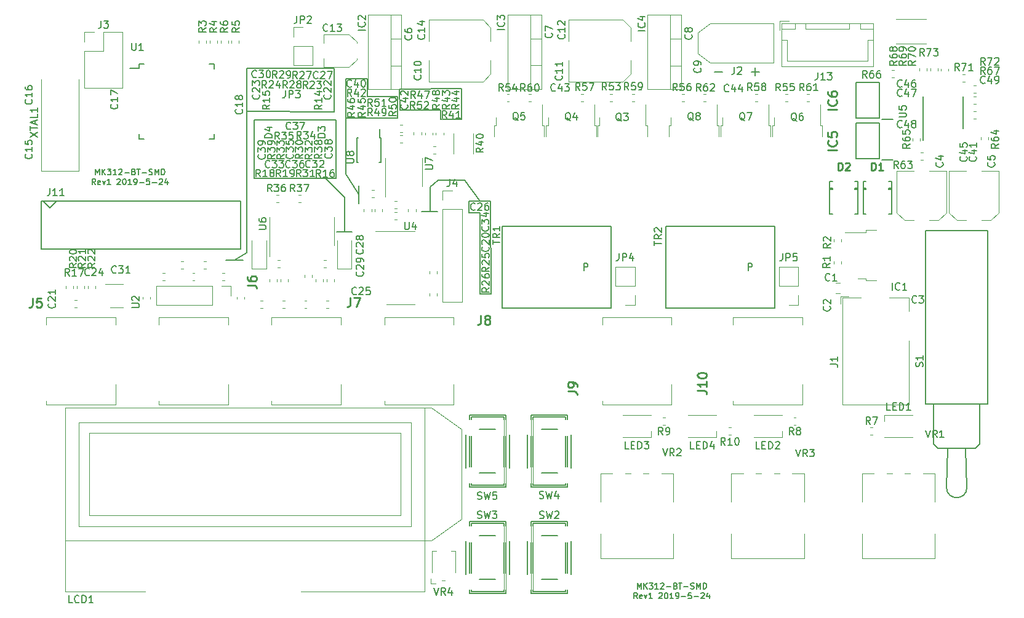
<source format=gto>
G04 #@! TF.GenerationSoftware,KiCad,Pcbnew,(5.1.2)-1*
G04 #@! TF.CreationDate,2019-07-27T13:44:34-05:00*
G04 #@! TF.ProjectId,mk312,6d6b3331-322e-46b6-9963-61645f706362,rev?*
G04 #@! TF.SameCoordinates,Original*
G04 #@! TF.FileFunction,Legend,Top*
G04 #@! TF.FilePolarity,Positive*
%FSLAX46Y46*%
G04 Gerber Fmt 4.6, Leading zero omitted, Abs format (unit mm)*
G04 Created by KiCad (PCBNEW (5.1.2)-1) date 2019-07-27 13:44:34*
%MOMM*%
%LPD*%
G04 APERTURE LIST*
%ADD10C,0.150000*%
%ADD11C,0.120000*%
%ADD12C,0.200000*%
%ADD13C,0.050000*%
%ADD14C,0.100000*%
%ADD15C,0.254000*%
G04 APERTURE END LIST*
D10*
X175548095Y-57952380D02*
X175548095Y-56952380D01*
X175929047Y-56952380D01*
X176024285Y-57000000D01*
X176071904Y-57047619D01*
X176119523Y-57142857D01*
X176119523Y-57285714D01*
X176071904Y-57380952D01*
X176024285Y-57428571D01*
X175929047Y-57476190D01*
X175548095Y-57476190D01*
X152938095Y-57952380D02*
X152938095Y-56952380D01*
X153319047Y-56952380D01*
X153414285Y-57000000D01*
X153461904Y-57047619D01*
X153509523Y-57142857D01*
X153509523Y-57285714D01*
X153461904Y-57380952D01*
X153414285Y-57428571D01*
X153319047Y-57476190D01*
X152938095Y-57476190D01*
X133220000Y-37170000D02*
X133410000Y-37170000D01*
X133220000Y-35870000D02*
X133220000Y-37170000D01*
X127630000Y-35890000D02*
X133220000Y-35870000D01*
X127590000Y-32970000D02*
X127630000Y-35890000D01*
X136140000Y-32900000D02*
X127590000Y-32970000D01*
X136160000Y-37110000D02*
X136140000Y-32900000D01*
X133460000Y-37170000D02*
X136160000Y-37110000D01*
X118610000Y-36120000D02*
X106610000Y-36050000D01*
X118630000Y-30100000D02*
X118610000Y-36120000D01*
X106610000Y-30110000D02*
X118630000Y-30100000D01*
X160307142Y-101786904D02*
X160307142Y-100986904D01*
X160573809Y-101558333D01*
X160840476Y-100986904D01*
X160840476Y-101786904D01*
X161221428Y-101786904D02*
X161221428Y-100986904D01*
X161678571Y-101786904D02*
X161335714Y-101329761D01*
X161678571Y-100986904D02*
X161221428Y-101444047D01*
X161945238Y-100986904D02*
X162440476Y-100986904D01*
X162173809Y-101291666D01*
X162288095Y-101291666D01*
X162364285Y-101329761D01*
X162402380Y-101367857D01*
X162440476Y-101444047D01*
X162440476Y-101634523D01*
X162402380Y-101710714D01*
X162364285Y-101748809D01*
X162288095Y-101786904D01*
X162059523Y-101786904D01*
X161983333Y-101748809D01*
X161945238Y-101710714D01*
X163202380Y-101786904D02*
X162745238Y-101786904D01*
X162973809Y-101786904D02*
X162973809Y-100986904D01*
X162897619Y-101101190D01*
X162821428Y-101177380D01*
X162745238Y-101215476D01*
X163507142Y-101063095D02*
X163545238Y-101025000D01*
X163621428Y-100986904D01*
X163811904Y-100986904D01*
X163888095Y-101025000D01*
X163926190Y-101063095D01*
X163964285Y-101139285D01*
X163964285Y-101215476D01*
X163926190Y-101329761D01*
X163469047Y-101786904D01*
X163964285Y-101786904D01*
X164307142Y-101482142D02*
X164916666Y-101482142D01*
X165564285Y-101367857D02*
X165678571Y-101405952D01*
X165716666Y-101444047D01*
X165754761Y-101520238D01*
X165754761Y-101634523D01*
X165716666Y-101710714D01*
X165678571Y-101748809D01*
X165602380Y-101786904D01*
X165297619Y-101786904D01*
X165297619Y-100986904D01*
X165564285Y-100986904D01*
X165640476Y-101025000D01*
X165678571Y-101063095D01*
X165716666Y-101139285D01*
X165716666Y-101215476D01*
X165678571Y-101291666D01*
X165640476Y-101329761D01*
X165564285Y-101367857D01*
X165297619Y-101367857D01*
X165983333Y-100986904D02*
X166440476Y-100986904D01*
X166211904Y-101786904D02*
X166211904Y-100986904D01*
X166707142Y-101482142D02*
X167316666Y-101482142D01*
X167659523Y-101748809D02*
X167773809Y-101786904D01*
X167964285Y-101786904D01*
X168040476Y-101748809D01*
X168078571Y-101710714D01*
X168116666Y-101634523D01*
X168116666Y-101558333D01*
X168078571Y-101482142D01*
X168040476Y-101444047D01*
X167964285Y-101405952D01*
X167811904Y-101367857D01*
X167735714Y-101329761D01*
X167697619Y-101291666D01*
X167659523Y-101215476D01*
X167659523Y-101139285D01*
X167697619Y-101063095D01*
X167735714Y-101025000D01*
X167811904Y-100986904D01*
X168002380Y-100986904D01*
X168116666Y-101025000D01*
X168459523Y-101786904D02*
X168459523Y-100986904D01*
X168726190Y-101558333D01*
X168992857Y-100986904D01*
X168992857Y-101786904D01*
X169373809Y-101786904D02*
X169373809Y-100986904D01*
X169564285Y-100986904D01*
X169678571Y-101025000D01*
X169754761Y-101101190D01*
X169792857Y-101177380D01*
X169830952Y-101329761D01*
X169830952Y-101444047D01*
X169792857Y-101596428D01*
X169754761Y-101672619D01*
X169678571Y-101748809D01*
X169564285Y-101786904D01*
X169373809Y-101786904D01*
X160307142Y-103136904D02*
X160040476Y-102755952D01*
X159850000Y-103136904D02*
X159850000Y-102336904D01*
X160154761Y-102336904D01*
X160230952Y-102375000D01*
X160269047Y-102413095D01*
X160307142Y-102489285D01*
X160307142Y-102603571D01*
X160269047Y-102679761D01*
X160230952Y-102717857D01*
X160154761Y-102755952D01*
X159850000Y-102755952D01*
X160954761Y-103098809D02*
X160878571Y-103136904D01*
X160726190Y-103136904D01*
X160650000Y-103098809D01*
X160611904Y-103022619D01*
X160611904Y-102717857D01*
X160650000Y-102641666D01*
X160726190Y-102603571D01*
X160878571Y-102603571D01*
X160954761Y-102641666D01*
X160992857Y-102717857D01*
X160992857Y-102794047D01*
X160611904Y-102870238D01*
X161259523Y-102603571D02*
X161450000Y-103136904D01*
X161640476Y-102603571D01*
X162364285Y-103136904D02*
X161907142Y-103136904D01*
X162135714Y-103136904D02*
X162135714Y-102336904D01*
X162059523Y-102451190D01*
X161983333Y-102527380D01*
X161907142Y-102565476D01*
X163278571Y-102413095D02*
X163316666Y-102375000D01*
X163392857Y-102336904D01*
X163583333Y-102336904D01*
X163659523Y-102375000D01*
X163697619Y-102413095D01*
X163735714Y-102489285D01*
X163735714Y-102565476D01*
X163697619Y-102679761D01*
X163240476Y-103136904D01*
X163735714Y-103136904D01*
X164230952Y-102336904D02*
X164307142Y-102336904D01*
X164383333Y-102375000D01*
X164421428Y-102413095D01*
X164459523Y-102489285D01*
X164497619Y-102641666D01*
X164497619Y-102832142D01*
X164459523Y-102984523D01*
X164421428Y-103060714D01*
X164383333Y-103098809D01*
X164307142Y-103136904D01*
X164230952Y-103136904D01*
X164154761Y-103098809D01*
X164116666Y-103060714D01*
X164078571Y-102984523D01*
X164040476Y-102832142D01*
X164040476Y-102641666D01*
X164078571Y-102489285D01*
X164116666Y-102413095D01*
X164154761Y-102375000D01*
X164230952Y-102336904D01*
X165259523Y-103136904D02*
X164802380Y-103136904D01*
X165030952Y-103136904D02*
X165030952Y-102336904D01*
X164954761Y-102451190D01*
X164878571Y-102527380D01*
X164802380Y-102565476D01*
X165640476Y-103136904D02*
X165792857Y-103136904D01*
X165869047Y-103098809D01*
X165907142Y-103060714D01*
X165983333Y-102946428D01*
X166021428Y-102794047D01*
X166021428Y-102489285D01*
X165983333Y-102413095D01*
X165945238Y-102375000D01*
X165869047Y-102336904D01*
X165716666Y-102336904D01*
X165640476Y-102375000D01*
X165602380Y-102413095D01*
X165564285Y-102489285D01*
X165564285Y-102679761D01*
X165602380Y-102755952D01*
X165640476Y-102794047D01*
X165716666Y-102832142D01*
X165869047Y-102832142D01*
X165945238Y-102794047D01*
X165983333Y-102755952D01*
X166021428Y-102679761D01*
X166364285Y-102832142D02*
X166973809Y-102832142D01*
X167735714Y-102336904D02*
X167354761Y-102336904D01*
X167316666Y-102717857D01*
X167354761Y-102679761D01*
X167430952Y-102641666D01*
X167621428Y-102641666D01*
X167697619Y-102679761D01*
X167735714Y-102717857D01*
X167773809Y-102794047D01*
X167773809Y-102984523D01*
X167735714Y-103060714D01*
X167697619Y-103098809D01*
X167621428Y-103136904D01*
X167430952Y-103136904D01*
X167354761Y-103098809D01*
X167316666Y-103060714D01*
X168116666Y-102832142D02*
X168726190Y-102832142D01*
X169069047Y-102413095D02*
X169107142Y-102375000D01*
X169183333Y-102336904D01*
X169373809Y-102336904D01*
X169450000Y-102375000D01*
X169488095Y-102413095D01*
X169526190Y-102489285D01*
X169526190Y-102565476D01*
X169488095Y-102679761D01*
X169030952Y-103136904D01*
X169526190Y-103136904D01*
X170211904Y-102603571D02*
X170211904Y-103136904D01*
X170021428Y-102298809D02*
X169830952Y-102870238D01*
X170326190Y-102870238D01*
X85767142Y-44776904D02*
X85767142Y-43976904D01*
X86033809Y-44548333D01*
X86300476Y-43976904D01*
X86300476Y-44776904D01*
X86681428Y-44776904D02*
X86681428Y-43976904D01*
X87138571Y-44776904D02*
X86795714Y-44319761D01*
X87138571Y-43976904D02*
X86681428Y-44434047D01*
X87405238Y-43976904D02*
X87900476Y-43976904D01*
X87633809Y-44281666D01*
X87748095Y-44281666D01*
X87824285Y-44319761D01*
X87862380Y-44357857D01*
X87900476Y-44434047D01*
X87900476Y-44624523D01*
X87862380Y-44700714D01*
X87824285Y-44738809D01*
X87748095Y-44776904D01*
X87519523Y-44776904D01*
X87443333Y-44738809D01*
X87405238Y-44700714D01*
X88662380Y-44776904D02*
X88205238Y-44776904D01*
X88433809Y-44776904D02*
X88433809Y-43976904D01*
X88357619Y-44091190D01*
X88281428Y-44167380D01*
X88205238Y-44205476D01*
X88967142Y-44053095D02*
X89005238Y-44015000D01*
X89081428Y-43976904D01*
X89271904Y-43976904D01*
X89348095Y-44015000D01*
X89386190Y-44053095D01*
X89424285Y-44129285D01*
X89424285Y-44205476D01*
X89386190Y-44319761D01*
X88929047Y-44776904D01*
X89424285Y-44776904D01*
X89767142Y-44472142D02*
X90376666Y-44472142D01*
X91024285Y-44357857D02*
X91138571Y-44395952D01*
X91176666Y-44434047D01*
X91214761Y-44510238D01*
X91214761Y-44624523D01*
X91176666Y-44700714D01*
X91138571Y-44738809D01*
X91062380Y-44776904D01*
X90757619Y-44776904D01*
X90757619Y-43976904D01*
X91024285Y-43976904D01*
X91100476Y-44015000D01*
X91138571Y-44053095D01*
X91176666Y-44129285D01*
X91176666Y-44205476D01*
X91138571Y-44281666D01*
X91100476Y-44319761D01*
X91024285Y-44357857D01*
X90757619Y-44357857D01*
X91443333Y-43976904D02*
X91900476Y-43976904D01*
X91671904Y-44776904D02*
X91671904Y-43976904D01*
X92167142Y-44472142D02*
X92776666Y-44472142D01*
X93119523Y-44738809D02*
X93233809Y-44776904D01*
X93424285Y-44776904D01*
X93500476Y-44738809D01*
X93538571Y-44700714D01*
X93576666Y-44624523D01*
X93576666Y-44548333D01*
X93538571Y-44472142D01*
X93500476Y-44434047D01*
X93424285Y-44395952D01*
X93271904Y-44357857D01*
X93195714Y-44319761D01*
X93157619Y-44281666D01*
X93119523Y-44205476D01*
X93119523Y-44129285D01*
X93157619Y-44053095D01*
X93195714Y-44015000D01*
X93271904Y-43976904D01*
X93462380Y-43976904D01*
X93576666Y-44015000D01*
X93919523Y-44776904D02*
X93919523Y-43976904D01*
X94186190Y-44548333D01*
X94452857Y-43976904D01*
X94452857Y-44776904D01*
X94833809Y-44776904D02*
X94833809Y-43976904D01*
X95024285Y-43976904D01*
X95138571Y-44015000D01*
X95214761Y-44091190D01*
X95252857Y-44167380D01*
X95290952Y-44319761D01*
X95290952Y-44434047D01*
X95252857Y-44586428D01*
X95214761Y-44662619D01*
X95138571Y-44738809D01*
X95024285Y-44776904D01*
X94833809Y-44776904D01*
X85767142Y-46126904D02*
X85500476Y-45745952D01*
X85310000Y-46126904D02*
X85310000Y-45326904D01*
X85614761Y-45326904D01*
X85690952Y-45365000D01*
X85729047Y-45403095D01*
X85767142Y-45479285D01*
X85767142Y-45593571D01*
X85729047Y-45669761D01*
X85690952Y-45707857D01*
X85614761Y-45745952D01*
X85310000Y-45745952D01*
X86414761Y-46088809D02*
X86338571Y-46126904D01*
X86186190Y-46126904D01*
X86110000Y-46088809D01*
X86071904Y-46012619D01*
X86071904Y-45707857D01*
X86110000Y-45631666D01*
X86186190Y-45593571D01*
X86338571Y-45593571D01*
X86414761Y-45631666D01*
X86452857Y-45707857D01*
X86452857Y-45784047D01*
X86071904Y-45860238D01*
X86719523Y-45593571D02*
X86910000Y-46126904D01*
X87100476Y-45593571D01*
X87824285Y-46126904D02*
X87367142Y-46126904D01*
X87595714Y-46126904D02*
X87595714Y-45326904D01*
X87519523Y-45441190D01*
X87443333Y-45517380D01*
X87367142Y-45555476D01*
X88738571Y-45403095D02*
X88776666Y-45365000D01*
X88852857Y-45326904D01*
X89043333Y-45326904D01*
X89119523Y-45365000D01*
X89157619Y-45403095D01*
X89195714Y-45479285D01*
X89195714Y-45555476D01*
X89157619Y-45669761D01*
X88700476Y-46126904D01*
X89195714Y-46126904D01*
X89690952Y-45326904D02*
X89767142Y-45326904D01*
X89843333Y-45365000D01*
X89881428Y-45403095D01*
X89919523Y-45479285D01*
X89957619Y-45631666D01*
X89957619Y-45822142D01*
X89919523Y-45974523D01*
X89881428Y-46050714D01*
X89843333Y-46088809D01*
X89767142Y-46126904D01*
X89690952Y-46126904D01*
X89614761Y-46088809D01*
X89576666Y-46050714D01*
X89538571Y-45974523D01*
X89500476Y-45822142D01*
X89500476Y-45631666D01*
X89538571Y-45479285D01*
X89576666Y-45403095D01*
X89614761Y-45365000D01*
X89690952Y-45326904D01*
X90719523Y-46126904D02*
X90262380Y-46126904D01*
X90490952Y-46126904D02*
X90490952Y-45326904D01*
X90414761Y-45441190D01*
X90338571Y-45517380D01*
X90262380Y-45555476D01*
X91100476Y-46126904D02*
X91252857Y-46126904D01*
X91329047Y-46088809D01*
X91367142Y-46050714D01*
X91443333Y-45936428D01*
X91481428Y-45784047D01*
X91481428Y-45479285D01*
X91443333Y-45403095D01*
X91405238Y-45365000D01*
X91329047Y-45326904D01*
X91176666Y-45326904D01*
X91100476Y-45365000D01*
X91062380Y-45403095D01*
X91024285Y-45479285D01*
X91024285Y-45669761D01*
X91062380Y-45745952D01*
X91100476Y-45784047D01*
X91176666Y-45822142D01*
X91329047Y-45822142D01*
X91405238Y-45784047D01*
X91443333Y-45745952D01*
X91481428Y-45669761D01*
X91824285Y-45822142D02*
X92433809Y-45822142D01*
X93195714Y-45326904D02*
X92814761Y-45326904D01*
X92776666Y-45707857D01*
X92814761Y-45669761D01*
X92890952Y-45631666D01*
X93081428Y-45631666D01*
X93157619Y-45669761D01*
X93195714Y-45707857D01*
X93233809Y-45784047D01*
X93233809Y-45974523D01*
X93195714Y-46050714D01*
X93157619Y-46088809D01*
X93081428Y-46126904D01*
X92890952Y-46126904D01*
X92814761Y-46088809D01*
X92776666Y-46050714D01*
X93576666Y-45822142D02*
X94186190Y-45822142D01*
X94529047Y-45403095D02*
X94567142Y-45365000D01*
X94643333Y-45326904D01*
X94833809Y-45326904D01*
X94910000Y-45365000D01*
X94948095Y-45403095D01*
X94986190Y-45479285D01*
X94986190Y-45555476D01*
X94948095Y-45669761D01*
X94490952Y-46126904D01*
X94986190Y-46126904D01*
X95671904Y-45593571D02*
X95671904Y-46126904D01*
X95481428Y-45288809D02*
X95290952Y-45860238D01*
X95786190Y-45860238D01*
X120200000Y-44675000D02*
X120200000Y-37000000D01*
X121975000Y-47450000D02*
X120200000Y-44675000D01*
X103725000Y-56525000D02*
X106075000Y-56525000D01*
X106600000Y-55525000D02*
X104850000Y-56525000D01*
X106610000Y-30110000D02*
X106600000Y-55525000D01*
X120000000Y-52625000D02*
X121025000Y-52625000D01*
X120000000Y-52625000D02*
X118975000Y-52625000D01*
X120000000Y-47925000D02*
X120000000Y-52625000D01*
X117400000Y-45250000D02*
X120000000Y-47925000D01*
X118875000Y-37250000D02*
X118875000Y-45275000D01*
X107575000Y-37250000D02*
X118875000Y-37250000D01*
X107575000Y-45300000D02*
X107575000Y-37250000D01*
X118875000Y-45275000D02*
X107575000Y-45300000D01*
X136525000Y-45500000D02*
X138675000Y-48400000D01*
X135900000Y-45500000D02*
X136525000Y-45500000D01*
X132900000Y-45500000D02*
X135900000Y-45500000D01*
X131775000Y-46425000D02*
X132900000Y-45500000D01*
X131775000Y-49825000D02*
X131775000Y-46425000D01*
X130625000Y-49850000D02*
X132850000Y-49850000D01*
X137100000Y-50050000D02*
X137100000Y-48425000D01*
X138675000Y-50050000D02*
X137100000Y-50050000D01*
X138675000Y-61150000D02*
X138675000Y-50050000D01*
X140175000Y-61150000D02*
X138675000Y-61150000D01*
X140125000Y-48425000D02*
X140175000Y-61150000D01*
X137100000Y-48425000D02*
X140125000Y-48425000D01*
X121975000Y-48750000D02*
X121975000Y-46275000D01*
X120200000Y-37000000D02*
X120200000Y-31525000D01*
X127300000Y-37000000D02*
X120200000Y-37000000D01*
X127300000Y-33975000D02*
X127300000Y-37000000D01*
X123150000Y-33975000D02*
X127300000Y-33975000D01*
X123150000Y-31525000D02*
X123150000Y-33975000D01*
X120225000Y-31525000D02*
X123150000Y-31525000D01*
D11*
X195937936Y-26720000D02*
X200042064Y-26720000D01*
X195937936Y-23300000D02*
X200042064Y-23300000D01*
D10*
X199600000Y-39985000D02*
X199600000Y-34010000D01*
X205125000Y-38410000D02*
X205125000Y-34010000D01*
D11*
X206597221Y-33500000D02*
X206922779Y-33500000D01*
X206597221Y-32480000D02*
X206922779Y-32480000D01*
X205342779Y-30950000D02*
X205017221Y-30950000D01*
X205342779Y-31970000D02*
X205017221Y-31970000D01*
X202110000Y-30157221D02*
X202110000Y-30482779D01*
X203130000Y-30157221D02*
X203130000Y-30482779D01*
X200600000Y-30147221D02*
X200600000Y-30472779D01*
X201620000Y-30147221D02*
X201620000Y-30472779D01*
X199080000Y-30147221D02*
X199080000Y-30472779D01*
X200100000Y-30147221D02*
X200100000Y-30472779D01*
X206922779Y-34000000D02*
X206597221Y-34000000D01*
X206922779Y-35020000D02*
X206597221Y-35020000D01*
X195337221Y-31410000D02*
X195662779Y-31410000D01*
X195337221Y-30390000D02*
X195662779Y-30390000D01*
X199200000Y-40092779D02*
X199200000Y-39767221D01*
X198180000Y-40092779D02*
X198180000Y-39767221D01*
X207550000Y-39617221D02*
X207550000Y-39942779D01*
X208570000Y-39617221D02*
X208570000Y-39942779D01*
X199307221Y-42720000D02*
X199632779Y-42720000D01*
X199307221Y-41700000D02*
X199632779Y-41700000D01*
X179890000Y-23630000D02*
X179890000Y-24880000D01*
X181140000Y-23630000D02*
X179890000Y-23630000D01*
X192040000Y-29130000D02*
X186490000Y-29130000D01*
X192040000Y-26180000D02*
X192040000Y-29130000D01*
X192790000Y-26180000D02*
X192040000Y-26180000D01*
X180940000Y-29130000D02*
X186490000Y-29130000D01*
X180940000Y-26180000D02*
X180940000Y-29130000D01*
X180190000Y-26180000D02*
X180940000Y-26180000D01*
X192790000Y-23930000D02*
X190990000Y-23930000D01*
X192790000Y-24680000D02*
X192790000Y-23930000D01*
X190990000Y-24680000D02*
X192790000Y-24680000D01*
X190990000Y-23930000D02*
X190990000Y-24680000D01*
X181990000Y-23930000D02*
X180190000Y-23930000D01*
X181990000Y-24680000D02*
X181990000Y-23930000D01*
X180190000Y-24680000D02*
X181990000Y-24680000D01*
X180190000Y-23930000D02*
X180190000Y-24680000D01*
X189490000Y-23930000D02*
X183490000Y-23930000D01*
X189490000Y-24680000D02*
X189490000Y-23930000D01*
X183490000Y-24680000D02*
X189490000Y-24680000D01*
X183490000Y-23930000D02*
X183490000Y-24680000D01*
X192800000Y-23920000D02*
X180180000Y-23920000D01*
X192800000Y-29890000D02*
X192800000Y-23920000D01*
X180180000Y-29890000D02*
X192800000Y-29890000D01*
X180180000Y-23920000D02*
X180180000Y-29890000D01*
X168650000Y-25240000D02*
X168650000Y-28060000D01*
X168650000Y-28060000D02*
X170350000Y-29360000D01*
X168650000Y-25240000D02*
X170350000Y-23940000D01*
X170350000Y-29360000D02*
X179070000Y-29360000D01*
X179070000Y-23940000D02*
X179070000Y-29360000D01*
X170350000Y-23940000D02*
X179070000Y-23940000D01*
D12*
X195485000Y-37115000D02*
X193960000Y-37115000D01*
X193610000Y-32060000D02*
X193610000Y-36960000D01*
X190410000Y-32060000D02*
X193610000Y-32060000D01*
X190410000Y-36960000D02*
X190410000Y-32060000D01*
X193610000Y-36960000D02*
X190410000Y-36960000D01*
X195485000Y-42745000D02*
X193960000Y-42745000D01*
X193610000Y-37690000D02*
X193610000Y-42590000D01*
X190410000Y-37690000D02*
X193610000Y-37690000D01*
X190410000Y-42590000D02*
X190410000Y-37690000D01*
X193610000Y-42590000D02*
X190410000Y-42590000D01*
D11*
X206597221Y-37070000D02*
X206922779Y-37070000D01*
X206597221Y-36050000D02*
X206922779Y-36050000D01*
X208955563Y-51050000D02*
X210020000Y-49985563D01*
X204264437Y-51050000D02*
X203200000Y-49985563D01*
X204264437Y-51050000D02*
X205550000Y-51050000D01*
X208955563Y-51050000D02*
X207670000Y-51050000D01*
X210020000Y-49985563D02*
X210020000Y-44230000D01*
X203200000Y-49985563D02*
X203200000Y-44230000D01*
X203200000Y-44230000D02*
X205550000Y-44230000D01*
X210020000Y-44230000D02*
X207670000Y-44230000D01*
X201765563Y-51050000D02*
X202830000Y-49985563D01*
X197074437Y-51050000D02*
X196010000Y-49985563D01*
X197074437Y-51050000D02*
X198360000Y-51050000D01*
X201765563Y-51050000D02*
X200480000Y-51050000D01*
X202830000Y-49985563D02*
X202830000Y-44230000D01*
X196010000Y-49985563D02*
X196010000Y-44230000D01*
X196010000Y-44230000D02*
X198360000Y-44230000D01*
X202830000Y-44230000D02*
X200480000Y-44230000D01*
X171200000Y-80100000D02*
X171200000Y-80900000D01*
X171200000Y-80900000D02*
X167300000Y-80900000D01*
X171200000Y-77900000D02*
X167300000Y-77900000D01*
X162200000Y-80100000D02*
X162200000Y-80900000D01*
X162200000Y-80900000D02*
X158300000Y-80900000D01*
X162200000Y-77900000D02*
X158300000Y-77900000D01*
X180200000Y-80100000D02*
X180200000Y-80900000D01*
X180200000Y-80900000D02*
X176300000Y-80900000D01*
X180200000Y-77900000D02*
X176300000Y-77900000D01*
X194300000Y-78700000D02*
X194300000Y-77900000D01*
X194300000Y-77900000D02*
X198200000Y-77900000D01*
X194300000Y-80900000D02*
X198200000Y-80900000D01*
D10*
X156705700Y-51873900D02*
X156705700Y-63126100D01*
X156705700Y-51873900D02*
X141694300Y-51873900D01*
X141694300Y-51873900D02*
X141694300Y-63126100D01*
X156705700Y-63126100D02*
X141694300Y-63126100D01*
D11*
X201271000Y-85880000D02*
X201271000Y-89817000D01*
X201271000Y-94184000D02*
X201271000Y-97620000D01*
X191230000Y-85880000D02*
X191230000Y-89817000D01*
X191230000Y-94184000D02*
X191230000Y-97620000D01*
X201271000Y-85880000D02*
X199621000Y-85880000D01*
X197879000Y-85880000D02*
X197120000Y-85880000D01*
X195379000Y-85880000D02*
X194620000Y-85880000D01*
X192880000Y-85880000D02*
X191230000Y-85880000D01*
X201271000Y-97620000D02*
X191230000Y-97620000D01*
X183271000Y-97620000D02*
X173230000Y-97620000D01*
X174880000Y-85880000D02*
X173230000Y-85880000D01*
X177379000Y-85880000D02*
X176620000Y-85880000D01*
X179879000Y-85880000D02*
X179120000Y-85880000D01*
X183271000Y-85880000D02*
X181621000Y-85880000D01*
X173230000Y-94184000D02*
X173230000Y-97620000D01*
X173230000Y-85880000D02*
X173230000Y-89817000D01*
X183271000Y-94184000D02*
X183271000Y-97620000D01*
X183271000Y-85880000D02*
X183271000Y-89817000D01*
X165271000Y-97620000D02*
X155230000Y-97620000D01*
X156880000Y-85880000D02*
X155230000Y-85880000D01*
X159379000Y-85880000D02*
X158620000Y-85880000D01*
X161879000Y-85880000D02*
X161120000Y-85880000D01*
X165271000Y-85880000D02*
X163621000Y-85880000D01*
X155230000Y-94184000D02*
X155230000Y-97620000D01*
X155230000Y-85880000D02*
X155230000Y-89817000D01*
X165271000Y-94184000D02*
X165271000Y-97620000D01*
X165271000Y-85880000D02*
X165271000Y-89817000D01*
X136150000Y-79850000D02*
X136150000Y-92150000D01*
X136150000Y-79850000D02*
X136150000Y-92150000D01*
X114000000Y-102150000D02*
X131000000Y-102150000D01*
X84870000Y-91660000D02*
X127730000Y-91660000D01*
X127730000Y-80340000D02*
X127730000Y-91660000D01*
X84870000Y-80340000D02*
X84870000Y-91660000D01*
X84870000Y-80340000D02*
X127730000Y-80340000D01*
X83450000Y-93150000D02*
X129150000Y-93150000D01*
X129150000Y-78850000D02*
X129150000Y-93150000D01*
X83450000Y-78850000D02*
X83450000Y-93150000D01*
X83450000Y-78850000D02*
X129150000Y-78850000D01*
X132000000Y-95150000D02*
X136150000Y-92150000D01*
X136150000Y-79850000D02*
X132000000Y-76850000D01*
X131000000Y-95150000D02*
X81600000Y-95150000D01*
X131000000Y-95150000D02*
X132000000Y-95150000D01*
X131000000Y-76850000D02*
X132000000Y-76850000D01*
X136150000Y-79850000D02*
X136150000Y-92150000D01*
X81600000Y-76850000D02*
X81600000Y-102150000D01*
X81600000Y-102150000D02*
X92600000Y-102150000D01*
X131000000Y-76850000D02*
X131000000Y-102150000D01*
X81600000Y-76850000D02*
X131000000Y-76850000D01*
D10*
X136700000Y-80550000D02*
X136700000Y-85150000D01*
X140800000Y-79850000D02*
X138600000Y-79850000D01*
X142700000Y-80550000D02*
X142700000Y-85150000D01*
X140800000Y-85850000D02*
X138600000Y-85850000D01*
X137200000Y-78450000D02*
X137200000Y-77900000D01*
X137450000Y-78450000D02*
X137450000Y-78150000D01*
D13*
X141950000Y-78150000D02*
X141950000Y-87550000D01*
D10*
X141950000Y-80750000D02*
X141950000Y-84950000D01*
X142200000Y-80750000D02*
X142200000Y-84950000D01*
X142200000Y-87250000D02*
X142200000Y-87800000D01*
X141950000Y-87250000D02*
X141950000Y-87550000D01*
X137200000Y-84950000D02*
X137200000Y-80750000D01*
X137450000Y-84950000D02*
X137450000Y-80750000D01*
D13*
X142200000Y-77900000D02*
X142200000Y-87800000D01*
D10*
X137450000Y-78150000D02*
X141950000Y-78150000D01*
X137450000Y-87550000D02*
X137450000Y-87250000D01*
X141950000Y-87550000D02*
X137450000Y-87550000D01*
X141950000Y-78150000D02*
X141950000Y-78450000D01*
X142200000Y-77900000D02*
X142200000Y-78450000D01*
X137200000Y-77900000D02*
X142200000Y-77900000D01*
X137200000Y-87800000D02*
X137200000Y-87250000D01*
X142200000Y-87800000D02*
X137200000Y-87800000D01*
X151200000Y-85150000D02*
X151200000Y-80550000D01*
X147100000Y-85850000D02*
X149300000Y-85850000D01*
X145200000Y-85150000D02*
X145200000Y-80550000D01*
X147100000Y-79850000D02*
X149300000Y-79850000D01*
X150700000Y-87250000D02*
X150700000Y-87800000D01*
X150450000Y-87250000D02*
X150450000Y-87550000D01*
D13*
X145950000Y-87550000D02*
X145950000Y-78150000D01*
D10*
X145950000Y-84950000D02*
X145950000Y-80750000D01*
X145700000Y-84950000D02*
X145700000Y-80750000D01*
X145700000Y-78450000D02*
X145700000Y-77900000D01*
X145950000Y-78450000D02*
X145950000Y-78150000D01*
X150700000Y-80750000D02*
X150700000Y-84950000D01*
X150450000Y-80750000D02*
X150450000Y-84950000D01*
D13*
X145700000Y-87800000D02*
X145700000Y-77900000D01*
D10*
X150450000Y-87550000D02*
X145950000Y-87550000D01*
X150450000Y-78150000D02*
X150450000Y-78450000D01*
X145950000Y-78150000D02*
X150450000Y-78150000D01*
X145950000Y-87550000D02*
X145950000Y-87250000D01*
X145700000Y-87800000D02*
X145700000Y-87250000D01*
X150700000Y-87800000D02*
X145700000Y-87800000D01*
X150700000Y-77900000D02*
X150700000Y-78450000D01*
X145700000Y-77900000D02*
X150700000Y-77900000D01*
X136700000Y-95200000D02*
X136700000Y-99800000D01*
X140800000Y-94500000D02*
X138600000Y-94500000D01*
X142700000Y-95200000D02*
X142700000Y-99800000D01*
X140800000Y-100500000D02*
X138600000Y-100500000D01*
X137200000Y-93100000D02*
X137200000Y-92550000D01*
X137450000Y-93100000D02*
X137450000Y-92800000D01*
D13*
X141950000Y-92800000D02*
X141950000Y-102200000D01*
D10*
X141950000Y-95400000D02*
X141950000Y-99600000D01*
X142200000Y-95400000D02*
X142200000Y-99600000D01*
X142200000Y-101900000D02*
X142200000Y-102450000D01*
X141950000Y-101900000D02*
X141950000Y-102200000D01*
X137200000Y-99600000D02*
X137200000Y-95400000D01*
X137450000Y-99600000D02*
X137450000Y-95400000D01*
D13*
X142200000Y-92550000D02*
X142200000Y-102450000D01*
D10*
X137450000Y-92800000D02*
X141950000Y-92800000D01*
X137450000Y-102200000D02*
X137450000Y-101900000D01*
X141950000Y-102200000D02*
X137450000Y-102200000D01*
X141950000Y-92800000D02*
X141950000Y-93100000D01*
X142200000Y-92550000D02*
X142200000Y-93100000D01*
X137200000Y-92550000D02*
X142200000Y-92550000D01*
X137200000Y-102450000D02*
X137200000Y-101900000D01*
X142200000Y-102450000D02*
X137200000Y-102450000D01*
X151200000Y-99800000D02*
X151200000Y-95200000D01*
X147100000Y-100500000D02*
X149300000Y-100500000D01*
X145200000Y-99800000D02*
X145200000Y-95200000D01*
X147100000Y-94500000D02*
X149300000Y-94500000D01*
X150700000Y-101900000D02*
X150700000Y-102450000D01*
X150450000Y-101900000D02*
X150450000Y-102200000D01*
D13*
X145950000Y-102200000D02*
X145950000Y-92800000D01*
D10*
X145950000Y-99600000D02*
X145950000Y-95400000D01*
X145700000Y-99600000D02*
X145700000Y-95400000D01*
X145700000Y-93100000D02*
X145700000Y-92550000D01*
X145950000Y-93100000D02*
X145950000Y-92800000D01*
X150700000Y-95400000D02*
X150700000Y-99600000D01*
X150450000Y-95400000D02*
X150450000Y-99600000D01*
D13*
X145700000Y-102450000D02*
X145700000Y-92550000D01*
D10*
X150450000Y-102200000D02*
X145950000Y-102200000D01*
X150450000Y-92800000D02*
X150450000Y-93100000D01*
X145950000Y-92800000D02*
X150450000Y-92800000D01*
X145950000Y-102200000D02*
X145950000Y-101900000D01*
X145700000Y-102450000D02*
X145700000Y-101900000D01*
X150700000Y-102450000D02*
X145700000Y-102450000D01*
X150700000Y-92550000D02*
X150700000Y-93100000D01*
X145700000Y-92550000D02*
X150700000Y-92550000D01*
D11*
X89550000Y-59810000D02*
X87100000Y-59810000D01*
X87750000Y-63030000D02*
X89550000Y-63030000D01*
X188500000Y-61696000D02*
X191100000Y-61696000D01*
X188500000Y-76396000D02*
X188500000Y-61696000D01*
X197700000Y-61696000D02*
X197700000Y-63596000D01*
X195000000Y-61696000D02*
X197700000Y-61696000D01*
X197700000Y-76396000D02*
X188500000Y-76396000D01*
X197700000Y-67596000D02*
X197700000Y-76396000D01*
X188300000Y-62546000D02*
X188300000Y-61496000D01*
X189350000Y-61496000D02*
X188300000Y-61496000D01*
X127745000Y-52530000D02*
X124295000Y-52530000D01*
X127745000Y-52530000D02*
X129695000Y-52530000D01*
X127745000Y-62650000D02*
X125795000Y-62650000D01*
X127745000Y-62650000D02*
X129695000Y-62650000D01*
X164910000Y-37980000D02*
X164910000Y-36880000D01*
X164640000Y-37980000D02*
X164910000Y-37980000D01*
X164640000Y-39480000D02*
X164640000Y-37980000D01*
X171270000Y-37980000D02*
X171270000Y-35150000D01*
X171540000Y-37980000D02*
X171270000Y-37980000D01*
X171540000Y-39480000D02*
X171540000Y-37980000D01*
X172020000Y-37980000D02*
X172020000Y-36880000D01*
X171750000Y-37980000D02*
X172020000Y-37980000D01*
X171750000Y-39480000D02*
X171750000Y-37980000D01*
X178380000Y-37980000D02*
X178380000Y-35150000D01*
X178650000Y-37980000D02*
X178380000Y-37980000D01*
X178650000Y-39480000D02*
X178650000Y-37980000D01*
X179134000Y-37980000D02*
X179134000Y-36880000D01*
X178864000Y-37980000D02*
X179134000Y-37980000D01*
X178864000Y-39480000D02*
X178864000Y-37980000D01*
X185494000Y-37980000D02*
X185494000Y-35150000D01*
X185764000Y-37980000D02*
X185494000Y-37980000D01*
X185764000Y-39480000D02*
X185764000Y-37980000D01*
X140844000Y-37980000D02*
X140844000Y-36880000D01*
X140574000Y-37980000D02*
X140844000Y-37980000D01*
X140574000Y-39480000D02*
X140574000Y-37980000D01*
X147204000Y-37980000D02*
X147204000Y-35150000D01*
X147474000Y-37980000D02*
X147204000Y-37980000D01*
X147474000Y-39480000D02*
X147474000Y-37980000D01*
X148020000Y-37980000D02*
X148020000Y-36880000D01*
X147750000Y-37980000D02*
X148020000Y-37980000D01*
X147750000Y-39480000D02*
X147750000Y-37980000D01*
X154380000Y-37980000D02*
X154380000Y-35150000D01*
X154650000Y-37980000D02*
X154380000Y-37980000D01*
X154650000Y-39480000D02*
X154650000Y-37980000D01*
X155068000Y-37980000D02*
X155068000Y-36880000D01*
X154798000Y-37980000D02*
X155068000Y-37980000D01*
X154798000Y-39480000D02*
X154798000Y-37980000D01*
X161428000Y-37980000D02*
X161428000Y-35150000D01*
X161698000Y-37980000D02*
X161428000Y-37980000D01*
X161698000Y-39480000D02*
X161698000Y-37980000D01*
X166371000Y-29734800D02*
X164861000Y-29734800D01*
X166371000Y-26033800D02*
X164861000Y-26033800D01*
X164861000Y-22763800D02*
X164861000Y-33003800D01*
X166371000Y-33003800D02*
X161730000Y-33003800D01*
X166371000Y-22763800D02*
X161730000Y-22763800D01*
X161730000Y-22763800D02*
X161730000Y-33003800D01*
X166371000Y-22763800D02*
X166371000Y-33003800D01*
X147131000Y-29731000D02*
X145621000Y-29731000D01*
X147131000Y-26030000D02*
X145621000Y-26030000D01*
X145621000Y-22760000D02*
X145621000Y-33000000D01*
X147131000Y-33000000D02*
X142490000Y-33000000D01*
X147131000Y-22760000D02*
X142490000Y-22760000D01*
X142490000Y-22760000D02*
X142490000Y-33000000D01*
X147131000Y-22760000D02*
X147131000Y-33000000D01*
X127861000Y-29741000D02*
X126351000Y-29741000D01*
X127861000Y-26040000D02*
X126351000Y-26040000D01*
X126351000Y-22770000D02*
X126351000Y-33010000D01*
X127861000Y-33010000D02*
X123220000Y-33010000D01*
X127861000Y-22770000D02*
X123220000Y-22770000D01*
X123220000Y-22770000D02*
X123220000Y-33010000D01*
X127861000Y-22770000D02*
X127861000Y-33010000D01*
X191717800Y-59041600D02*
X190617800Y-59041600D01*
X191717800Y-59311600D02*
X191717800Y-59041600D01*
X193217800Y-59311600D02*
X191717800Y-59311600D01*
X191717800Y-52681600D02*
X188887800Y-52681600D01*
X191717800Y-52411600D02*
X191717800Y-52681600D01*
X193217800Y-52411600D02*
X191717800Y-52411600D01*
D10*
X207450000Y-81834000D02*
X206850000Y-82434000D01*
X201650000Y-82434000D02*
X201050000Y-81834000D01*
X205650000Y-87834000D02*
G75*
G02X202850000Y-87834000I-1400000J0D01*
G01*
X205450000Y-82434000D02*
X205650000Y-87834000D01*
X203050000Y-82434000D02*
X202850000Y-87834000D01*
X207450000Y-81834000D02*
X207450000Y-76334000D01*
X201650000Y-82434000D02*
X206850000Y-82434000D01*
X201050000Y-76334000D02*
X201050000Y-81834000D01*
X208550000Y-76334000D02*
X199950000Y-76334000D01*
X208550000Y-52434000D02*
X208550000Y-76334000D01*
X199950000Y-52434000D02*
X208550000Y-52434000D01*
X199950000Y-76334000D02*
X199950000Y-52434000D01*
X78290000Y-48400000D02*
X78290000Y-55000000D01*
X78290000Y-55000000D02*
X105690000Y-55000000D01*
X105690000Y-55000000D02*
X105690000Y-48400000D01*
X105690000Y-48400000D02*
X78290000Y-48400000D01*
X78590000Y-48400000D02*
X79490000Y-49300000D01*
X79490000Y-49300000D02*
X80390000Y-48400000D01*
D11*
X131850000Y-101100000D02*
X132550000Y-101100000D01*
X131850000Y-100400000D02*
X131850000Y-101100000D01*
X135250000Y-96600000D02*
X134650000Y-96600000D01*
X135250000Y-99500000D02*
X135250000Y-96600000D01*
X132050000Y-96600000D02*
X132650000Y-96600000D01*
X132050000Y-99500000D02*
X132050000Y-96600000D01*
X133450000Y-100600000D02*
X133850000Y-100600000D01*
X188158578Y-59700000D02*
X187641422Y-59700000D01*
X188158578Y-61120000D02*
X187641422Y-61120000D01*
X121689400Y-26505437D02*
X120624963Y-25441000D01*
X121689400Y-28896563D02*
X120624963Y-29961000D01*
X121689400Y-28896563D02*
X121689400Y-28761000D01*
X121689400Y-26505437D02*
X121689400Y-26641000D01*
X120624963Y-25441000D02*
X117169400Y-25441000D01*
X120624963Y-29961000D02*
X117169400Y-29961000D01*
X117169400Y-29961000D02*
X117169400Y-28761000D01*
X117169400Y-25441000D02*
X117169400Y-26641000D01*
X140130000Y-24505437D02*
X139065563Y-23441000D01*
X140130000Y-30896563D02*
X139065563Y-31961000D01*
X140130000Y-30896563D02*
X140130000Y-29011000D01*
X140130000Y-24505437D02*
X140130000Y-26391000D01*
X139065563Y-23441000D02*
X131610000Y-23441000D01*
X139065563Y-31961000D02*
X131610000Y-31961000D01*
X131610000Y-31961000D02*
X131610000Y-29011000D01*
X131610000Y-23441000D02*
X131610000Y-26391000D01*
X159386200Y-24525437D02*
X158321763Y-23461000D01*
X159386200Y-30916563D02*
X158321763Y-31981000D01*
X159386200Y-30916563D02*
X159386200Y-29031000D01*
X159386200Y-24525437D02*
X159386200Y-26411000D01*
X158321763Y-23461000D02*
X150866200Y-23461000D01*
X158321763Y-31981000D02*
X150866200Y-31981000D01*
X150866200Y-31981000D02*
X150866200Y-29031000D01*
X150866200Y-23461000D02*
X150866200Y-26411000D01*
X159970000Y-62680000D02*
X158640000Y-62680000D01*
X159970000Y-61350000D02*
X159970000Y-62680000D01*
X159970000Y-60080000D02*
X157310000Y-60080000D01*
X157310000Y-60080000D02*
X157310000Y-57480000D01*
X159970000Y-60080000D02*
X159970000Y-57480000D01*
X159970000Y-57480000D02*
X157310000Y-57480000D01*
X182470000Y-62680000D02*
X181140000Y-62680000D01*
X182470000Y-61350000D02*
X182470000Y-62680000D01*
X182470000Y-60080000D02*
X179810000Y-60080000D01*
X179810000Y-60080000D02*
X179810000Y-57480000D01*
X182470000Y-60080000D02*
X182470000Y-57480000D01*
X182470000Y-57480000D02*
X179810000Y-57480000D01*
X112968600Y-24466000D02*
X114298600Y-24466000D01*
X112968600Y-25796000D02*
X112968600Y-24466000D01*
X112968600Y-27066000D02*
X115628600Y-27066000D01*
X115628600Y-27066000D02*
X115628600Y-29666000D01*
X112968600Y-27066000D02*
X112968600Y-29666000D01*
X112968600Y-29666000D02*
X115628600Y-29666000D01*
X104390000Y-60090000D02*
X104390000Y-61420000D01*
X103060000Y-60090000D02*
X104390000Y-60090000D01*
X101790000Y-60090000D02*
X101790000Y-62750000D01*
X101790000Y-62750000D02*
X94110000Y-62750000D01*
X101790000Y-60090000D02*
X94110000Y-60090000D01*
X94110000Y-60090000D02*
X94110000Y-62750000D01*
X133510000Y-46940000D02*
X134840000Y-46940000D01*
X133510000Y-48270000D02*
X133510000Y-46940000D01*
X133510000Y-49540000D02*
X136170000Y-49540000D01*
X136170000Y-49540000D02*
X136170000Y-62300000D01*
X133510000Y-49540000D02*
X133510000Y-62300000D01*
X133510000Y-62300000D02*
X136170000Y-62300000D01*
X84260000Y-25120000D02*
X85590000Y-25120000D01*
X84260000Y-26450000D02*
X84260000Y-25120000D01*
X86860000Y-25120000D02*
X89460000Y-25120000D01*
X86860000Y-27720000D02*
X86860000Y-25120000D01*
X84260000Y-27720000D02*
X86860000Y-27720000D01*
X89460000Y-25120000D02*
X89460000Y-32860000D01*
X84260000Y-27720000D02*
X84260000Y-32860000D01*
X84260000Y-32860000D02*
X89460000Y-32860000D01*
X83420000Y-44230000D02*
X83420000Y-31630000D01*
X78320000Y-44230000D02*
X83420000Y-44230000D01*
X78320000Y-31630000D02*
X78320000Y-44230000D01*
X107290000Y-57690000D02*
X107290000Y-53790000D01*
X109290000Y-57690000D02*
X109290000Y-53790000D01*
X107290000Y-57690000D02*
X109290000Y-57690000D01*
X119000000Y-57690000D02*
X119000000Y-53790000D01*
X121000000Y-57690000D02*
X121000000Y-53790000D01*
X119000000Y-57690000D02*
X121000000Y-57690000D01*
D10*
X91765000Y-30100000D02*
X90490000Y-30100000D01*
X102115000Y-29525000D02*
X101440000Y-29525000D01*
X102115000Y-39875000D02*
X101440000Y-39875000D01*
X91765000Y-39875000D02*
X92440000Y-39875000D01*
X91765000Y-29525000D02*
X92440000Y-29525000D01*
X91765000Y-39875000D02*
X91765000Y-39200000D01*
X102115000Y-39875000D02*
X102115000Y-39200000D01*
X102115000Y-29525000D02*
X102115000Y-30200000D01*
X91765000Y-29525000D02*
X91765000Y-30100000D01*
X124864400Y-39712000D02*
X124864400Y-38462000D01*
X121689400Y-39712000D02*
X121689400Y-43062000D01*
X125039400Y-39712000D02*
X125039400Y-43062000D01*
X121689400Y-39712000D02*
X121939400Y-39712000D01*
X121689400Y-43062000D02*
X121939400Y-43062000D01*
X125039400Y-43062000D02*
X124789400Y-43062000D01*
X125039400Y-39712000D02*
X124864400Y-39712000D01*
D11*
X109710000Y-52565000D02*
X109710000Y-56015000D01*
X109710000Y-52565000D02*
X109710000Y-50615000D01*
X118580000Y-52565000D02*
X118580000Y-54515000D01*
X118580000Y-52565000D02*
X118580000Y-50615000D01*
X125605000Y-44384200D02*
X125605000Y-47834200D01*
X125605000Y-44384200D02*
X125605000Y-42434200D01*
X130725000Y-44384200D02*
X130725000Y-46334200D01*
X130725000Y-44384200D02*
X130725000Y-42434200D01*
X182132779Y-78190000D02*
X181807221Y-78190000D01*
X182132779Y-79210000D02*
X181807221Y-79210000D01*
X131109400Y-38963621D02*
X131109400Y-39289179D01*
X132129400Y-38963621D02*
X132129400Y-39289179D01*
X132244021Y-41897000D02*
X132569579Y-41897000D01*
X132244021Y-40877000D02*
X132569579Y-40877000D01*
X110730000Y-59492779D02*
X110730000Y-59167221D01*
X109710000Y-59492779D02*
X109710000Y-59167221D01*
X118580000Y-59492779D02*
X118580000Y-59167221D01*
X117560000Y-59492779D02*
X117560000Y-59167221D01*
X113992779Y-47580000D02*
X113667221Y-47580000D01*
X113992779Y-48600000D02*
X113667221Y-48600000D01*
X110972779Y-47570000D02*
X110647221Y-47570000D01*
X110972779Y-48590000D02*
X110647221Y-48590000D01*
X110817221Y-57575000D02*
X111142779Y-57575000D01*
X110817221Y-56555000D02*
X111142779Y-56555000D01*
X159902779Y-33638000D02*
X159577221Y-33638000D01*
X159902779Y-34658000D02*
X159577221Y-34658000D01*
X145680779Y-33638000D02*
X145355221Y-33638000D01*
X145680779Y-34658000D02*
X145355221Y-34658000D01*
X183969779Y-33638000D02*
X183644221Y-33638000D01*
X183969779Y-34658000D02*
X183644221Y-34658000D01*
X169742779Y-33638000D02*
X169417221Y-33638000D01*
X169742779Y-34658000D02*
X169417221Y-34658000D01*
X129818000Y-49804779D02*
X129818000Y-49479221D01*
X128798000Y-49804779D02*
X128798000Y-49479221D01*
X133628000Y-39289179D02*
X133628000Y-38963621D01*
X132608000Y-39289179D02*
X132608000Y-38963621D01*
X117477779Y-56555000D02*
X117152221Y-56555000D01*
X117477779Y-57575000D02*
X117152221Y-57575000D01*
X99980000Y-26287221D02*
X99980000Y-26612779D01*
X101000000Y-26287221D02*
X101000000Y-26612779D01*
X124085979Y-46871400D02*
X123760421Y-46871400D01*
X124085979Y-47891400D02*
X123760421Y-47891400D01*
X156892779Y-33638000D02*
X156567221Y-33638000D01*
X156892779Y-34658000D02*
X156567221Y-34658000D01*
X142672779Y-33638000D02*
X142347221Y-33638000D01*
X142672779Y-34658000D02*
X142347221Y-34658000D01*
X180962779Y-33638000D02*
X180637221Y-33638000D01*
X180962779Y-34658000D02*
X180637221Y-34658000D01*
X166742779Y-33638000D02*
X166417221Y-33638000D01*
X166742779Y-34658000D02*
X166417221Y-34658000D01*
X152852779Y-33638000D02*
X152527221Y-33638000D01*
X152852779Y-34658000D02*
X152527221Y-34658000D01*
X176857779Y-33638000D02*
X176532221Y-33638000D01*
X176857779Y-34658000D02*
X176532221Y-34658000D01*
X126884621Y-50939400D02*
X127210179Y-50939400D01*
X126884621Y-49919400D02*
X127210179Y-49919400D01*
X130580000Y-39263779D02*
X130580000Y-38938221D01*
X129560000Y-39263779D02*
X129560000Y-38938221D01*
X127646621Y-38899800D02*
X127972179Y-38899800D01*
X127646621Y-37879800D02*
X127972179Y-37879800D01*
X122702000Y-49479221D02*
X122702000Y-49804779D01*
X123722000Y-49479221D02*
X123722000Y-49804779D01*
X105500000Y-26612779D02*
X105500000Y-26287221D01*
X104480000Y-26612779D02*
X104480000Y-26287221D01*
X125220600Y-49804879D02*
X125220600Y-49479321D01*
X124200600Y-49804879D02*
X124200600Y-49479321D01*
X126884621Y-49440800D02*
X127210179Y-49440800D01*
X126884621Y-48420800D02*
X127210179Y-48420800D01*
X83215000Y-60107221D02*
X83215000Y-60432779D01*
X84235000Y-60107221D02*
X84235000Y-60432779D01*
X111807779Y-62085000D02*
X111482221Y-62085000D01*
X111807779Y-63105000D02*
X111482221Y-63105000D01*
X108782779Y-62085000D02*
X108457221Y-62085000D01*
X108782779Y-63105000D02*
X108457221Y-63105000D01*
X82849221Y-63030000D02*
X83174779Y-63030000D01*
X82849221Y-62010000D02*
X83174779Y-62010000D01*
X117517221Y-63110000D02*
X117842779Y-63110000D01*
X117517221Y-62090000D02*
X117842779Y-62090000D01*
X92290000Y-61577221D02*
X92290000Y-61902779D01*
X93310000Y-61577221D02*
X93310000Y-61902779D01*
X105190000Y-61577221D02*
X105190000Y-61902779D01*
X106210000Y-61577221D02*
X106210000Y-61902779D01*
X188340000Y-54012779D02*
X188340000Y-53687221D01*
X187320000Y-54012779D02*
X187320000Y-53687221D01*
X173192779Y-79590000D02*
X172867221Y-79590000D01*
X173192779Y-80610000D02*
X172867221Y-80610000D01*
X164152779Y-78180000D02*
X163827221Y-78180000D01*
X164152779Y-79200000D02*
X163827221Y-79200000D01*
X104000000Y-26612779D02*
X104000000Y-26287221D01*
X102980000Y-26612779D02*
X102980000Y-26287221D01*
X81715000Y-60107221D02*
X81715000Y-60432779D01*
X82735000Y-60107221D02*
X82735000Y-60432779D01*
X84715000Y-60107221D02*
X84715000Y-60432779D01*
X85735000Y-60107221D02*
X85735000Y-60432779D01*
X127646621Y-40398400D02*
X127972179Y-40398400D01*
X127646621Y-39378400D02*
X127972179Y-39378400D01*
X100662221Y-57755000D02*
X100987779Y-57755000D01*
X100662221Y-56735000D02*
X100987779Y-56735000D01*
X132750000Y-61422779D02*
X132750000Y-61097221D01*
X131730000Y-61422779D02*
X131730000Y-61097221D01*
X187320000Y-56717221D02*
X187320000Y-57042779D01*
X188340000Y-56717221D02*
X188340000Y-57042779D01*
X132750000Y-58392779D02*
X132750000Y-58067221D01*
X131730000Y-58392779D02*
X131730000Y-58067221D01*
X94977221Y-59295000D02*
X95302779Y-59295000D01*
X94977221Y-58275000D02*
X95302779Y-58275000D01*
X102500000Y-26612779D02*
X102500000Y-26287221D01*
X101480000Y-26612779D02*
X101480000Y-26287221D01*
X99087221Y-59295000D02*
X99412779Y-59295000D01*
X99087221Y-58275000D02*
X99412779Y-58275000D01*
X97837779Y-56735000D02*
X97512221Y-56735000D01*
X97837779Y-57755000D02*
X97512221Y-57755000D01*
X114540000Y-58597221D02*
X114540000Y-58922779D01*
X115560000Y-58597221D02*
X115560000Y-58922779D01*
X114822779Y-62090000D02*
X114497221Y-62090000D01*
X114822779Y-63110000D02*
X114497221Y-63110000D01*
X116050000Y-59167221D02*
X116050000Y-59492779D01*
X117070000Y-59167221D02*
X117070000Y-59492779D01*
X111220000Y-59167221D02*
X111220000Y-59492779D01*
X112240000Y-59167221D02*
X112240000Y-59492779D01*
X192377221Y-80610000D02*
X192702779Y-80610000D01*
X192377221Y-79590000D02*
X192702779Y-79590000D01*
X103217221Y-59295000D02*
X103542779Y-59295000D01*
X103217221Y-58275000D02*
X103542779Y-58275000D01*
X135030000Y-39047936D02*
X135030000Y-41852064D01*
X137750000Y-39047936D02*
X137750000Y-41852064D01*
D10*
X179205700Y-51873900D02*
X179205700Y-63126100D01*
X179205700Y-51873900D02*
X164194300Y-51873900D01*
X164194300Y-51873900D02*
X164194300Y-63126100D01*
X179205700Y-63126100D02*
X164194300Y-63126100D01*
X186750000Y-50200000D02*
X186750000Y-45700000D01*
X190650000Y-45700000D02*
X190650000Y-50200000D01*
X190250000Y-46750000D02*
X190650000Y-46750000D01*
X190250000Y-46600000D02*
X190250000Y-46750000D01*
X190650000Y-46600000D02*
X190250000Y-46600000D01*
X187150000Y-46750000D02*
X186750000Y-46750000D01*
X187150000Y-46600000D02*
X187150000Y-46750000D01*
X186750000Y-46600000D02*
X187150000Y-46600000D01*
X190650000Y-50200000D02*
X190250000Y-50200000D01*
X186750000Y-50200000D02*
X187150000Y-50200000D01*
X186750000Y-45700000D02*
X187150000Y-45700000D01*
X190650000Y-45700000D02*
X190250000Y-45700000D01*
X191390000Y-50200000D02*
X191390000Y-45700000D01*
X195290000Y-45700000D02*
X195290000Y-50200000D01*
X194890000Y-46750000D02*
X195290000Y-46750000D01*
X194890000Y-46600000D02*
X194890000Y-46750000D01*
X195290000Y-46600000D02*
X194890000Y-46600000D01*
X191790000Y-46750000D02*
X191390000Y-46750000D01*
X191790000Y-46600000D02*
X191790000Y-46750000D01*
X191390000Y-46600000D02*
X191790000Y-46600000D01*
X195290000Y-50200000D02*
X194890000Y-50200000D01*
X191390000Y-50200000D02*
X191790000Y-50200000D01*
X191390000Y-45700000D02*
X191790000Y-45700000D01*
X195290000Y-45700000D02*
X194890000Y-45700000D01*
D14*
X183000000Y-64420000D02*
X183000000Y-65420000D01*
X173500000Y-64420000D02*
X183000000Y-64420000D01*
X173500000Y-65420000D02*
X173500000Y-64420000D01*
X183000000Y-76420000D02*
X183000000Y-73620000D01*
X173500000Y-76420000D02*
X183000000Y-76420000D01*
X173500000Y-75920000D02*
X173500000Y-76420000D01*
X104000000Y-64420000D02*
X104000000Y-65420000D01*
X94500000Y-64420000D02*
X104000000Y-64420000D01*
X94500000Y-65420000D02*
X94500000Y-64420000D01*
X104000000Y-76420000D02*
X104000000Y-73620000D01*
X94500000Y-76420000D02*
X104000000Y-76420000D01*
X94500000Y-75920000D02*
X94500000Y-76420000D01*
X88500000Y-64420000D02*
X88500000Y-65420000D01*
X79000000Y-64420000D02*
X88500000Y-64420000D01*
X79000000Y-65420000D02*
X79000000Y-64420000D01*
X88500000Y-76420000D02*
X88500000Y-73620000D01*
X79000000Y-76420000D02*
X88500000Y-76420000D01*
X79000000Y-75920000D02*
X79000000Y-76420000D01*
X119500000Y-64420000D02*
X119500000Y-65420000D01*
X110000000Y-64420000D02*
X119500000Y-64420000D01*
X110000000Y-65420000D02*
X110000000Y-64420000D01*
X119500000Y-76420000D02*
X119500000Y-73620000D01*
X110000000Y-76420000D02*
X119500000Y-76420000D01*
X110000000Y-75920000D02*
X110000000Y-76420000D01*
X135000000Y-64420000D02*
X135000000Y-65420000D01*
X125500000Y-64420000D02*
X135000000Y-64420000D01*
X125500000Y-65420000D02*
X125500000Y-64420000D01*
X135000000Y-76420000D02*
X135000000Y-73620000D01*
X125500000Y-76420000D02*
X135000000Y-76420000D01*
X125500000Y-75920000D02*
X125500000Y-76420000D01*
X165000000Y-64420000D02*
X165000000Y-65420000D01*
X155500000Y-64420000D02*
X165000000Y-64420000D01*
X155500000Y-65420000D02*
X155500000Y-64420000D01*
X165000000Y-76420000D02*
X165000000Y-73620000D01*
X155500000Y-76420000D02*
X165000000Y-76420000D01*
X155500000Y-75920000D02*
X155500000Y-76420000D01*
D10*
X199763142Y-28392380D02*
X199429809Y-27916190D01*
X199191714Y-28392380D02*
X199191714Y-27392380D01*
X199572666Y-27392380D01*
X199667904Y-27440000D01*
X199715523Y-27487619D01*
X199763142Y-27582857D01*
X199763142Y-27725714D01*
X199715523Y-27820952D01*
X199667904Y-27868571D01*
X199572666Y-27916190D01*
X199191714Y-27916190D01*
X200096476Y-27392380D02*
X200763142Y-27392380D01*
X200334571Y-28392380D01*
X201048857Y-27392380D02*
X201667904Y-27392380D01*
X201334571Y-27773333D01*
X201477428Y-27773333D01*
X201572666Y-27820952D01*
X201620285Y-27868571D01*
X201667904Y-27963809D01*
X201667904Y-28201904D01*
X201620285Y-28297142D01*
X201572666Y-28344761D01*
X201477428Y-28392380D01*
X201191714Y-28392380D01*
X201096476Y-28344761D01*
X201048857Y-28297142D01*
X196302380Y-36829904D02*
X197111904Y-36829904D01*
X197207142Y-36782285D01*
X197254761Y-36734666D01*
X197302380Y-36639428D01*
X197302380Y-36448952D01*
X197254761Y-36353714D01*
X197207142Y-36306095D01*
X197111904Y-36258476D01*
X196302380Y-36258476D01*
X196302380Y-35306095D02*
X196302380Y-35782285D01*
X196778571Y-35829904D01*
X196730952Y-35782285D01*
X196683333Y-35687047D01*
X196683333Y-35448952D01*
X196730952Y-35353714D01*
X196778571Y-35306095D01*
X196873809Y-35258476D01*
X197111904Y-35258476D01*
X197207142Y-35306095D01*
X197254761Y-35353714D01*
X197302380Y-35448952D01*
X197302380Y-35687047D01*
X197254761Y-35782285D01*
X197207142Y-35829904D01*
X208145142Y-29662380D02*
X207811809Y-29186190D01*
X207573714Y-29662380D02*
X207573714Y-28662380D01*
X207954666Y-28662380D01*
X208049904Y-28710000D01*
X208097523Y-28757619D01*
X208145142Y-28852857D01*
X208145142Y-28995714D01*
X208097523Y-29090952D01*
X208049904Y-29138571D01*
X207954666Y-29186190D01*
X207573714Y-29186190D01*
X208478476Y-28662380D02*
X209145142Y-28662380D01*
X208716571Y-29662380D01*
X209478476Y-28757619D02*
X209526095Y-28710000D01*
X209621333Y-28662380D01*
X209859428Y-28662380D01*
X209954666Y-28710000D01*
X210002285Y-28757619D01*
X210049904Y-28852857D01*
X210049904Y-28948095D01*
X210002285Y-29090952D01*
X209430857Y-29662380D01*
X210049904Y-29662380D01*
X204589142Y-30424380D02*
X204255809Y-29948190D01*
X204017714Y-30424380D02*
X204017714Y-29424380D01*
X204398666Y-29424380D01*
X204493904Y-29472000D01*
X204541523Y-29519619D01*
X204589142Y-29614857D01*
X204589142Y-29757714D01*
X204541523Y-29852952D01*
X204493904Y-29900571D01*
X204398666Y-29948190D01*
X204017714Y-29948190D01*
X204922476Y-29424380D02*
X205589142Y-29424380D01*
X205160571Y-30424380D01*
X206493904Y-30424380D02*
X205922476Y-30424380D01*
X206208190Y-30424380D02*
X206208190Y-29424380D01*
X206112952Y-29567238D01*
X206017714Y-29662476D01*
X205922476Y-29710095D01*
X198572380Y-29090857D02*
X198096190Y-29424190D01*
X198572380Y-29662285D02*
X197572380Y-29662285D01*
X197572380Y-29281333D01*
X197620000Y-29186095D01*
X197667619Y-29138476D01*
X197762857Y-29090857D01*
X197905714Y-29090857D01*
X198000952Y-29138476D01*
X198048571Y-29186095D01*
X198096190Y-29281333D01*
X198096190Y-29662285D01*
X197572380Y-28757523D02*
X197572380Y-28090857D01*
X198572380Y-28519428D01*
X197572380Y-27519428D02*
X197572380Y-27424190D01*
X197620000Y-27328952D01*
X197667619Y-27281333D01*
X197762857Y-27233714D01*
X197953333Y-27186095D01*
X198191428Y-27186095D01*
X198381904Y-27233714D01*
X198477142Y-27281333D01*
X198524761Y-27328952D01*
X198572380Y-27424190D01*
X198572380Y-27519428D01*
X198524761Y-27614666D01*
X198477142Y-27662285D01*
X198381904Y-27709904D01*
X198191428Y-27757523D01*
X197953333Y-27757523D01*
X197762857Y-27709904D01*
X197667619Y-27662285D01*
X197620000Y-27614666D01*
X197572380Y-27519428D01*
X197302380Y-29090857D02*
X196826190Y-29424190D01*
X197302380Y-29662285D02*
X196302380Y-29662285D01*
X196302380Y-29281333D01*
X196350000Y-29186095D01*
X196397619Y-29138476D01*
X196492857Y-29090857D01*
X196635714Y-29090857D01*
X196730952Y-29138476D01*
X196778571Y-29186095D01*
X196826190Y-29281333D01*
X196826190Y-29662285D01*
X196302380Y-28233714D02*
X196302380Y-28424190D01*
X196350000Y-28519428D01*
X196397619Y-28567047D01*
X196540476Y-28662285D01*
X196730952Y-28709904D01*
X197111904Y-28709904D01*
X197207142Y-28662285D01*
X197254761Y-28614666D01*
X197302380Y-28519428D01*
X197302380Y-28328952D01*
X197254761Y-28233714D01*
X197207142Y-28186095D01*
X197111904Y-28138476D01*
X196873809Y-28138476D01*
X196778571Y-28186095D01*
X196730952Y-28233714D01*
X196683333Y-28328952D01*
X196683333Y-28519428D01*
X196730952Y-28614666D01*
X196778571Y-28662285D01*
X196873809Y-28709904D01*
X197302380Y-27662285D02*
X197302380Y-27471809D01*
X197254761Y-27376571D01*
X197207142Y-27328952D01*
X197064285Y-27233714D01*
X196873809Y-27186095D01*
X196492857Y-27186095D01*
X196397619Y-27233714D01*
X196350000Y-27281333D01*
X196302380Y-27376571D01*
X196302380Y-27567047D01*
X196350000Y-27662285D01*
X196397619Y-27709904D01*
X196492857Y-27757523D01*
X196730952Y-27757523D01*
X196826190Y-27709904D01*
X196873809Y-27662285D01*
X196921428Y-27567047D01*
X196921428Y-27376571D01*
X196873809Y-27281333D01*
X196826190Y-27233714D01*
X196730952Y-27186095D01*
X196032380Y-29090857D02*
X195556190Y-29424190D01*
X196032380Y-29662285D02*
X195032380Y-29662285D01*
X195032380Y-29281333D01*
X195080000Y-29186095D01*
X195127619Y-29138476D01*
X195222857Y-29090857D01*
X195365714Y-29090857D01*
X195460952Y-29138476D01*
X195508571Y-29186095D01*
X195556190Y-29281333D01*
X195556190Y-29662285D01*
X195032380Y-28233714D02*
X195032380Y-28424190D01*
X195080000Y-28519428D01*
X195127619Y-28567047D01*
X195270476Y-28662285D01*
X195460952Y-28709904D01*
X195841904Y-28709904D01*
X195937142Y-28662285D01*
X195984761Y-28614666D01*
X196032380Y-28519428D01*
X196032380Y-28328952D01*
X195984761Y-28233714D01*
X195937142Y-28186095D01*
X195841904Y-28138476D01*
X195603809Y-28138476D01*
X195508571Y-28186095D01*
X195460952Y-28233714D01*
X195413333Y-28328952D01*
X195413333Y-28519428D01*
X195460952Y-28614666D01*
X195508571Y-28662285D01*
X195603809Y-28709904D01*
X195460952Y-27567047D02*
X195413333Y-27662285D01*
X195365714Y-27709904D01*
X195270476Y-27757523D01*
X195222857Y-27757523D01*
X195127619Y-27709904D01*
X195080000Y-27662285D01*
X195032380Y-27567047D01*
X195032380Y-27376571D01*
X195080000Y-27281333D01*
X195127619Y-27233714D01*
X195222857Y-27186095D01*
X195270476Y-27186095D01*
X195365714Y-27233714D01*
X195413333Y-27281333D01*
X195460952Y-27376571D01*
X195460952Y-27567047D01*
X195508571Y-27662285D01*
X195556190Y-27709904D01*
X195651428Y-27757523D01*
X195841904Y-27757523D01*
X195937142Y-27709904D01*
X195984761Y-27662285D01*
X196032380Y-27567047D01*
X196032380Y-27376571D01*
X195984761Y-27281333D01*
X195937142Y-27233714D01*
X195841904Y-27186095D01*
X195651428Y-27186095D01*
X195556190Y-27233714D01*
X195508571Y-27281333D01*
X195460952Y-27376571D01*
X208145142Y-30932380D02*
X207811809Y-30456190D01*
X207573714Y-30932380D02*
X207573714Y-29932380D01*
X207954666Y-29932380D01*
X208049904Y-29980000D01*
X208097523Y-30027619D01*
X208145142Y-30122857D01*
X208145142Y-30265714D01*
X208097523Y-30360952D01*
X208049904Y-30408571D01*
X207954666Y-30456190D01*
X207573714Y-30456190D01*
X209002285Y-29932380D02*
X208811809Y-29932380D01*
X208716571Y-29980000D01*
X208668952Y-30027619D01*
X208573714Y-30170476D01*
X208526095Y-30360952D01*
X208526095Y-30741904D01*
X208573714Y-30837142D01*
X208621333Y-30884761D01*
X208716571Y-30932380D01*
X208907047Y-30932380D01*
X209002285Y-30884761D01*
X209049904Y-30837142D01*
X209097523Y-30741904D01*
X209097523Y-30503809D01*
X209049904Y-30408571D01*
X209002285Y-30360952D01*
X208907047Y-30313333D01*
X208716571Y-30313333D01*
X208621333Y-30360952D01*
X208573714Y-30408571D01*
X208526095Y-30503809D01*
X209430857Y-29932380D02*
X210097523Y-29932380D01*
X209668952Y-30932380D01*
X191889142Y-31440380D02*
X191555809Y-30964190D01*
X191317714Y-31440380D02*
X191317714Y-30440380D01*
X191698666Y-30440380D01*
X191793904Y-30488000D01*
X191841523Y-30535619D01*
X191889142Y-30630857D01*
X191889142Y-30773714D01*
X191841523Y-30868952D01*
X191793904Y-30916571D01*
X191698666Y-30964190D01*
X191317714Y-30964190D01*
X192746285Y-30440380D02*
X192555809Y-30440380D01*
X192460571Y-30488000D01*
X192412952Y-30535619D01*
X192317714Y-30678476D01*
X192270095Y-30868952D01*
X192270095Y-31249904D01*
X192317714Y-31345142D01*
X192365333Y-31392761D01*
X192460571Y-31440380D01*
X192651047Y-31440380D01*
X192746285Y-31392761D01*
X192793904Y-31345142D01*
X192841523Y-31249904D01*
X192841523Y-31011809D01*
X192793904Y-30916571D01*
X192746285Y-30868952D01*
X192651047Y-30821333D01*
X192460571Y-30821333D01*
X192365333Y-30868952D01*
X192317714Y-30916571D01*
X192270095Y-31011809D01*
X193698666Y-30440380D02*
X193508190Y-30440380D01*
X193412952Y-30488000D01*
X193365333Y-30535619D01*
X193270095Y-30678476D01*
X193222476Y-30868952D01*
X193222476Y-31249904D01*
X193270095Y-31345142D01*
X193317714Y-31392761D01*
X193412952Y-31440380D01*
X193603428Y-31440380D01*
X193698666Y-31392761D01*
X193746285Y-31345142D01*
X193793904Y-31249904D01*
X193793904Y-31011809D01*
X193746285Y-30916571D01*
X193698666Y-30868952D01*
X193603428Y-30821333D01*
X193412952Y-30821333D01*
X193317714Y-30868952D01*
X193270095Y-30916571D01*
X193222476Y-31011809D01*
X197810380Y-40520857D02*
X197334190Y-40854190D01*
X197810380Y-41092285D02*
X196810380Y-41092285D01*
X196810380Y-40711333D01*
X196858000Y-40616095D01*
X196905619Y-40568476D01*
X197000857Y-40520857D01*
X197143714Y-40520857D01*
X197238952Y-40568476D01*
X197286571Y-40616095D01*
X197334190Y-40711333D01*
X197334190Y-41092285D01*
X196810380Y-39663714D02*
X196810380Y-39854190D01*
X196858000Y-39949428D01*
X196905619Y-39997047D01*
X197048476Y-40092285D01*
X197238952Y-40139904D01*
X197619904Y-40139904D01*
X197715142Y-40092285D01*
X197762761Y-40044666D01*
X197810380Y-39949428D01*
X197810380Y-39758952D01*
X197762761Y-39663714D01*
X197715142Y-39616095D01*
X197619904Y-39568476D01*
X197381809Y-39568476D01*
X197286571Y-39616095D01*
X197238952Y-39663714D01*
X197191333Y-39758952D01*
X197191333Y-39949428D01*
X197238952Y-40044666D01*
X197286571Y-40092285D01*
X197381809Y-40139904D01*
X196810380Y-38663714D02*
X196810380Y-39139904D01*
X197286571Y-39187523D01*
X197238952Y-39139904D01*
X197191333Y-39044666D01*
X197191333Y-38806571D01*
X197238952Y-38711333D01*
X197286571Y-38663714D01*
X197381809Y-38616095D01*
X197619904Y-38616095D01*
X197715142Y-38663714D01*
X197762761Y-38711333D01*
X197810380Y-38806571D01*
X197810380Y-39044666D01*
X197762761Y-39139904D01*
X197715142Y-39187523D01*
X210002380Y-40520857D02*
X209526190Y-40854190D01*
X210002380Y-41092285D02*
X209002380Y-41092285D01*
X209002380Y-40711333D01*
X209050000Y-40616095D01*
X209097619Y-40568476D01*
X209192857Y-40520857D01*
X209335714Y-40520857D01*
X209430952Y-40568476D01*
X209478571Y-40616095D01*
X209526190Y-40711333D01*
X209526190Y-41092285D01*
X209002380Y-39663714D02*
X209002380Y-39854190D01*
X209050000Y-39949428D01*
X209097619Y-39997047D01*
X209240476Y-40092285D01*
X209430952Y-40139904D01*
X209811904Y-40139904D01*
X209907142Y-40092285D01*
X209954761Y-40044666D01*
X210002380Y-39949428D01*
X210002380Y-39758952D01*
X209954761Y-39663714D01*
X209907142Y-39616095D01*
X209811904Y-39568476D01*
X209573809Y-39568476D01*
X209478571Y-39616095D01*
X209430952Y-39663714D01*
X209383333Y-39758952D01*
X209383333Y-39949428D01*
X209430952Y-40044666D01*
X209478571Y-40092285D01*
X209573809Y-40139904D01*
X209335714Y-38711333D02*
X210002380Y-38711333D01*
X208954761Y-38949428D02*
X209669047Y-39187523D01*
X209669047Y-38568476D01*
X196207142Y-43886380D02*
X195873809Y-43410190D01*
X195635714Y-43886380D02*
X195635714Y-42886380D01*
X196016666Y-42886380D01*
X196111904Y-42934000D01*
X196159523Y-42981619D01*
X196207142Y-43076857D01*
X196207142Y-43219714D01*
X196159523Y-43314952D01*
X196111904Y-43362571D01*
X196016666Y-43410190D01*
X195635714Y-43410190D01*
X197064285Y-42886380D02*
X196873809Y-42886380D01*
X196778571Y-42934000D01*
X196730952Y-42981619D01*
X196635714Y-43124476D01*
X196588095Y-43314952D01*
X196588095Y-43695904D01*
X196635714Y-43791142D01*
X196683333Y-43838761D01*
X196778571Y-43886380D01*
X196969047Y-43886380D01*
X197064285Y-43838761D01*
X197111904Y-43791142D01*
X197159523Y-43695904D01*
X197159523Y-43457809D01*
X197111904Y-43362571D01*
X197064285Y-43314952D01*
X196969047Y-43267333D01*
X196778571Y-43267333D01*
X196683333Y-43314952D01*
X196635714Y-43362571D01*
X196588095Y-43457809D01*
X197492857Y-42886380D02*
X198111904Y-42886380D01*
X197778571Y-43267333D01*
X197921428Y-43267333D01*
X198016666Y-43314952D01*
X198064285Y-43362571D01*
X198111904Y-43457809D01*
X198111904Y-43695904D01*
X198064285Y-43791142D01*
X198016666Y-43838761D01*
X197921428Y-43886380D01*
X197635714Y-43886380D01*
X197540476Y-43838761D01*
X197492857Y-43791142D01*
X185118476Y-30694380D02*
X185118476Y-31408666D01*
X185070857Y-31551523D01*
X184975619Y-31646761D01*
X184832761Y-31694380D01*
X184737523Y-31694380D01*
X186118476Y-31694380D02*
X185547047Y-31694380D01*
X185832761Y-31694380D02*
X185832761Y-30694380D01*
X185737523Y-30837238D01*
X185642285Y-30932476D01*
X185547047Y-30980095D01*
X186451809Y-30694380D02*
X187070857Y-30694380D01*
X186737523Y-31075333D01*
X186880380Y-31075333D01*
X186975619Y-31122952D01*
X187023238Y-31170571D01*
X187070857Y-31265809D01*
X187070857Y-31503904D01*
X187023238Y-31599142D01*
X186975619Y-31646761D01*
X186880380Y-31694380D01*
X186594666Y-31694380D01*
X186499428Y-31646761D01*
X186451809Y-31599142D01*
X173656666Y-29932380D02*
X173656666Y-30646666D01*
X173609047Y-30789523D01*
X173513809Y-30884761D01*
X173370952Y-30932380D01*
X173275714Y-30932380D01*
X174085238Y-30027619D02*
X174132857Y-29980000D01*
X174228095Y-29932380D01*
X174466190Y-29932380D01*
X174561428Y-29980000D01*
X174609047Y-30027619D01*
X174656666Y-30122857D01*
X174656666Y-30218095D01*
X174609047Y-30360952D01*
X174037619Y-30932380D01*
X174656666Y-30932380D01*
X170878571Y-30587142D02*
X172021428Y-30587142D01*
X175958571Y-30587142D02*
X177101428Y-30587142D01*
X176530000Y-31158571D02*
X176530000Y-30015714D01*
D15*
X187772523Y-35783761D02*
X186502523Y-35783761D01*
X187651571Y-34453285D02*
X187712047Y-34513761D01*
X187772523Y-34695190D01*
X187772523Y-34816142D01*
X187712047Y-34997571D01*
X187591095Y-35118523D01*
X187470142Y-35179000D01*
X187228238Y-35239476D01*
X187046809Y-35239476D01*
X186804904Y-35179000D01*
X186683952Y-35118523D01*
X186563000Y-34997571D01*
X186502523Y-34816142D01*
X186502523Y-34695190D01*
X186563000Y-34513761D01*
X186623476Y-34453285D01*
X186502523Y-33364714D02*
X186502523Y-33606619D01*
X186563000Y-33727571D01*
X186623476Y-33788047D01*
X186804904Y-33909000D01*
X187046809Y-33969476D01*
X187530619Y-33969476D01*
X187651571Y-33909000D01*
X187712047Y-33848523D01*
X187772523Y-33727571D01*
X187772523Y-33485666D01*
X187712047Y-33364714D01*
X187651571Y-33304238D01*
X187530619Y-33243761D01*
X187228238Y-33243761D01*
X187107285Y-33304238D01*
X187046809Y-33364714D01*
X186986333Y-33485666D01*
X186986333Y-33727571D01*
X187046809Y-33848523D01*
X187107285Y-33909000D01*
X187228238Y-33969476D01*
X187772523Y-41371761D02*
X186502523Y-41371761D01*
X187651571Y-40041285D02*
X187712047Y-40101761D01*
X187772523Y-40283190D01*
X187772523Y-40404142D01*
X187712047Y-40585571D01*
X187591095Y-40706523D01*
X187470142Y-40767000D01*
X187228238Y-40827476D01*
X187046809Y-40827476D01*
X186804904Y-40767000D01*
X186683952Y-40706523D01*
X186563000Y-40585571D01*
X186502523Y-40404142D01*
X186502523Y-40283190D01*
X186563000Y-40101761D01*
X186623476Y-40041285D01*
X186502523Y-38892238D02*
X186502523Y-39497000D01*
X187107285Y-39557476D01*
X187046809Y-39497000D01*
X186986333Y-39376047D01*
X186986333Y-39073666D01*
X187046809Y-38952714D01*
X187107285Y-38892238D01*
X187228238Y-38831761D01*
X187530619Y-38831761D01*
X187651571Y-38892238D01*
X187712047Y-38952714D01*
X187772523Y-39073666D01*
X187772523Y-39376047D01*
X187712047Y-39497000D01*
X187651571Y-39557476D01*
D10*
X208145142Y-32107142D02*
X208097523Y-32154761D01*
X207954666Y-32202380D01*
X207859428Y-32202380D01*
X207716571Y-32154761D01*
X207621333Y-32059523D01*
X207573714Y-31964285D01*
X207526095Y-31773809D01*
X207526095Y-31630952D01*
X207573714Y-31440476D01*
X207621333Y-31345238D01*
X207716571Y-31250000D01*
X207859428Y-31202380D01*
X207954666Y-31202380D01*
X208097523Y-31250000D01*
X208145142Y-31297619D01*
X209002285Y-31535714D02*
X209002285Y-32202380D01*
X208764190Y-31154761D02*
X208526095Y-31869047D01*
X209145142Y-31869047D01*
X209573714Y-32202380D02*
X209764190Y-32202380D01*
X209859428Y-32154761D01*
X209907047Y-32107142D01*
X210002285Y-31964285D01*
X210049904Y-31773809D01*
X210049904Y-31392857D01*
X210002285Y-31297619D01*
X209954666Y-31250000D01*
X209859428Y-31202380D01*
X209668952Y-31202380D01*
X209573714Y-31250000D01*
X209526095Y-31297619D01*
X209478476Y-31392857D01*
X209478476Y-31630952D01*
X209526095Y-31726190D01*
X209573714Y-31773809D01*
X209668952Y-31821428D01*
X209859428Y-31821428D01*
X209954666Y-31773809D01*
X210002285Y-31726190D01*
X210049904Y-31630952D01*
X196715142Y-38203142D02*
X196667523Y-38250761D01*
X196524666Y-38298380D01*
X196429428Y-38298380D01*
X196286571Y-38250761D01*
X196191333Y-38155523D01*
X196143714Y-38060285D01*
X196096095Y-37869809D01*
X196096095Y-37726952D01*
X196143714Y-37536476D01*
X196191333Y-37441238D01*
X196286571Y-37346000D01*
X196429428Y-37298380D01*
X196524666Y-37298380D01*
X196667523Y-37346000D01*
X196715142Y-37393619D01*
X197572285Y-37631714D02*
X197572285Y-38298380D01*
X197334190Y-37250761D02*
X197096095Y-37965047D01*
X197715142Y-37965047D01*
X198238952Y-37726952D02*
X198143714Y-37679333D01*
X198096095Y-37631714D01*
X198048476Y-37536476D01*
X198048476Y-37488857D01*
X198096095Y-37393619D01*
X198143714Y-37346000D01*
X198238952Y-37298380D01*
X198429428Y-37298380D01*
X198524666Y-37346000D01*
X198572285Y-37393619D01*
X198619904Y-37488857D01*
X198619904Y-37536476D01*
X198572285Y-37631714D01*
X198524666Y-37679333D01*
X198429428Y-37726952D01*
X198238952Y-37726952D01*
X198143714Y-37774571D01*
X198096095Y-37822190D01*
X198048476Y-37917428D01*
X198048476Y-38107904D01*
X198096095Y-38203142D01*
X198143714Y-38250761D01*
X198238952Y-38298380D01*
X198429428Y-38298380D01*
X198524666Y-38250761D01*
X198572285Y-38203142D01*
X198619904Y-38107904D01*
X198619904Y-37917428D01*
X198572285Y-37822190D01*
X198524666Y-37774571D01*
X198429428Y-37726952D01*
X196715142Y-33885142D02*
X196667523Y-33932761D01*
X196524666Y-33980380D01*
X196429428Y-33980380D01*
X196286571Y-33932761D01*
X196191333Y-33837523D01*
X196143714Y-33742285D01*
X196096095Y-33551809D01*
X196096095Y-33408952D01*
X196143714Y-33218476D01*
X196191333Y-33123238D01*
X196286571Y-33028000D01*
X196429428Y-32980380D01*
X196524666Y-32980380D01*
X196667523Y-33028000D01*
X196715142Y-33075619D01*
X197572285Y-33313714D02*
X197572285Y-33980380D01*
X197334190Y-32932761D02*
X197096095Y-33647047D01*
X197715142Y-33647047D01*
X198000857Y-32980380D02*
X198667523Y-32980380D01*
X198238952Y-33980380D01*
X196715142Y-32615142D02*
X196667523Y-32662761D01*
X196524666Y-32710380D01*
X196429428Y-32710380D01*
X196286571Y-32662761D01*
X196191333Y-32567523D01*
X196143714Y-32472285D01*
X196096095Y-32281809D01*
X196096095Y-32138952D01*
X196143714Y-31948476D01*
X196191333Y-31853238D01*
X196286571Y-31758000D01*
X196429428Y-31710380D01*
X196524666Y-31710380D01*
X196667523Y-31758000D01*
X196715142Y-31805619D01*
X197572285Y-32043714D02*
X197572285Y-32710380D01*
X197334190Y-31662761D02*
X197096095Y-32377047D01*
X197715142Y-32377047D01*
X198524666Y-31710380D02*
X198334190Y-31710380D01*
X198238952Y-31758000D01*
X198191333Y-31805619D01*
X198096095Y-31948476D01*
X198048476Y-32138952D01*
X198048476Y-32519904D01*
X198096095Y-32615142D01*
X198143714Y-32662761D01*
X198238952Y-32710380D01*
X198429428Y-32710380D01*
X198524666Y-32662761D01*
X198572285Y-32615142D01*
X198619904Y-32519904D01*
X198619904Y-32281809D01*
X198572285Y-32186571D01*
X198524666Y-32138952D01*
X198429428Y-32091333D01*
X198238952Y-32091333D01*
X198143714Y-32138952D01*
X198096095Y-32186571D01*
X198048476Y-32281809D01*
X205589142Y-42298857D02*
X205636761Y-42346476D01*
X205684380Y-42489333D01*
X205684380Y-42584571D01*
X205636761Y-42727428D01*
X205541523Y-42822666D01*
X205446285Y-42870285D01*
X205255809Y-42917904D01*
X205112952Y-42917904D01*
X204922476Y-42870285D01*
X204827238Y-42822666D01*
X204732000Y-42727428D01*
X204684380Y-42584571D01*
X204684380Y-42489333D01*
X204732000Y-42346476D01*
X204779619Y-42298857D01*
X205017714Y-41441714D02*
X205684380Y-41441714D01*
X204636761Y-41679809D02*
X205351047Y-41917904D01*
X205351047Y-41298857D01*
X204684380Y-40441714D02*
X204684380Y-40917904D01*
X205160571Y-40965523D01*
X205112952Y-40917904D01*
X205065333Y-40822666D01*
X205065333Y-40584571D01*
X205112952Y-40489333D01*
X205160571Y-40441714D01*
X205255809Y-40394095D01*
X205493904Y-40394095D01*
X205589142Y-40441714D01*
X205636761Y-40489333D01*
X205684380Y-40584571D01*
X205684380Y-40822666D01*
X205636761Y-40917904D01*
X205589142Y-40965523D01*
X206859142Y-42298857D02*
X206906761Y-42346476D01*
X206954380Y-42489333D01*
X206954380Y-42584571D01*
X206906761Y-42727428D01*
X206811523Y-42822666D01*
X206716285Y-42870285D01*
X206525809Y-42917904D01*
X206382952Y-42917904D01*
X206192476Y-42870285D01*
X206097238Y-42822666D01*
X206002000Y-42727428D01*
X205954380Y-42584571D01*
X205954380Y-42489333D01*
X206002000Y-42346476D01*
X206049619Y-42298857D01*
X206287714Y-41441714D02*
X206954380Y-41441714D01*
X205906761Y-41679809D02*
X206621047Y-41917904D01*
X206621047Y-41298857D01*
X206954380Y-40394095D02*
X206954380Y-40965523D01*
X206954380Y-40679809D02*
X205954380Y-40679809D01*
X206097238Y-40775047D01*
X206192476Y-40870285D01*
X206240095Y-40965523D01*
X209399142Y-43092666D02*
X209446761Y-43140285D01*
X209494380Y-43283142D01*
X209494380Y-43378380D01*
X209446761Y-43521238D01*
X209351523Y-43616476D01*
X209256285Y-43664095D01*
X209065809Y-43711714D01*
X208922952Y-43711714D01*
X208732476Y-43664095D01*
X208637238Y-43616476D01*
X208542000Y-43521238D01*
X208494380Y-43378380D01*
X208494380Y-43283142D01*
X208542000Y-43140285D01*
X208589619Y-43092666D01*
X208494380Y-42187904D02*
X208494380Y-42664095D01*
X208970571Y-42711714D01*
X208922952Y-42664095D01*
X208875333Y-42568857D01*
X208875333Y-42330761D01*
X208922952Y-42235523D01*
X208970571Y-42187904D01*
X209065809Y-42140285D01*
X209303904Y-42140285D01*
X209399142Y-42187904D01*
X209446761Y-42235523D01*
X209494380Y-42330761D01*
X209494380Y-42568857D01*
X209446761Y-42664095D01*
X209399142Y-42711714D01*
X202287142Y-43092666D02*
X202334761Y-43140285D01*
X202382380Y-43283142D01*
X202382380Y-43378380D01*
X202334761Y-43521238D01*
X202239523Y-43616476D01*
X202144285Y-43664095D01*
X201953809Y-43711714D01*
X201810952Y-43711714D01*
X201620476Y-43664095D01*
X201525238Y-43616476D01*
X201430000Y-43521238D01*
X201382380Y-43378380D01*
X201382380Y-43283142D01*
X201430000Y-43140285D01*
X201477619Y-43092666D01*
X201715714Y-42235523D02*
X202382380Y-42235523D01*
X201334761Y-42473619D02*
X202049047Y-42711714D01*
X202049047Y-42092666D01*
X168130952Y-82502380D02*
X167654761Y-82502380D01*
X167654761Y-81502380D01*
X168464285Y-81978571D02*
X168797619Y-81978571D01*
X168940476Y-82502380D02*
X168464285Y-82502380D01*
X168464285Y-81502380D01*
X168940476Y-81502380D01*
X169369047Y-82502380D02*
X169369047Y-81502380D01*
X169607142Y-81502380D01*
X169750000Y-81550000D01*
X169845238Y-81645238D01*
X169892857Y-81740476D01*
X169940476Y-81930952D01*
X169940476Y-82073809D01*
X169892857Y-82264285D01*
X169845238Y-82359523D01*
X169750000Y-82454761D01*
X169607142Y-82502380D01*
X169369047Y-82502380D01*
X170797619Y-81835714D02*
X170797619Y-82502380D01*
X170559523Y-81454761D02*
X170321428Y-82169047D01*
X170940476Y-82169047D01*
X159130952Y-82502380D02*
X158654761Y-82502380D01*
X158654761Y-81502380D01*
X159464285Y-81978571D02*
X159797619Y-81978571D01*
X159940476Y-82502380D02*
X159464285Y-82502380D01*
X159464285Y-81502380D01*
X159940476Y-81502380D01*
X160369047Y-82502380D02*
X160369047Y-81502380D01*
X160607142Y-81502380D01*
X160750000Y-81550000D01*
X160845238Y-81645238D01*
X160892857Y-81740476D01*
X160940476Y-81930952D01*
X160940476Y-82073809D01*
X160892857Y-82264285D01*
X160845238Y-82359523D01*
X160750000Y-82454761D01*
X160607142Y-82502380D01*
X160369047Y-82502380D01*
X161273809Y-81502380D02*
X161892857Y-81502380D01*
X161559523Y-81883333D01*
X161702380Y-81883333D01*
X161797619Y-81930952D01*
X161845238Y-81978571D01*
X161892857Y-82073809D01*
X161892857Y-82311904D01*
X161845238Y-82407142D01*
X161797619Y-82454761D01*
X161702380Y-82502380D01*
X161416666Y-82502380D01*
X161321428Y-82454761D01*
X161273809Y-82407142D01*
X177130952Y-82502380D02*
X176654761Y-82502380D01*
X176654761Y-81502380D01*
X177464285Y-81978571D02*
X177797619Y-81978571D01*
X177940476Y-82502380D02*
X177464285Y-82502380D01*
X177464285Y-81502380D01*
X177940476Y-81502380D01*
X178369047Y-82502380D02*
X178369047Y-81502380D01*
X178607142Y-81502380D01*
X178750000Y-81550000D01*
X178845238Y-81645238D01*
X178892857Y-81740476D01*
X178940476Y-81930952D01*
X178940476Y-82073809D01*
X178892857Y-82264285D01*
X178845238Y-82359523D01*
X178750000Y-82454761D01*
X178607142Y-82502380D01*
X178369047Y-82502380D01*
X179321428Y-81597619D02*
X179369047Y-81550000D01*
X179464285Y-81502380D01*
X179702380Y-81502380D01*
X179797619Y-81550000D01*
X179845238Y-81597619D01*
X179892857Y-81692857D01*
X179892857Y-81788095D01*
X179845238Y-81930952D01*
X179273809Y-82502380D01*
X179892857Y-82502380D01*
X195130952Y-77202380D02*
X194654761Y-77202380D01*
X194654761Y-76202380D01*
X195464285Y-76678571D02*
X195797619Y-76678571D01*
X195940476Y-77202380D02*
X195464285Y-77202380D01*
X195464285Y-76202380D01*
X195940476Y-76202380D01*
X196369047Y-77202380D02*
X196369047Y-76202380D01*
X196607142Y-76202380D01*
X196750000Y-76250000D01*
X196845238Y-76345238D01*
X196892857Y-76440476D01*
X196940476Y-76630952D01*
X196940476Y-76773809D01*
X196892857Y-76964285D01*
X196845238Y-77059523D01*
X196750000Y-77154761D01*
X196607142Y-77202380D01*
X196369047Y-77202380D01*
X197892857Y-77202380D02*
X197321428Y-77202380D01*
X197607142Y-77202380D02*
X197607142Y-76202380D01*
X197511904Y-76345238D01*
X197416666Y-76440476D01*
X197321428Y-76488095D01*
X140402380Y-54336904D02*
X140402380Y-53765476D01*
X141402380Y-54051190D02*
X140402380Y-54051190D01*
X141402380Y-52860714D02*
X140926190Y-53194047D01*
X141402380Y-53432142D02*
X140402380Y-53432142D01*
X140402380Y-53051190D01*
X140450000Y-52955952D01*
X140497619Y-52908333D01*
X140592857Y-52860714D01*
X140735714Y-52860714D01*
X140830952Y-52908333D01*
X140878571Y-52955952D01*
X140926190Y-53051190D01*
X140926190Y-53432142D01*
X141402380Y-51908333D02*
X141402380Y-52479761D01*
X141402380Y-52194047D02*
X140402380Y-52194047D01*
X140545238Y-52289285D01*
X140640476Y-52384523D01*
X140688095Y-52479761D01*
X199965476Y-79952380D02*
X200298809Y-80952380D01*
X200632142Y-79952380D01*
X201536904Y-80952380D02*
X201203571Y-80476190D01*
X200965476Y-80952380D02*
X200965476Y-79952380D01*
X201346428Y-79952380D01*
X201441666Y-80000000D01*
X201489285Y-80047619D01*
X201536904Y-80142857D01*
X201536904Y-80285714D01*
X201489285Y-80380952D01*
X201441666Y-80428571D01*
X201346428Y-80476190D01*
X200965476Y-80476190D01*
X202489285Y-80952380D02*
X201917857Y-80952380D01*
X202203571Y-80952380D02*
X202203571Y-79952380D01*
X202108333Y-80095238D01*
X202013095Y-80190476D01*
X201917857Y-80238095D01*
X182115476Y-82577380D02*
X182448809Y-83577380D01*
X182782142Y-82577380D01*
X183686904Y-83577380D02*
X183353571Y-83101190D01*
X183115476Y-83577380D02*
X183115476Y-82577380D01*
X183496428Y-82577380D01*
X183591666Y-82625000D01*
X183639285Y-82672619D01*
X183686904Y-82767857D01*
X183686904Y-82910714D01*
X183639285Y-83005952D01*
X183591666Y-83053571D01*
X183496428Y-83101190D01*
X183115476Y-83101190D01*
X184020238Y-82577380D02*
X184639285Y-82577380D01*
X184305952Y-82958333D01*
X184448809Y-82958333D01*
X184544047Y-83005952D01*
X184591666Y-83053571D01*
X184639285Y-83148809D01*
X184639285Y-83386904D01*
X184591666Y-83482142D01*
X184544047Y-83529761D01*
X184448809Y-83577380D01*
X184163095Y-83577380D01*
X184067857Y-83529761D01*
X184020238Y-83482142D01*
X163790476Y-82477380D02*
X164123809Y-83477380D01*
X164457142Y-82477380D01*
X165361904Y-83477380D02*
X165028571Y-83001190D01*
X164790476Y-83477380D02*
X164790476Y-82477380D01*
X165171428Y-82477380D01*
X165266666Y-82525000D01*
X165314285Y-82572619D01*
X165361904Y-82667857D01*
X165361904Y-82810714D01*
X165314285Y-82905952D01*
X165266666Y-82953571D01*
X165171428Y-83001190D01*
X164790476Y-83001190D01*
X165742857Y-82572619D02*
X165790476Y-82525000D01*
X165885714Y-82477380D01*
X166123809Y-82477380D01*
X166219047Y-82525000D01*
X166266666Y-82572619D01*
X166314285Y-82667857D01*
X166314285Y-82763095D01*
X166266666Y-82905952D01*
X165695238Y-83477380D01*
X166314285Y-83477380D01*
X82583333Y-103702380D02*
X82107142Y-103702380D01*
X82107142Y-102702380D01*
X83488095Y-103607142D02*
X83440476Y-103654761D01*
X83297619Y-103702380D01*
X83202380Y-103702380D01*
X83059523Y-103654761D01*
X82964285Y-103559523D01*
X82916666Y-103464285D01*
X82869047Y-103273809D01*
X82869047Y-103130952D01*
X82916666Y-102940476D01*
X82964285Y-102845238D01*
X83059523Y-102750000D01*
X83202380Y-102702380D01*
X83297619Y-102702380D01*
X83440476Y-102750000D01*
X83488095Y-102797619D01*
X83916666Y-103702380D02*
X83916666Y-102702380D01*
X84154761Y-102702380D01*
X84297619Y-102750000D01*
X84392857Y-102845238D01*
X84440476Y-102940476D01*
X84488095Y-103130952D01*
X84488095Y-103273809D01*
X84440476Y-103464285D01*
X84392857Y-103559523D01*
X84297619Y-103654761D01*
X84154761Y-103702380D01*
X83916666Y-103702380D01*
X85440476Y-103702380D02*
X84869047Y-103702380D01*
X85154761Y-103702380D02*
X85154761Y-102702380D01*
X85059523Y-102845238D01*
X84964285Y-102940476D01*
X84869047Y-102988095D01*
X138316666Y-89404761D02*
X138459523Y-89452380D01*
X138697619Y-89452380D01*
X138792857Y-89404761D01*
X138840476Y-89357142D01*
X138888095Y-89261904D01*
X138888095Y-89166666D01*
X138840476Y-89071428D01*
X138792857Y-89023809D01*
X138697619Y-88976190D01*
X138507142Y-88928571D01*
X138411904Y-88880952D01*
X138364285Y-88833333D01*
X138316666Y-88738095D01*
X138316666Y-88642857D01*
X138364285Y-88547619D01*
X138411904Y-88500000D01*
X138507142Y-88452380D01*
X138745238Y-88452380D01*
X138888095Y-88500000D01*
X139221428Y-88452380D02*
X139459523Y-89452380D01*
X139650000Y-88738095D01*
X139840476Y-89452380D01*
X140078571Y-88452380D01*
X140935714Y-88452380D02*
X140459523Y-88452380D01*
X140411904Y-88928571D01*
X140459523Y-88880952D01*
X140554761Y-88833333D01*
X140792857Y-88833333D01*
X140888095Y-88880952D01*
X140935714Y-88928571D01*
X140983333Y-89023809D01*
X140983333Y-89261904D01*
X140935714Y-89357142D01*
X140888095Y-89404761D01*
X140792857Y-89452380D01*
X140554761Y-89452380D01*
X140459523Y-89404761D01*
X140411904Y-89357142D01*
X146841666Y-89304761D02*
X146984523Y-89352380D01*
X147222619Y-89352380D01*
X147317857Y-89304761D01*
X147365476Y-89257142D01*
X147413095Y-89161904D01*
X147413095Y-89066666D01*
X147365476Y-88971428D01*
X147317857Y-88923809D01*
X147222619Y-88876190D01*
X147032142Y-88828571D01*
X146936904Y-88780952D01*
X146889285Y-88733333D01*
X146841666Y-88638095D01*
X146841666Y-88542857D01*
X146889285Y-88447619D01*
X146936904Y-88400000D01*
X147032142Y-88352380D01*
X147270238Y-88352380D01*
X147413095Y-88400000D01*
X147746428Y-88352380D02*
X147984523Y-89352380D01*
X148175000Y-88638095D01*
X148365476Y-89352380D01*
X148603571Y-88352380D01*
X149413095Y-88685714D02*
X149413095Y-89352380D01*
X149175000Y-88304761D02*
X148936904Y-89019047D01*
X149555952Y-89019047D01*
X138316666Y-92029761D02*
X138459523Y-92077380D01*
X138697619Y-92077380D01*
X138792857Y-92029761D01*
X138840476Y-91982142D01*
X138888095Y-91886904D01*
X138888095Y-91791666D01*
X138840476Y-91696428D01*
X138792857Y-91648809D01*
X138697619Y-91601190D01*
X138507142Y-91553571D01*
X138411904Y-91505952D01*
X138364285Y-91458333D01*
X138316666Y-91363095D01*
X138316666Y-91267857D01*
X138364285Y-91172619D01*
X138411904Y-91125000D01*
X138507142Y-91077380D01*
X138745238Y-91077380D01*
X138888095Y-91125000D01*
X139221428Y-91077380D02*
X139459523Y-92077380D01*
X139650000Y-91363095D01*
X139840476Y-92077380D01*
X140078571Y-91077380D01*
X140364285Y-91077380D02*
X140983333Y-91077380D01*
X140650000Y-91458333D01*
X140792857Y-91458333D01*
X140888095Y-91505952D01*
X140935714Y-91553571D01*
X140983333Y-91648809D01*
X140983333Y-91886904D01*
X140935714Y-91982142D01*
X140888095Y-92029761D01*
X140792857Y-92077380D01*
X140507142Y-92077380D01*
X140411904Y-92029761D01*
X140364285Y-91982142D01*
X146866666Y-92054761D02*
X147009523Y-92102380D01*
X147247619Y-92102380D01*
X147342857Y-92054761D01*
X147390476Y-92007142D01*
X147438095Y-91911904D01*
X147438095Y-91816666D01*
X147390476Y-91721428D01*
X147342857Y-91673809D01*
X147247619Y-91626190D01*
X147057142Y-91578571D01*
X146961904Y-91530952D01*
X146914285Y-91483333D01*
X146866666Y-91388095D01*
X146866666Y-91292857D01*
X146914285Y-91197619D01*
X146961904Y-91150000D01*
X147057142Y-91102380D01*
X147295238Y-91102380D01*
X147438095Y-91150000D01*
X147771428Y-91102380D02*
X148009523Y-92102380D01*
X148200000Y-91388095D01*
X148390476Y-92102380D01*
X148628571Y-91102380D01*
X148961904Y-91197619D02*
X149009523Y-91150000D01*
X149104761Y-91102380D01*
X149342857Y-91102380D01*
X149438095Y-91150000D01*
X149485714Y-91197619D01*
X149533333Y-91292857D01*
X149533333Y-91388095D01*
X149485714Y-91530952D01*
X148914285Y-92102380D01*
X149533333Y-92102380D01*
X90777380Y-63061904D02*
X91586904Y-63061904D01*
X91682142Y-63014285D01*
X91729761Y-62966666D01*
X91777380Y-62871428D01*
X91777380Y-62680952D01*
X91729761Y-62585714D01*
X91682142Y-62538095D01*
X91586904Y-62490476D01*
X90777380Y-62490476D01*
X90872619Y-62061904D02*
X90825000Y-62014285D01*
X90777380Y-61919047D01*
X90777380Y-61680952D01*
X90825000Y-61585714D01*
X90872619Y-61538095D01*
X90967857Y-61490476D01*
X91063095Y-61490476D01*
X91205952Y-61538095D01*
X91777380Y-62109523D01*
X91777380Y-61490476D01*
X186877380Y-70858333D02*
X187591666Y-70858333D01*
X187734523Y-70905952D01*
X187829761Y-71001190D01*
X187877380Y-71144047D01*
X187877380Y-71239285D01*
X187877380Y-69858333D02*
X187877380Y-70429761D01*
X187877380Y-70144047D02*
X186877380Y-70144047D01*
X187020238Y-70239285D01*
X187115476Y-70334523D01*
X187163095Y-70429761D01*
X128313095Y-51302380D02*
X128313095Y-52111904D01*
X128360714Y-52207142D01*
X128408333Y-52254761D01*
X128503571Y-52302380D01*
X128694047Y-52302380D01*
X128789285Y-52254761D01*
X128836904Y-52207142D01*
X128884523Y-52111904D01*
X128884523Y-51302380D01*
X129789285Y-51635714D02*
X129789285Y-52302380D01*
X129551190Y-51254761D02*
X129313095Y-51969047D01*
X129932142Y-51969047D01*
X168029761Y-37322619D02*
X167934523Y-37275000D01*
X167839285Y-37179761D01*
X167696428Y-37036904D01*
X167601190Y-36989285D01*
X167505952Y-36989285D01*
X167553571Y-37227380D02*
X167458333Y-37179761D01*
X167363095Y-37084523D01*
X167315476Y-36894047D01*
X167315476Y-36560714D01*
X167363095Y-36370238D01*
X167458333Y-36275000D01*
X167553571Y-36227380D01*
X167744047Y-36227380D01*
X167839285Y-36275000D01*
X167934523Y-36370238D01*
X167982142Y-36560714D01*
X167982142Y-36894047D01*
X167934523Y-37084523D01*
X167839285Y-37179761D01*
X167744047Y-37227380D01*
X167553571Y-37227380D01*
X168553571Y-36655952D02*
X168458333Y-36608333D01*
X168410714Y-36560714D01*
X168363095Y-36465476D01*
X168363095Y-36417857D01*
X168410714Y-36322619D01*
X168458333Y-36275000D01*
X168553571Y-36227380D01*
X168744047Y-36227380D01*
X168839285Y-36275000D01*
X168886904Y-36322619D01*
X168934523Y-36417857D01*
X168934523Y-36465476D01*
X168886904Y-36560714D01*
X168839285Y-36608333D01*
X168744047Y-36655952D01*
X168553571Y-36655952D01*
X168458333Y-36703571D01*
X168410714Y-36751190D01*
X168363095Y-36846428D01*
X168363095Y-37036904D01*
X168410714Y-37132142D01*
X168458333Y-37179761D01*
X168553571Y-37227380D01*
X168744047Y-37227380D01*
X168839285Y-37179761D01*
X168886904Y-37132142D01*
X168934523Y-37036904D01*
X168934523Y-36846428D01*
X168886904Y-36751190D01*
X168839285Y-36703571D01*
X168744047Y-36655952D01*
X175104761Y-37322619D02*
X175009523Y-37275000D01*
X174914285Y-37179761D01*
X174771428Y-37036904D01*
X174676190Y-36989285D01*
X174580952Y-36989285D01*
X174628571Y-37227380D02*
X174533333Y-37179761D01*
X174438095Y-37084523D01*
X174390476Y-36894047D01*
X174390476Y-36560714D01*
X174438095Y-36370238D01*
X174533333Y-36275000D01*
X174628571Y-36227380D01*
X174819047Y-36227380D01*
X174914285Y-36275000D01*
X175009523Y-36370238D01*
X175057142Y-36560714D01*
X175057142Y-36894047D01*
X175009523Y-37084523D01*
X174914285Y-37179761D01*
X174819047Y-37227380D01*
X174628571Y-37227380D01*
X175390476Y-36227380D02*
X176057142Y-36227380D01*
X175628571Y-37227380D01*
X182229761Y-37372619D02*
X182134523Y-37325000D01*
X182039285Y-37229761D01*
X181896428Y-37086904D01*
X181801190Y-37039285D01*
X181705952Y-37039285D01*
X181753571Y-37277380D02*
X181658333Y-37229761D01*
X181563095Y-37134523D01*
X181515476Y-36944047D01*
X181515476Y-36610714D01*
X181563095Y-36420238D01*
X181658333Y-36325000D01*
X181753571Y-36277380D01*
X181944047Y-36277380D01*
X182039285Y-36325000D01*
X182134523Y-36420238D01*
X182182142Y-36610714D01*
X182182142Y-36944047D01*
X182134523Y-37134523D01*
X182039285Y-37229761D01*
X181944047Y-37277380D01*
X181753571Y-37277380D01*
X183039285Y-36277380D02*
X182848809Y-36277380D01*
X182753571Y-36325000D01*
X182705952Y-36372619D01*
X182610714Y-36515476D01*
X182563095Y-36705952D01*
X182563095Y-37086904D01*
X182610714Y-37182142D01*
X182658333Y-37229761D01*
X182753571Y-37277380D01*
X182944047Y-37277380D01*
X183039285Y-37229761D01*
X183086904Y-37182142D01*
X183134523Y-37086904D01*
X183134523Y-36848809D01*
X183086904Y-36753571D01*
X183039285Y-36705952D01*
X182944047Y-36658333D01*
X182753571Y-36658333D01*
X182658333Y-36705952D01*
X182610714Y-36753571D01*
X182563095Y-36848809D01*
X143929761Y-37297619D02*
X143834523Y-37250000D01*
X143739285Y-37154761D01*
X143596428Y-37011904D01*
X143501190Y-36964285D01*
X143405952Y-36964285D01*
X143453571Y-37202380D02*
X143358333Y-37154761D01*
X143263095Y-37059523D01*
X143215476Y-36869047D01*
X143215476Y-36535714D01*
X143263095Y-36345238D01*
X143358333Y-36250000D01*
X143453571Y-36202380D01*
X143644047Y-36202380D01*
X143739285Y-36250000D01*
X143834523Y-36345238D01*
X143882142Y-36535714D01*
X143882142Y-36869047D01*
X143834523Y-37059523D01*
X143739285Y-37154761D01*
X143644047Y-37202380D01*
X143453571Y-37202380D01*
X144786904Y-36202380D02*
X144310714Y-36202380D01*
X144263095Y-36678571D01*
X144310714Y-36630952D01*
X144405952Y-36583333D01*
X144644047Y-36583333D01*
X144739285Y-36630952D01*
X144786904Y-36678571D01*
X144834523Y-36773809D01*
X144834523Y-37011904D01*
X144786904Y-37107142D01*
X144739285Y-37154761D01*
X144644047Y-37202380D01*
X144405952Y-37202380D01*
X144310714Y-37154761D01*
X144263095Y-37107142D01*
X151129761Y-37322619D02*
X151034523Y-37275000D01*
X150939285Y-37179761D01*
X150796428Y-37036904D01*
X150701190Y-36989285D01*
X150605952Y-36989285D01*
X150653571Y-37227380D02*
X150558333Y-37179761D01*
X150463095Y-37084523D01*
X150415476Y-36894047D01*
X150415476Y-36560714D01*
X150463095Y-36370238D01*
X150558333Y-36275000D01*
X150653571Y-36227380D01*
X150844047Y-36227380D01*
X150939285Y-36275000D01*
X151034523Y-36370238D01*
X151082142Y-36560714D01*
X151082142Y-36894047D01*
X151034523Y-37084523D01*
X150939285Y-37179761D01*
X150844047Y-37227380D01*
X150653571Y-37227380D01*
X151939285Y-36560714D02*
X151939285Y-37227380D01*
X151701190Y-36179761D02*
X151463095Y-36894047D01*
X152082142Y-36894047D01*
X158129761Y-37397619D02*
X158034523Y-37350000D01*
X157939285Y-37254761D01*
X157796428Y-37111904D01*
X157701190Y-37064285D01*
X157605952Y-37064285D01*
X157653571Y-37302380D02*
X157558333Y-37254761D01*
X157463095Y-37159523D01*
X157415476Y-36969047D01*
X157415476Y-36635714D01*
X157463095Y-36445238D01*
X157558333Y-36350000D01*
X157653571Y-36302380D01*
X157844047Y-36302380D01*
X157939285Y-36350000D01*
X158034523Y-36445238D01*
X158082142Y-36635714D01*
X158082142Y-36969047D01*
X158034523Y-37159523D01*
X157939285Y-37254761D01*
X157844047Y-37302380D01*
X157653571Y-37302380D01*
X158415476Y-36302380D02*
X159034523Y-36302380D01*
X158701190Y-36683333D01*
X158844047Y-36683333D01*
X158939285Y-36730952D01*
X158986904Y-36778571D01*
X159034523Y-36873809D01*
X159034523Y-37111904D01*
X158986904Y-37207142D01*
X158939285Y-37254761D01*
X158844047Y-37302380D01*
X158558333Y-37302380D01*
X158463095Y-37254761D01*
X158415476Y-37207142D01*
X161382380Y-24936190D02*
X160382380Y-24936190D01*
X161287142Y-23888571D02*
X161334761Y-23936190D01*
X161382380Y-24079047D01*
X161382380Y-24174285D01*
X161334761Y-24317142D01*
X161239523Y-24412380D01*
X161144285Y-24460000D01*
X160953809Y-24507619D01*
X160810952Y-24507619D01*
X160620476Y-24460000D01*
X160525238Y-24412380D01*
X160430000Y-24317142D01*
X160382380Y-24174285D01*
X160382380Y-24079047D01*
X160430000Y-23936190D01*
X160477619Y-23888571D01*
X160715714Y-23031428D02*
X161382380Y-23031428D01*
X160334761Y-23269523D02*
X161049047Y-23507619D01*
X161049047Y-22888571D01*
X142042380Y-24796190D02*
X141042380Y-24796190D01*
X141947142Y-23748571D02*
X141994761Y-23796190D01*
X142042380Y-23939047D01*
X142042380Y-24034285D01*
X141994761Y-24177142D01*
X141899523Y-24272380D01*
X141804285Y-24320000D01*
X141613809Y-24367619D01*
X141470952Y-24367619D01*
X141280476Y-24320000D01*
X141185238Y-24272380D01*
X141090000Y-24177142D01*
X141042380Y-24034285D01*
X141042380Y-23939047D01*
X141090000Y-23796190D01*
X141137619Y-23748571D01*
X141042380Y-23415238D02*
X141042380Y-22796190D01*
X141423333Y-23129523D01*
X141423333Y-22986666D01*
X141470952Y-22891428D01*
X141518571Y-22843809D01*
X141613809Y-22796190D01*
X141851904Y-22796190D01*
X141947142Y-22843809D01*
X141994761Y-22891428D01*
X142042380Y-22986666D01*
X142042380Y-23272380D01*
X141994761Y-23367619D01*
X141947142Y-23415238D01*
X122872380Y-24846190D02*
X121872380Y-24846190D01*
X122777142Y-23798571D02*
X122824761Y-23846190D01*
X122872380Y-23989047D01*
X122872380Y-24084285D01*
X122824761Y-24227142D01*
X122729523Y-24322380D01*
X122634285Y-24370000D01*
X122443809Y-24417619D01*
X122300952Y-24417619D01*
X122110476Y-24370000D01*
X122015238Y-24322380D01*
X121920000Y-24227142D01*
X121872380Y-24084285D01*
X121872380Y-23989047D01*
X121920000Y-23846190D01*
X121967619Y-23798571D01*
X121967619Y-23417619D02*
X121920000Y-23370000D01*
X121872380Y-23274761D01*
X121872380Y-23036666D01*
X121920000Y-22941428D01*
X121967619Y-22893809D01*
X122062857Y-22846190D01*
X122158095Y-22846190D01*
X122300952Y-22893809D01*
X122872380Y-23465238D01*
X122872380Y-22846190D01*
X195365809Y-60650380D02*
X195365809Y-59650380D01*
X196413428Y-60555142D02*
X196365809Y-60602761D01*
X196222952Y-60650380D01*
X196127714Y-60650380D01*
X195984857Y-60602761D01*
X195889619Y-60507523D01*
X195842000Y-60412285D01*
X195794380Y-60221809D01*
X195794380Y-60078952D01*
X195842000Y-59888476D01*
X195889619Y-59793238D01*
X195984857Y-59698000D01*
X196127714Y-59650380D01*
X196222952Y-59650380D01*
X196365809Y-59698000D01*
X196413428Y-59745619D01*
X197365809Y-60650380D02*
X196794380Y-60650380D01*
X197080095Y-60650380D02*
X197080095Y-59650380D01*
X196984857Y-59793238D01*
X196889619Y-59888476D01*
X196794380Y-59936095D01*
X199554761Y-71195904D02*
X199602380Y-71053047D01*
X199602380Y-70814952D01*
X199554761Y-70719714D01*
X199507142Y-70672095D01*
X199411904Y-70624476D01*
X199316666Y-70624476D01*
X199221428Y-70672095D01*
X199173809Y-70719714D01*
X199126190Y-70814952D01*
X199078571Y-71005428D01*
X199030952Y-71100666D01*
X198983333Y-71148285D01*
X198888095Y-71195904D01*
X198792857Y-71195904D01*
X198697619Y-71148285D01*
X198650000Y-71100666D01*
X198602380Y-71005428D01*
X198602380Y-70767333D01*
X198650000Y-70624476D01*
X199602380Y-69672095D02*
X199602380Y-70243523D01*
X199602380Y-69957809D02*
X198602380Y-69957809D01*
X198745238Y-70053047D01*
X198840476Y-70148285D01*
X198888095Y-70243523D01*
X79480476Y-46652380D02*
X79480476Y-47366666D01*
X79432857Y-47509523D01*
X79337619Y-47604761D01*
X79194761Y-47652380D01*
X79099523Y-47652380D01*
X80480476Y-47652380D02*
X79909047Y-47652380D01*
X80194761Y-47652380D02*
X80194761Y-46652380D01*
X80099523Y-46795238D01*
X80004285Y-46890476D01*
X79909047Y-46938095D01*
X81432857Y-47652380D02*
X80861428Y-47652380D01*
X81147142Y-47652380D02*
X81147142Y-46652380D01*
X81051904Y-46795238D01*
X80956666Y-46890476D01*
X80861428Y-46938095D01*
X132340476Y-101652380D02*
X132673809Y-102652380D01*
X133007142Y-101652380D01*
X133911904Y-102652380D02*
X133578571Y-102176190D01*
X133340476Y-102652380D02*
X133340476Y-101652380D01*
X133721428Y-101652380D01*
X133816666Y-101700000D01*
X133864285Y-101747619D01*
X133911904Y-101842857D01*
X133911904Y-101985714D01*
X133864285Y-102080952D01*
X133816666Y-102128571D01*
X133721428Y-102176190D01*
X133340476Y-102176190D01*
X134769047Y-101985714D02*
X134769047Y-102652380D01*
X134530952Y-101604761D02*
X134292857Y-102319047D01*
X134911904Y-102319047D01*
X105907142Y-35767857D02*
X105954761Y-35815476D01*
X106002380Y-35958333D01*
X106002380Y-36053571D01*
X105954761Y-36196428D01*
X105859523Y-36291666D01*
X105764285Y-36339285D01*
X105573809Y-36386904D01*
X105430952Y-36386904D01*
X105240476Y-36339285D01*
X105145238Y-36291666D01*
X105050000Y-36196428D01*
X105002380Y-36053571D01*
X105002380Y-35958333D01*
X105050000Y-35815476D01*
X105097619Y-35767857D01*
X106002380Y-34815476D02*
X106002380Y-35386904D01*
X106002380Y-35101190D02*
X105002380Y-35101190D01*
X105145238Y-35196428D01*
X105240476Y-35291666D01*
X105288095Y-35386904D01*
X105430952Y-34244047D02*
X105383333Y-34339285D01*
X105335714Y-34386904D01*
X105240476Y-34434523D01*
X105192857Y-34434523D01*
X105097619Y-34386904D01*
X105050000Y-34339285D01*
X105002380Y-34244047D01*
X105002380Y-34053571D01*
X105050000Y-33958333D01*
X105097619Y-33910714D01*
X105192857Y-33863095D01*
X105240476Y-33863095D01*
X105335714Y-33910714D01*
X105383333Y-33958333D01*
X105430952Y-34053571D01*
X105430952Y-34244047D01*
X105478571Y-34339285D01*
X105526190Y-34386904D01*
X105621428Y-34434523D01*
X105811904Y-34434523D01*
X105907142Y-34386904D01*
X105954761Y-34339285D01*
X106002380Y-34244047D01*
X106002380Y-34053571D01*
X105954761Y-33958333D01*
X105907142Y-33910714D01*
X105811904Y-33863095D01*
X105621428Y-33863095D01*
X105526190Y-33910714D01*
X105478571Y-33958333D01*
X105430952Y-34053571D01*
X80157142Y-62517857D02*
X80204761Y-62565476D01*
X80252380Y-62708333D01*
X80252380Y-62803571D01*
X80204761Y-62946428D01*
X80109523Y-63041666D01*
X80014285Y-63089285D01*
X79823809Y-63136904D01*
X79680952Y-63136904D01*
X79490476Y-63089285D01*
X79395238Y-63041666D01*
X79300000Y-62946428D01*
X79252380Y-62803571D01*
X79252380Y-62708333D01*
X79300000Y-62565476D01*
X79347619Y-62517857D01*
X79347619Y-62136904D02*
X79300000Y-62089285D01*
X79252380Y-61994047D01*
X79252380Y-61755952D01*
X79300000Y-61660714D01*
X79347619Y-61613095D01*
X79442857Y-61565476D01*
X79538095Y-61565476D01*
X79680952Y-61613095D01*
X80252380Y-62184523D01*
X80252380Y-61565476D01*
X80252380Y-60613095D02*
X80252380Y-61184523D01*
X80252380Y-60898809D02*
X79252380Y-60898809D01*
X79395238Y-60994047D01*
X79490476Y-61089285D01*
X79538095Y-61184523D01*
X118067142Y-33742857D02*
X118114761Y-33790476D01*
X118162380Y-33933333D01*
X118162380Y-34028571D01*
X118114761Y-34171428D01*
X118019523Y-34266666D01*
X117924285Y-34314285D01*
X117733809Y-34361904D01*
X117590952Y-34361904D01*
X117400476Y-34314285D01*
X117305238Y-34266666D01*
X117210000Y-34171428D01*
X117162380Y-34028571D01*
X117162380Y-33933333D01*
X117210000Y-33790476D01*
X117257619Y-33742857D01*
X117257619Y-33361904D02*
X117210000Y-33314285D01*
X117162380Y-33219047D01*
X117162380Y-32980952D01*
X117210000Y-32885714D01*
X117257619Y-32838095D01*
X117352857Y-32790476D01*
X117448095Y-32790476D01*
X117590952Y-32838095D01*
X118162380Y-33409523D01*
X118162380Y-32790476D01*
X117257619Y-32409523D02*
X117210000Y-32361904D01*
X117162380Y-32266666D01*
X117162380Y-32028571D01*
X117210000Y-31933333D01*
X117257619Y-31885714D01*
X117352857Y-31838095D01*
X117448095Y-31838095D01*
X117590952Y-31885714D01*
X118162380Y-32457142D01*
X118162380Y-31838095D01*
X108237142Y-33742857D02*
X108284761Y-33790476D01*
X108332380Y-33933333D01*
X108332380Y-34028571D01*
X108284761Y-34171428D01*
X108189523Y-34266666D01*
X108094285Y-34314285D01*
X107903809Y-34361904D01*
X107760952Y-34361904D01*
X107570476Y-34314285D01*
X107475238Y-34266666D01*
X107380000Y-34171428D01*
X107332380Y-34028571D01*
X107332380Y-33933333D01*
X107380000Y-33790476D01*
X107427619Y-33742857D01*
X107427619Y-33361904D02*
X107380000Y-33314285D01*
X107332380Y-33219047D01*
X107332380Y-32980952D01*
X107380000Y-32885714D01*
X107427619Y-32838095D01*
X107522857Y-32790476D01*
X107618095Y-32790476D01*
X107760952Y-32838095D01*
X108332380Y-33409523D01*
X108332380Y-32790476D01*
X107332380Y-32457142D02*
X107332380Y-31838095D01*
X107713333Y-32171428D01*
X107713333Y-32028571D01*
X107760952Y-31933333D01*
X107808571Y-31885714D01*
X107903809Y-31838095D01*
X108141904Y-31838095D01*
X108237142Y-31885714D01*
X108284761Y-31933333D01*
X108332380Y-32028571D01*
X108332380Y-32314285D01*
X108284761Y-32409523D01*
X108237142Y-32457142D01*
X121657142Y-61182142D02*
X121609523Y-61229761D01*
X121466666Y-61277380D01*
X121371428Y-61277380D01*
X121228571Y-61229761D01*
X121133333Y-61134523D01*
X121085714Y-61039285D01*
X121038095Y-60848809D01*
X121038095Y-60705952D01*
X121085714Y-60515476D01*
X121133333Y-60420238D01*
X121228571Y-60325000D01*
X121371428Y-60277380D01*
X121466666Y-60277380D01*
X121609523Y-60325000D01*
X121657142Y-60372619D01*
X122038095Y-60372619D02*
X122085714Y-60325000D01*
X122180952Y-60277380D01*
X122419047Y-60277380D01*
X122514285Y-60325000D01*
X122561904Y-60372619D01*
X122609523Y-60467857D01*
X122609523Y-60563095D01*
X122561904Y-60705952D01*
X121990476Y-61277380D01*
X122609523Y-61277380D01*
X123514285Y-60277380D02*
X123038095Y-60277380D01*
X122990476Y-60753571D01*
X123038095Y-60705952D01*
X123133333Y-60658333D01*
X123371428Y-60658333D01*
X123466666Y-60705952D01*
X123514285Y-60753571D01*
X123561904Y-60848809D01*
X123561904Y-61086904D01*
X123514285Y-61182142D01*
X123466666Y-61229761D01*
X123371428Y-61277380D01*
X123133333Y-61277380D01*
X123038095Y-61229761D01*
X122990476Y-61182142D01*
X116357142Y-31437142D02*
X116309523Y-31484761D01*
X116166666Y-31532380D01*
X116071428Y-31532380D01*
X115928571Y-31484761D01*
X115833333Y-31389523D01*
X115785714Y-31294285D01*
X115738095Y-31103809D01*
X115738095Y-30960952D01*
X115785714Y-30770476D01*
X115833333Y-30675238D01*
X115928571Y-30580000D01*
X116071428Y-30532380D01*
X116166666Y-30532380D01*
X116309523Y-30580000D01*
X116357142Y-30627619D01*
X116738095Y-30627619D02*
X116785714Y-30580000D01*
X116880952Y-30532380D01*
X117119047Y-30532380D01*
X117214285Y-30580000D01*
X117261904Y-30627619D01*
X117309523Y-30722857D01*
X117309523Y-30818095D01*
X117261904Y-30960952D01*
X116690476Y-31532380D01*
X117309523Y-31532380D01*
X117642857Y-30532380D02*
X118309523Y-30532380D01*
X117880952Y-31532380D01*
X122507142Y-55062857D02*
X122554761Y-55110476D01*
X122602380Y-55253333D01*
X122602380Y-55348571D01*
X122554761Y-55491428D01*
X122459523Y-55586666D01*
X122364285Y-55634285D01*
X122173809Y-55681904D01*
X122030952Y-55681904D01*
X121840476Y-55634285D01*
X121745238Y-55586666D01*
X121650000Y-55491428D01*
X121602380Y-55348571D01*
X121602380Y-55253333D01*
X121650000Y-55110476D01*
X121697619Y-55062857D01*
X121697619Y-54681904D02*
X121650000Y-54634285D01*
X121602380Y-54539047D01*
X121602380Y-54300952D01*
X121650000Y-54205714D01*
X121697619Y-54158095D01*
X121792857Y-54110476D01*
X121888095Y-54110476D01*
X122030952Y-54158095D01*
X122602380Y-54729523D01*
X122602380Y-54110476D01*
X122030952Y-53539047D02*
X121983333Y-53634285D01*
X121935714Y-53681904D01*
X121840476Y-53729523D01*
X121792857Y-53729523D01*
X121697619Y-53681904D01*
X121650000Y-53634285D01*
X121602380Y-53539047D01*
X121602380Y-53348571D01*
X121650000Y-53253333D01*
X121697619Y-53205714D01*
X121792857Y-53158095D01*
X121840476Y-53158095D01*
X121935714Y-53205714D01*
X121983333Y-53253333D01*
X122030952Y-53348571D01*
X122030952Y-53539047D01*
X122078571Y-53634285D01*
X122126190Y-53681904D01*
X122221428Y-53729523D01*
X122411904Y-53729523D01*
X122507142Y-53681904D01*
X122554761Y-53634285D01*
X122602380Y-53539047D01*
X122602380Y-53348571D01*
X122554761Y-53253333D01*
X122507142Y-53205714D01*
X122411904Y-53158095D01*
X122221428Y-53158095D01*
X122126190Y-53205714D01*
X122078571Y-53253333D01*
X122030952Y-53348571D01*
X137982142Y-49557142D02*
X137934523Y-49604761D01*
X137791666Y-49652380D01*
X137696428Y-49652380D01*
X137553571Y-49604761D01*
X137458333Y-49509523D01*
X137410714Y-49414285D01*
X137363095Y-49223809D01*
X137363095Y-49080952D01*
X137410714Y-48890476D01*
X137458333Y-48795238D01*
X137553571Y-48700000D01*
X137696428Y-48652380D01*
X137791666Y-48652380D01*
X137934523Y-48700000D01*
X137982142Y-48747619D01*
X138363095Y-48747619D02*
X138410714Y-48700000D01*
X138505952Y-48652380D01*
X138744047Y-48652380D01*
X138839285Y-48700000D01*
X138886904Y-48747619D01*
X138934523Y-48842857D01*
X138934523Y-48938095D01*
X138886904Y-49080952D01*
X138315476Y-49652380D01*
X138934523Y-49652380D01*
X139791666Y-48652380D02*
X139601190Y-48652380D01*
X139505952Y-48700000D01*
X139458333Y-48747619D01*
X139363095Y-48890476D01*
X139315476Y-49080952D01*
X139315476Y-49461904D01*
X139363095Y-49557142D01*
X139410714Y-49604761D01*
X139505952Y-49652380D01*
X139696428Y-49652380D01*
X139791666Y-49604761D01*
X139839285Y-49557142D01*
X139886904Y-49461904D01*
X139886904Y-49223809D01*
X139839285Y-49128571D01*
X139791666Y-49080952D01*
X139696428Y-49033333D01*
X139505952Y-49033333D01*
X139410714Y-49080952D01*
X139363095Y-49128571D01*
X139315476Y-49223809D01*
X84907142Y-58557142D02*
X84859523Y-58604761D01*
X84716666Y-58652380D01*
X84621428Y-58652380D01*
X84478571Y-58604761D01*
X84383333Y-58509523D01*
X84335714Y-58414285D01*
X84288095Y-58223809D01*
X84288095Y-58080952D01*
X84335714Y-57890476D01*
X84383333Y-57795238D01*
X84478571Y-57700000D01*
X84621428Y-57652380D01*
X84716666Y-57652380D01*
X84859523Y-57700000D01*
X84907142Y-57747619D01*
X85288095Y-57747619D02*
X85335714Y-57700000D01*
X85430952Y-57652380D01*
X85669047Y-57652380D01*
X85764285Y-57700000D01*
X85811904Y-57747619D01*
X85859523Y-57842857D01*
X85859523Y-57938095D01*
X85811904Y-58080952D01*
X85240476Y-58652380D01*
X85859523Y-58652380D01*
X86716666Y-57985714D02*
X86716666Y-58652380D01*
X86478571Y-57604761D02*
X86240476Y-58319047D01*
X86859523Y-58319047D01*
X112882142Y-41942857D02*
X112929761Y-41990476D01*
X112977380Y-42133333D01*
X112977380Y-42228571D01*
X112929761Y-42371428D01*
X112834523Y-42466666D01*
X112739285Y-42514285D01*
X112548809Y-42561904D01*
X112405952Y-42561904D01*
X112215476Y-42514285D01*
X112120238Y-42466666D01*
X112025000Y-42371428D01*
X111977380Y-42228571D01*
X111977380Y-42133333D01*
X112025000Y-41990476D01*
X112072619Y-41942857D01*
X111977380Y-41609523D02*
X111977380Y-40990476D01*
X112358333Y-41323809D01*
X112358333Y-41180952D01*
X112405952Y-41085714D01*
X112453571Y-41038095D01*
X112548809Y-40990476D01*
X112786904Y-40990476D01*
X112882142Y-41038095D01*
X112929761Y-41085714D01*
X112977380Y-41180952D01*
X112977380Y-41466666D01*
X112929761Y-41561904D01*
X112882142Y-41609523D01*
X111977380Y-40085714D02*
X111977380Y-40561904D01*
X112453571Y-40609523D01*
X112405952Y-40561904D01*
X112358333Y-40466666D01*
X112358333Y-40228571D01*
X112405952Y-40133333D01*
X112453571Y-40085714D01*
X112548809Y-40038095D01*
X112786904Y-40038095D01*
X112882142Y-40085714D01*
X112929761Y-40133333D01*
X112977380Y-40228571D01*
X112977380Y-40466666D01*
X112929761Y-40561904D01*
X112882142Y-40609523D01*
X139782142Y-51892857D02*
X139829761Y-51940476D01*
X139877380Y-52083333D01*
X139877380Y-52178571D01*
X139829761Y-52321428D01*
X139734523Y-52416666D01*
X139639285Y-52464285D01*
X139448809Y-52511904D01*
X139305952Y-52511904D01*
X139115476Y-52464285D01*
X139020238Y-52416666D01*
X138925000Y-52321428D01*
X138877380Y-52178571D01*
X138877380Y-52083333D01*
X138925000Y-51940476D01*
X138972619Y-51892857D01*
X138877380Y-51559523D02*
X138877380Y-50940476D01*
X139258333Y-51273809D01*
X139258333Y-51130952D01*
X139305952Y-51035714D01*
X139353571Y-50988095D01*
X139448809Y-50940476D01*
X139686904Y-50940476D01*
X139782142Y-50988095D01*
X139829761Y-51035714D01*
X139877380Y-51130952D01*
X139877380Y-51416666D01*
X139829761Y-51511904D01*
X139782142Y-51559523D01*
X139210714Y-50083333D02*
X139877380Y-50083333D01*
X138829761Y-50321428D02*
X139544047Y-50559523D01*
X139544047Y-49940476D01*
X109732142Y-43707142D02*
X109684523Y-43754761D01*
X109541666Y-43802380D01*
X109446428Y-43802380D01*
X109303571Y-43754761D01*
X109208333Y-43659523D01*
X109160714Y-43564285D01*
X109113095Y-43373809D01*
X109113095Y-43230952D01*
X109160714Y-43040476D01*
X109208333Y-42945238D01*
X109303571Y-42850000D01*
X109446428Y-42802380D01*
X109541666Y-42802380D01*
X109684523Y-42850000D01*
X109732142Y-42897619D01*
X110065476Y-42802380D02*
X110684523Y-42802380D01*
X110351190Y-43183333D01*
X110494047Y-43183333D01*
X110589285Y-43230952D01*
X110636904Y-43278571D01*
X110684523Y-43373809D01*
X110684523Y-43611904D01*
X110636904Y-43707142D01*
X110589285Y-43754761D01*
X110494047Y-43802380D01*
X110208333Y-43802380D01*
X110113095Y-43754761D01*
X110065476Y-43707142D01*
X111017857Y-42802380D02*
X111636904Y-42802380D01*
X111303571Y-43183333D01*
X111446428Y-43183333D01*
X111541666Y-43230952D01*
X111589285Y-43278571D01*
X111636904Y-43373809D01*
X111636904Y-43611904D01*
X111589285Y-43707142D01*
X111541666Y-43754761D01*
X111446428Y-43802380D01*
X111160714Y-43802380D01*
X111065476Y-43754761D01*
X111017857Y-43707142D01*
X115282142Y-43682142D02*
X115234523Y-43729761D01*
X115091666Y-43777380D01*
X114996428Y-43777380D01*
X114853571Y-43729761D01*
X114758333Y-43634523D01*
X114710714Y-43539285D01*
X114663095Y-43348809D01*
X114663095Y-43205952D01*
X114710714Y-43015476D01*
X114758333Y-42920238D01*
X114853571Y-42825000D01*
X114996428Y-42777380D01*
X115091666Y-42777380D01*
X115234523Y-42825000D01*
X115282142Y-42872619D01*
X115615476Y-42777380D02*
X116234523Y-42777380D01*
X115901190Y-43158333D01*
X116044047Y-43158333D01*
X116139285Y-43205952D01*
X116186904Y-43253571D01*
X116234523Y-43348809D01*
X116234523Y-43586904D01*
X116186904Y-43682142D01*
X116139285Y-43729761D01*
X116044047Y-43777380D01*
X115758333Y-43777380D01*
X115663095Y-43729761D01*
X115615476Y-43682142D01*
X116615476Y-42872619D02*
X116663095Y-42825000D01*
X116758333Y-42777380D01*
X116996428Y-42777380D01*
X117091666Y-42825000D01*
X117139285Y-42872619D01*
X117186904Y-42967857D01*
X117186904Y-43063095D01*
X117139285Y-43205952D01*
X116567857Y-43777380D01*
X117186904Y-43777380D01*
X88607142Y-58232142D02*
X88559523Y-58279761D01*
X88416666Y-58327380D01*
X88321428Y-58327380D01*
X88178571Y-58279761D01*
X88083333Y-58184523D01*
X88035714Y-58089285D01*
X87988095Y-57898809D01*
X87988095Y-57755952D01*
X88035714Y-57565476D01*
X88083333Y-57470238D01*
X88178571Y-57375000D01*
X88321428Y-57327380D01*
X88416666Y-57327380D01*
X88559523Y-57375000D01*
X88607142Y-57422619D01*
X88940476Y-57327380D02*
X89559523Y-57327380D01*
X89226190Y-57708333D01*
X89369047Y-57708333D01*
X89464285Y-57755952D01*
X89511904Y-57803571D01*
X89559523Y-57898809D01*
X89559523Y-58136904D01*
X89511904Y-58232142D01*
X89464285Y-58279761D01*
X89369047Y-58327380D01*
X89083333Y-58327380D01*
X88988095Y-58279761D01*
X88940476Y-58232142D01*
X90511904Y-58327380D02*
X89940476Y-58327380D01*
X90226190Y-58327380D02*
X90226190Y-57327380D01*
X90130952Y-57470238D01*
X90035714Y-57565476D01*
X89940476Y-57613095D01*
X107907142Y-31307142D02*
X107859523Y-31354761D01*
X107716666Y-31402380D01*
X107621428Y-31402380D01*
X107478571Y-31354761D01*
X107383333Y-31259523D01*
X107335714Y-31164285D01*
X107288095Y-30973809D01*
X107288095Y-30830952D01*
X107335714Y-30640476D01*
X107383333Y-30545238D01*
X107478571Y-30450000D01*
X107621428Y-30402380D01*
X107716666Y-30402380D01*
X107859523Y-30450000D01*
X107907142Y-30497619D01*
X108240476Y-30402380D02*
X108859523Y-30402380D01*
X108526190Y-30783333D01*
X108669047Y-30783333D01*
X108764285Y-30830952D01*
X108811904Y-30878571D01*
X108859523Y-30973809D01*
X108859523Y-31211904D01*
X108811904Y-31307142D01*
X108764285Y-31354761D01*
X108669047Y-31402380D01*
X108383333Y-31402380D01*
X108288095Y-31354761D01*
X108240476Y-31307142D01*
X109478571Y-30402380D02*
X109573809Y-30402380D01*
X109669047Y-30450000D01*
X109716666Y-30497619D01*
X109764285Y-30592857D01*
X109811904Y-30783333D01*
X109811904Y-31021428D01*
X109764285Y-31211904D01*
X109716666Y-31307142D01*
X109669047Y-31354761D01*
X109573809Y-31402380D01*
X109478571Y-31402380D01*
X109383333Y-31354761D01*
X109335714Y-31307142D01*
X109288095Y-31211904D01*
X109240476Y-31021428D01*
X109240476Y-30783333D01*
X109288095Y-30592857D01*
X109335714Y-30497619D01*
X109383333Y-30450000D01*
X109478571Y-30402380D01*
X112532142Y-43707142D02*
X112484523Y-43754761D01*
X112341666Y-43802380D01*
X112246428Y-43802380D01*
X112103571Y-43754761D01*
X112008333Y-43659523D01*
X111960714Y-43564285D01*
X111913095Y-43373809D01*
X111913095Y-43230952D01*
X111960714Y-43040476D01*
X112008333Y-42945238D01*
X112103571Y-42850000D01*
X112246428Y-42802380D01*
X112341666Y-42802380D01*
X112484523Y-42850000D01*
X112532142Y-42897619D01*
X112865476Y-42802380D02*
X113484523Y-42802380D01*
X113151190Y-43183333D01*
X113294047Y-43183333D01*
X113389285Y-43230952D01*
X113436904Y-43278571D01*
X113484523Y-43373809D01*
X113484523Y-43611904D01*
X113436904Y-43707142D01*
X113389285Y-43754761D01*
X113294047Y-43802380D01*
X113008333Y-43802380D01*
X112913095Y-43754761D01*
X112865476Y-43707142D01*
X114341666Y-42802380D02*
X114151190Y-42802380D01*
X114055952Y-42850000D01*
X114008333Y-42897619D01*
X113913095Y-43040476D01*
X113865476Y-43230952D01*
X113865476Y-43611904D01*
X113913095Y-43707142D01*
X113960714Y-43754761D01*
X114055952Y-43802380D01*
X114246428Y-43802380D01*
X114341666Y-43754761D01*
X114389285Y-43707142D01*
X114436904Y-43611904D01*
X114436904Y-43373809D01*
X114389285Y-43278571D01*
X114341666Y-43230952D01*
X114246428Y-43183333D01*
X114055952Y-43183333D01*
X113960714Y-43230952D01*
X113913095Y-43278571D01*
X113865476Y-43373809D01*
X139807142Y-54717857D02*
X139854761Y-54765476D01*
X139902380Y-54908333D01*
X139902380Y-55003571D01*
X139854761Y-55146428D01*
X139759523Y-55241666D01*
X139664285Y-55289285D01*
X139473809Y-55336904D01*
X139330952Y-55336904D01*
X139140476Y-55289285D01*
X139045238Y-55241666D01*
X138950000Y-55146428D01*
X138902380Y-55003571D01*
X138902380Y-54908333D01*
X138950000Y-54765476D01*
X138997619Y-54717857D01*
X138997619Y-54336904D02*
X138950000Y-54289285D01*
X138902380Y-54194047D01*
X138902380Y-53955952D01*
X138950000Y-53860714D01*
X138997619Y-53813095D01*
X139092857Y-53765476D01*
X139188095Y-53765476D01*
X139330952Y-53813095D01*
X139902380Y-54384523D01*
X139902380Y-53765476D01*
X138902380Y-53146428D02*
X138902380Y-53051190D01*
X138950000Y-52955952D01*
X138997619Y-52908333D01*
X139092857Y-52860714D01*
X139283333Y-52813095D01*
X139521428Y-52813095D01*
X139711904Y-52860714D01*
X139807142Y-52908333D01*
X139854761Y-52955952D01*
X139902380Y-53051190D01*
X139902380Y-53146428D01*
X139854761Y-53241666D01*
X139807142Y-53289285D01*
X139711904Y-53336904D01*
X139521428Y-53384523D01*
X139283333Y-53384523D01*
X139092857Y-53336904D01*
X138997619Y-53289285D01*
X138950000Y-53241666D01*
X138902380Y-53146428D01*
X122532142Y-58142857D02*
X122579761Y-58190476D01*
X122627380Y-58333333D01*
X122627380Y-58428571D01*
X122579761Y-58571428D01*
X122484523Y-58666666D01*
X122389285Y-58714285D01*
X122198809Y-58761904D01*
X122055952Y-58761904D01*
X121865476Y-58714285D01*
X121770238Y-58666666D01*
X121675000Y-58571428D01*
X121627380Y-58428571D01*
X121627380Y-58333333D01*
X121675000Y-58190476D01*
X121722619Y-58142857D01*
X121722619Y-57761904D02*
X121675000Y-57714285D01*
X121627380Y-57619047D01*
X121627380Y-57380952D01*
X121675000Y-57285714D01*
X121722619Y-57238095D01*
X121817857Y-57190476D01*
X121913095Y-57190476D01*
X122055952Y-57238095D01*
X122627380Y-57809523D01*
X122627380Y-57190476D01*
X122627380Y-56714285D02*
X122627380Y-56523809D01*
X122579761Y-56428571D01*
X122532142Y-56380952D01*
X122389285Y-56285714D01*
X122198809Y-56238095D01*
X121817857Y-56238095D01*
X121722619Y-56285714D01*
X121675000Y-56333333D01*
X121627380Y-56428571D01*
X121627380Y-56619047D01*
X121675000Y-56714285D01*
X121722619Y-56761904D01*
X121817857Y-56809523D01*
X122055952Y-56809523D01*
X122151190Y-56761904D01*
X122198809Y-56714285D01*
X122246428Y-56619047D01*
X122246428Y-56428571D01*
X122198809Y-56333333D01*
X122151190Y-56285714D01*
X122055952Y-56238095D01*
X172882142Y-33257142D02*
X172834523Y-33304761D01*
X172691666Y-33352380D01*
X172596428Y-33352380D01*
X172453571Y-33304761D01*
X172358333Y-33209523D01*
X172310714Y-33114285D01*
X172263095Y-32923809D01*
X172263095Y-32780952D01*
X172310714Y-32590476D01*
X172358333Y-32495238D01*
X172453571Y-32400000D01*
X172596428Y-32352380D01*
X172691666Y-32352380D01*
X172834523Y-32400000D01*
X172882142Y-32447619D01*
X173739285Y-32685714D02*
X173739285Y-33352380D01*
X173501190Y-32304761D02*
X173263095Y-33019047D01*
X173882142Y-33019047D01*
X174691666Y-32685714D02*
X174691666Y-33352380D01*
X174453571Y-32304761D02*
X174215476Y-33019047D01*
X174834523Y-33019047D01*
X198715333Y-62333142D02*
X198667714Y-62380761D01*
X198524857Y-62428380D01*
X198429619Y-62428380D01*
X198286761Y-62380761D01*
X198191523Y-62285523D01*
X198143904Y-62190285D01*
X198096285Y-61999809D01*
X198096285Y-61856952D01*
X198143904Y-61666476D01*
X198191523Y-61571238D01*
X198286761Y-61476000D01*
X198429619Y-61428380D01*
X198524857Y-61428380D01*
X198667714Y-61476000D01*
X198715333Y-61523619D01*
X199048666Y-61428380D02*
X199667714Y-61428380D01*
X199334380Y-61809333D01*
X199477238Y-61809333D01*
X199572476Y-61856952D01*
X199620095Y-61904571D01*
X199667714Y-61999809D01*
X199667714Y-62237904D01*
X199620095Y-62333142D01*
X199572476Y-62380761D01*
X199477238Y-62428380D01*
X199191523Y-62428380D01*
X199096285Y-62380761D01*
X199048666Y-62333142D01*
X149032142Y-33157142D02*
X148984523Y-33204761D01*
X148841666Y-33252380D01*
X148746428Y-33252380D01*
X148603571Y-33204761D01*
X148508333Y-33109523D01*
X148460714Y-33014285D01*
X148413095Y-32823809D01*
X148413095Y-32680952D01*
X148460714Y-32490476D01*
X148508333Y-32395238D01*
X148603571Y-32300000D01*
X148746428Y-32252380D01*
X148841666Y-32252380D01*
X148984523Y-32300000D01*
X149032142Y-32347619D01*
X149889285Y-32585714D02*
X149889285Y-33252380D01*
X149651190Y-32204761D02*
X149413095Y-32919047D01*
X150032142Y-32919047D01*
X150317857Y-32252380D02*
X150936904Y-32252380D01*
X150603571Y-32633333D01*
X150746428Y-32633333D01*
X150841666Y-32680952D01*
X150889285Y-32728571D01*
X150936904Y-32823809D01*
X150936904Y-33061904D01*
X150889285Y-33157142D01*
X150841666Y-33204761D01*
X150746428Y-33252380D01*
X150460714Y-33252380D01*
X150365476Y-33204761D01*
X150317857Y-33157142D01*
X128662142Y-35127857D02*
X128709761Y-35175476D01*
X128757380Y-35318333D01*
X128757380Y-35413571D01*
X128709761Y-35556428D01*
X128614523Y-35651666D01*
X128519285Y-35699285D01*
X128328809Y-35746904D01*
X128185952Y-35746904D01*
X127995476Y-35699285D01*
X127900238Y-35651666D01*
X127805000Y-35556428D01*
X127757380Y-35413571D01*
X127757380Y-35318333D01*
X127805000Y-35175476D01*
X127852619Y-35127857D01*
X128090714Y-34270714D02*
X128757380Y-34270714D01*
X127709761Y-34508809D02*
X128424047Y-34746904D01*
X128424047Y-34127857D01*
X127852619Y-33794523D02*
X127805000Y-33746904D01*
X127757380Y-33651666D01*
X127757380Y-33413571D01*
X127805000Y-33318333D01*
X127852619Y-33270714D01*
X127947857Y-33223095D01*
X128043095Y-33223095D01*
X128185952Y-33270714D01*
X128757380Y-33842142D01*
X128757380Y-33223095D01*
X148517142Y-25286666D02*
X148564761Y-25334285D01*
X148612380Y-25477142D01*
X148612380Y-25572380D01*
X148564761Y-25715238D01*
X148469523Y-25810476D01*
X148374285Y-25858095D01*
X148183809Y-25905714D01*
X148040952Y-25905714D01*
X147850476Y-25858095D01*
X147755238Y-25810476D01*
X147660000Y-25715238D01*
X147612380Y-25572380D01*
X147612380Y-25477142D01*
X147660000Y-25334285D01*
X147707619Y-25286666D01*
X147612380Y-24953333D02*
X147612380Y-24286666D01*
X148612380Y-24715238D01*
X167747142Y-25486666D02*
X167794761Y-25534285D01*
X167842380Y-25677142D01*
X167842380Y-25772380D01*
X167794761Y-25915238D01*
X167699523Y-26010476D01*
X167604285Y-26058095D01*
X167413809Y-26105714D01*
X167270952Y-26105714D01*
X167080476Y-26058095D01*
X166985238Y-26010476D01*
X166890000Y-25915238D01*
X166842380Y-25772380D01*
X166842380Y-25677142D01*
X166890000Y-25534285D01*
X166937619Y-25486666D01*
X167270952Y-24915238D02*
X167223333Y-25010476D01*
X167175714Y-25058095D01*
X167080476Y-25105714D01*
X167032857Y-25105714D01*
X166937619Y-25058095D01*
X166890000Y-25010476D01*
X166842380Y-24915238D01*
X166842380Y-24724761D01*
X166890000Y-24629523D01*
X166937619Y-24581904D01*
X167032857Y-24534285D01*
X167080476Y-24534285D01*
X167175714Y-24581904D01*
X167223333Y-24629523D01*
X167270952Y-24724761D01*
X167270952Y-24915238D01*
X167318571Y-25010476D01*
X167366190Y-25058095D01*
X167461428Y-25105714D01*
X167651904Y-25105714D01*
X167747142Y-25058095D01*
X167794761Y-25010476D01*
X167842380Y-24915238D01*
X167842380Y-24724761D01*
X167794761Y-24629523D01*
X167747142Y-24581904D01*
X167651904Y-24534285D01*
X167461428Y-24534285D01*
X167366190Y-24581904D01*
X167318571Y-24629523D01*
X167270952Y-24724761D01*
X88732142Y-35067857D02*
X88779761Y-35115476D01*
X88827380Y-35258333D01*
X88827380Y-35353571D01*
X88779761Y-35496428D01*
X88684523Y-35591666D01*
X88589285Y-35639285D01*
X88398809Y-35686904D01*
X88255952Y-35686904D01*
X88065476Y-35639285D01*
X87970238Y-35591666D01*
X87875000Y-35496428D01*
X87827380Y-35353571D01*
X87827380Y-35258333D01*
X87875000Y-35115476D01*
X87922619Y-35067857D01*
X88827380Y-34115476D02*
X88827380Y-34686904D01*
X88827380Y-34401190D02*
X87827380Y-34401190D01*
X87970238Y-34496428D01*
X88065476Y-34591666D01*
X88113095Y-34686904D01*
X87827380Y-33782142D02*
X87827380Y-33115476D01*
X88827380Y-33544047D01*
X130477142Y-31062857D02*
X130524761Y-31110476D01*
X130572380Y-31253333D01*
X130572380Y-31348571D01*
X130524761Y-31491428D01*
X130429523Y-31586666D01*
X130334285Y-31634285D01*
X130143809Y-31681904D01*
X130000952Y-31681904D01*
X129810476Y-31634285D01*
X129715238Y-31586666D01*
X129620000Y-31491428D01*
X129572380Y-31348571D01*
X129572380Y-31253333D01*
X129620000Y-31110476D01*
X129667619Y-31062857D01*
X130572380Y-30110476D02*
X130572380Y-30681904D01*
X130572380Y-30396190D02*
X129572380Y-30396190D01*
X129715238Y-30491428D01*
X129810476Y-30586666D01*
X129858095Y-30681904D01*
X129572380Y-29491428D02*
X129572380Y-29396190D01*
X129620000Y-29300952D01*
X129667619Y-29253333D01*
X129762857Y-29205714D01*
X129953333Y-29158095D01*
X130191428Y-29158095D01*
X130381904Y-29205714D01*
X130477142Y-29253333D01*
X130524761Y-29300952D01*
X130572380Y-29396190D01*
X130572380Y-29491428D01*
X130524761Y-29586666D01*
X130477142Y-29634285D01*
X130381904Y-29681904D01*
X130191428Y-29729523D01*
X129953333Y-29729523D01*
X129762857Y-29681904D01*
X129667619Y-29634285D01*
X129620000Y-29586666D01*
X129572380Y-29491428D01*
X186793142Y-62904666D02*
X186840761Y-62952285D01*
X186888380Y-63095142D01*
X186888380Y-63190380D01*
X186840761Y-63333238D01*
X186745523Y-63428476D01*
X186650285Y-63476095D01*
X186459809Y-63523714D01*
X186316952Y-63523714D01*
X186126476Y-63476095D01*
X186031238Y-63428476D01*
X185936000Y-63333238D01*
X185888380Y-63190380D01*
X185888380Y-63095142D01*
X185936000Y-62952285D01*
X185983619Y-62904666D01*
X185983619Y-62523714D02*
X185936000Y-62476095D01*
X185888380Y-62380857D01*
X185888380Y-62142761D01*
X185936000Y-62047523D01*
X185983619Y-61999904D01*
X186078857Y-61952285D01*
X186174095Y-61952285D01*
X186316952Y-61999904D01*
X186888380Y-62571333D01*
X186888380Y-61952285D01*
X129207142Y-25566666D02*
X129254761Y-25614285D01*
X129302380Y-25757142D01*
X129302380Y-25852380D01*
X129254761Y-25995238D01*
X129159523Y-26090476D01*
X129064285Y-26138095D01*
X128873809Y-26185714D01*
X128730952Y-26185714D01*
X128540476Y-26138095D01*
X128445238Y-26090476D01*
X128350000Y-25995238D01*
X128302380Y-25852380D01*
X128302380Y-25757142D01*
X128350000Y-25614285D01*
X128397619Y-25566666D01*
X128302380Y-24709523D02*
X128302380Y-24900000D01*
X128350000Y-24995238D01*
X128397619Y-25042857D01*
X128540476Y-25138095D01*
X128730952Y-25185714D01*
X129111904Y-25185714D01*
X129207142Y-25138095D01*
X129254761Y-25090476D01*
X129302380Y-24995238D01*
X129302380Y-24804761D01*
X129254761Y-24709523D01*
X129207142Y-24661904D01*
X129111904Y-24614285D01*
X128873809Y-24614285D01*
X128778571Y-24661904D01*
X128730952Y-24709523D01*
X128683333Y-24804761D01*
X128683333Y-24995238D01*
X128730952Y-25090476D01*
X128778571Y-25138095D01*
X128873809Y-25185714D01*
X112607142Y-38432142D02*
X112559523Y-38479761D01*
X112416666Y-38527380D01*
X112321428Y-38527380D01*
X112178571Y-38479761D01*
X112083333Y-38384523D01*
X112035714Y-38289285D01*
X111988095Y-38098809D01*
X111988095Y-37955952D01*
X112035714Y-37765476D01*
X112083333Y-37670238D01*
X112178571Y-37575000D01*
X112321428Y-37527380D01*
X112416666Y-37527380D01*
X112559523Y-37575000D01*
X112607142Y-37622619D01*
X112940476Y-37527380D02*
X113559523Y-37527380D01*
X113226190Y-37908333D01*
X113369047Y-37908333D01*
X113464285Y-37955952D01*
X113511904Y-38003571D01*
X113559523Y-38098809D01*
X113559523Y-38336904D01*
X113511904Y-38432142D01*
X113464285Y-38479761D01*
X113369047Y-38527380D01*
X113083333Y-38527380D01*
X112988095Y-38479761D01*
X112940476Y-38432142D01*
X113892857Y-37527380D02*
X114559523Y-37527380D01*
X114130952Y-38527380D01*
X76957142Y-34422857D02*
X77004761Y-34470476D01*
X77052380Y-34613333D01*
X77052380Y-34708571D01*
X77004761Y-34851428D01*
X76909523Y-34946666D01*
X76814285Y-34994285D01*
X76623809Y-35041904D01*
X76480952Y-35041904D01*
X76290476Y-34994285D01*
X76195238Y-34946666D01*
X76100000Y-34851428D01*
X76052380Y-34708571D01*
X76052380Y-34613333D01*
X76100000Y-34470476D01*
X76147619Y-34422857D01*
X77052380Y-33470476D02*
X77052380Y-34041904D01*
X77052380Y-33756190D02*
X76052380Y-33756190D01*
X76195238Y-33851428D01*
X76290476Y-33946666D01*
X76338095Y-34041904D01*
X76052380Y-32613333D02*
X76052380Y-32803809D01*
X76100000Y-32899047D01*
X76147619Y-32946666D01*
X76290476Y-33041904D01*
X76480952Y-33089523D01*
X76861904Y-33089523D01*
X76957142Y-33041904D01*
X77004761Y-32994285D01*
X77052380Y-32899047D01*
X77052380Y-32708571D01*
X77004761Y-32613333D01*
X76957142Y-32565714D01*
X76861904Y-32518095D01*
X76623809Y-32518095D01*
X76528571Y-32565714D01*
X76480952Y-32613333D01*
X76433333Y-32708571D01*
X76433333Y-32899047D01*
X76480952Y-32994285D01*
X76528571Y-33041904D01*
X76623809Y-33089523D01*
X76957142Y-41942857D02*
X77004761Y-41990476D01*
X77052380Y-42133333D01*
X77052380Y-42228571D01*
X77004761Y-42371428D01*
X76909523Y-42466666D01*
X76814285Y-42514285D01*
X76623809Y-42561904D01*
X76480952Y-42561904D01*
X76290476Y-42514285D01*
X76195238Y-42466666D01*
X76100000Y-42371428D01*
X76052380Y-42228571D01*
X76052380Y-42133333D01*
X76100000Y-41990476D01*
X76147619Y-41942857D01*
X77052380Y-40990476D02*
X77052380Y-41561904D01*
X77052380Y-41276190D02*
X76052380Y-41276190D01*
X76195238Y-41371428D01*
X76290476Y-41466666D01*
X76338095Y-41561904D01*
X76052380Y-40085714D02*
X76052380Y-40561904D01*
X76528571Y-40609523D01*
X76480952Y-40561904D01*
X76433333Y-40466666D01*
X76433333Y-40228571D01*
X76480952Y-40133333D01*
X76528571Y-40085714D01*
X76623809Y-40038095D01*
X76861904Y-40038095D01*
X76957142Y-40085714D01*
X77004761Y-40133333D01*
X77052380Y-40228571D01*
X77052380Y-40466666D01*
X77004761Y-40561904D01*
X76957142Y-40609523D01*
X118207142Y-41867857D02*
X118254761Y-41915476D01*
X118302380Y-42058333D01*
X118302380Y-42153571D01*
X118254761Y-42296428D01*
X118159523Y-42391666D01*
X118064285Y-42439285D01*
X117873809Y-42486904D01*
X117730952Y-42486904D01*
X117540476Y-42439285D01*
X117445238Y-42391666D01*
X117350000Y-42296428D01*
X117302380Y-42153571D01*
X117302380Y-42058333D01*
X117350000Y-41915476D01*
X117397619Y-41867857D01*
X117302380Y-41534523D02*
X117302380Y-40915476D01*
X117683333Y-41248809D01*
X117683333Y-41105952D01*
X117730952Y-41010714D01*
X117778571Y-40963095D01*
X117873809Y-40915476D01*
X118111904Y-40915476D01*
X118207142Y-40963095D01*
X118254761Y-41010714D01*
X118302380Y-41105952D01*
X118302380Y-41391666D01*
X118254761Y-41486904D01*
X118207142Y-41534523D01*
X117730952Y-40344047D02*
X117683333Y-40439285D01*
X117635714Y-40486904D01*
X117540476Y-40534523D01*
X117492857Y-40534523D01*
X117397619Y-40486904D01*
X117350000Y-40439285D01*
X117302380Y-40344047D01*
X117302380Y-40153571D01*
X117350000Y-40058333D01*
X117397619Y-40010714D01*
X117492857Y-39963095D01*
X117540476Y-39963095D01*
X117635714Y-40010714D01*
X117683333Y-40058333D01*
X117730952Y-40153571D01*
X117730952Y-40344047D01*
X117778571Y-40439285D01*
X117826190Y-40486904D01*
X117921428Y-40534523D01*
X118111904Y-40534523D01*
X118207142Y-40486904D01*
X118254761Y-40439285D01*
X118302380Y-40344047D01*
X118302380Y-40153571D01*
X118254761Y-40058333D01*
X118207142Y-40010714D01*
X118111904Y-39963095D01*
X117921428Y-39963095D01*
X117826190Y-40010714D01*
X117778571Y-40058333D01*
X117730952Y-40153571D01*
X109032142Y-41992857D02*
X109079761Y-42040476D01*
X109127380Y-42183333D01*
X109127380Y-42278571D01*
X109079761Y-42421428D01*
X108984523Y-42516666D01*
X108889285Y-42564285D01*
X108698809Y-42611904D01*
X108555952Y-42611904D01*
X108365476Y-42564285D01*
X108270238Y-42516666D01*
X108175000Y-42421428D01*
X108127380Y-42278571D01*
X108127380Y-42183333D01*
X108175000Y-42040476D01*
X108222619Y-41992857D01*
X108127380Y-41659523D02*
X108127380Y-41040476D01*
X108508333Y-41373809D01*
X108508333Y-41230952D01*
X108555952Y-41135714D01*
X108603571Y-41088095D01*
X108698809Y-41040476D01*
X108936904Y-41040476D01*
X109032142Y-41088095D01*
X109079761Y-41135714D01*
X109127380Y-41230952D01*
X109127380Y-41516666D01*
X109079761Y-41611904D01*
X109032142Y-41659523D01*
X109127380Y-40564285D02*
X109127380Y-40373809D01*
X109079761Y-40278571D01*
X109032142Y-40230952D01*
X108889285Y-40135714D01*
X108698809Y-40088095D01*
X108317857Y-40088095D01*
X108222619Y-40135714D01*
X108175000Y-40183333D01*
X108127380Y-40278571D01*
X108127380Y-40469047D01*
X108175000Y-40564285D01*
X108222619Y-40611904D01*
X108317857Y-40659523D01*
X108555952Y-40659523D01*
X108651190Y-40611904D01*
X108698809Y-40564285D01*
X108746428Y-40469047D01*
X108746428Y-40278571D01*
X108698809Y-40183333D01*
X108651190Y-40135714D01*
X108555952Y-40088095D01*
X120982142Y-32607142D02*
X120934523Y-32654761D01*
X120791666Y-32702380D01*
X120696428Y-32702380D01*
X120553571Y-32654761D01*
X120458333Y-32559523D01*
X120410714Y-32464285D01*
X120363095Y-32273809D01*
X120363095Y-32130952D01*
X120410714Y-31940476D01*
X120458333Y-31845238D01*
X120553571Y-31750000D01*
X120696428Y-31702380D01*
X120791666Y-31702380D01*
X120934523Y-31750000D01*
X120982142Y-31797619D01*
X121839285Y-32035714D02*
X121839285Y-32702380D01*
X121601190Y-31654761D02*
X121363095Y-32369047D01*
X121982142Y-32369047D01*
X122553571Y-31702380D02*
X122648809Y-31702380D01*
X122744047Y-31750000D01*
X122791666Y-31797619D01*
X122839285Y-31892857D01*
X122886904Y-32083333D01*
X122886904Y-32321428D01*
X122839285Y-32511904D01*
X122791666Y-32607142D01*
X122744047Y-32654761D01*
X122648809Y-32702380D01*
X122553571Y-32702380D01*
X122458333Y-32654761D01*
X122410714Y-32607142D01*
X122363095Y-32511904D01*
X122315476Y-32321428D01*
X122315476Y-32083333D01*
X122363095Y-31892857D01*
X122410714Y-31797619D01*
X122458333Y-31750000D01*
X122553571Y-31702380D01*
X149897142Y-31142857D02*
X149944761Y-31190476D01*
X149992380Y-31333333D01*
X149992380Y-31428571D01*
X149944761Y-31571428D01*
X149849523Y-31666666D01*
X149754285Y-31714285D01*
X149563809Y-31761904D01*
X149420952Y-31761904D01*
X149230476Y-31714285D01*
X149135238Y-31666666D01*
X149040000Y-31571428D01*
X148992380Y-31428571D01*
X148992380Y-31333333D01*
X149040000Y-31190476D01*
X149087619Y-31142857D01*
X149992380Y-30190476D02*
X149992380Y-30761904D01*
X149992380Y-30476190D02*
X148992380Y-30476190D01*
X149135238Y-30571428D01*
X149230476Y-30666666D01*
X149278095Y-30761904D01*
X149992380Y-29238095D02*
X149992380Y-29809523D01*
X149992380Y-29523809D02*
X148992380Y-29523809D01*
X149135238Y-29619047D01*
X149230476Y-29714285D01*
X149278095Y-29809523D01*
X168987142Y-30076666D02*
X169034761Y-30124285D01*
X169082380Y-30267142D01*
X169082380Y-30362380D01*
X169034761Y-30505238D01*
X168939523Y-30600476D01*
X168844285Y-30648095D01*
X168653809Y-30695714D01*
X168510952Y-30695714D01*
X168320476Y-30648095D01*
X168225238Y-30600476D01*
X168130000Y-30505238D01*
X168082380Y-30362380D01*
X168082380Y-30267142D01*
X168130000Y-30124285D01*
X168177619Y-30076666D01*
X169082380Y-29600476D02*
X169082380Y-29410000D01*
X169034761Y-29314761D01*
X168987142Y-29267142D01*
X168844285Y-29171904D01*
X168653809Y-29124285D01*
X168272857Y-29124285D01*
X168177619Y-29171904D01*
X168130000Y-29219523D01*
X168082380Y-29314761D01*
X168082380Y-29505238D01*
X168130000Y-29600476D01*
X168177619Y-29648095D01*
X168272857Y-29695714D01*
X168510952Y-29695714D01*
X168606190Y-29648095D01*
X168653809Y-29600476D01*
X168701428Y-29505238D01*
X168701428Y-29314761D01*
X168653809Y-29219523D01*
X168606190Y-29171904D01*
X168510952Y-29124285D01*
X186777333Y-59285142D02*
X186729714Y-59332761D01*
X186586857Y-59380380D01*
X186491619Y-59380380D01*
X186348761Y-59332761D01*
X186253523Y-59237523D01*
X186205904Y-59142285D01*
X186158285Y-58951809D01*
X186158285Y-58808952D01*
X186205904Y-58618476D01*
X186253523Y-58523238D01*
X186348761Y-58428000D01*
X186491619Y-58380380D01*
X186586857Y-58380380D01*
X186729714Y-58428000D01*
X186777333Y-58475619D01*
X187729714Y-59380380D02*
X187158285Y-59380380D01*
X187444000Y-59380380D02*
X187444000Y-58380380D01*
X187348761Y-58523238D01*
X187253523Y-58618476D01*
X187158285Y-58666095D01*
X117697142Y-24927142D02*
X117649523Y-24974761D01*
X117506666Y-25022380D01*
X117411428Y-25022380D01*
X117268571Y-24974761D01*
X117173333Y-24879523D01*
X117125714Y-24784285D01*
X117078095Y-24593809D01*
X117078095Y-24450952D01*
X117125714Y-24260476D01*
X117173333Y-24165238D01*
X117268571Y-24070000D01*
X117411428Y-24022380D01*
X117506666Y-24022380D01*
X117649523Y-24070000D01*
X117697142Y-24117619D01*
X118649523Y-25022380D02*
X118078095Y-25022380D01*
X118363809Y-25022380D02*
X118363809Y-24022380D01*
X118268571Y-24165238D01*
X118173333Y-24260476D01*
X118078095Y-24308095D01*
X118982857Y-24022380D02*
X119601904Y-24022380D01*
X119268571Y-24403333D01*
X119411428Y-24403333D01*
X119506666Y-24450952D01*
X119554285Y-24498571D01*
X119601904Y-24593809D01*
X119601904Y-24831904D01*
X119554285Y-24927142D01*
X119506666Y-24974761D01*
X119411428Y-25022380D01*
X119125714Y-25022380D01*
X119030476Y-24974761D01*
X118982857Y-24927142D01*
X130977142Y-25492857D02*
X131024761Y-25540476D01*
X131072380Y-25683333D01*
X131072380Y-25778571D01*
X131024761Y-25921428D01*
X130929523Y-26016666D01*
X130834285Y-26064285D01*
X130643809Y-26111904D01*
X130500952Y-26111904D01*
X130310476Y-26064285D01*
X130215238Y-26016666D01*
X130120000Y-25921428D01*
X130072380Y-25778571D01*
X130072380Y-25683333D01*
X130120000Y-25540476D01*
X130167619Y-25492857D01*
X131072380Y-24540476D02*
X131072380Y-25111904D01*
X131072380Y-24826190D02*
X130072380Y-24826190D01*
X130215238Y-24921428D01*
X130310476Y-25016666D01*
X130358095Y-25111904D01*
X130405714Y-23683333D02*
X131072380Y-23683333D01*
X130024761Y-23921428D02*
X130739047Y-24159523D01*
X130739047Y-23540476D01*
X150257142Y-25462857D02*
X150304761Y-25510476D01*
X150352380Y-25653333D01*
X150352380Y-25748571D01*
X150304761Y-25891428D01*
X150209523Y-25986666D01*
X150114285Y-26034285D01*
X149923809Y-26081904D01*
X149780952Y-26081904D01*
X149590476Y-26034285D01*
X149495238Y-25986666D01*
X149400000Y-25891428D01*
X149352380Y-25748571D01*
X149352380Y-25653333D01*
X149400000Y-25510476D01*
X149447619Y-25462857D01*
X150352380Y-24510476D02*
X150352380Y-25081904D01*
X150352380Y-24796190D02*
X149352380Y-24796190D01*
X149495238Y-24891428D01*
X149590476Y-24986666D01*
X149638095Y-25081904D01*
X149447619Y-24129523D02*
X149400000Y-24081904D01*
X149352380Y-23986666D01*
X149352380Y-23748571D01*
X149400000Y-23653333D01*
X149447619Y-23605714D01*
X149542857Y-23558095D01*
X149638095Y-23558095D01*
X149780952Y-23605714D01*
X150352380Y-24177142D01*
X150352380Y-23558095D01*
X157791666Y-55602380D02*
X157791666Y-56316666D01*
X157744047Y-56459523D01*
X157648809Y-56554761D01*
X157505952Y-56602380D01*
X157410714Y-56602380D01*
X158267857Y-56602380D02*
X158267857Y-55602380D01*
X158648809Y-55602380D01*
X158744047Y-55650000D01*
X158791666Y-55697619D01*
X158839285Y-55792857D01*
X158839285Y-55935714D01*
X158791666Y-56030952D01*
X158744047Y-56078571D01*
X158648809Y-56126190D01*
X158267857Y-56126190D01*
X159696428Y-55935714D02*
X159696428Y-56602380D01*
X159458333Y-55554761D02*
X159220238Y-56269047D01*
X159839285Y-56269047D01*
X180291666Y-55627380D02*
X180291666Y-56341666D01*
X180244047Y-56484523D01*
X180148809Y-56579761D01*
X180005952Y-56627380D01*
X179910714Y-56627380D01*
X180767857Y-56627380D02*
X180767857Y-55627380D01*
X181148809Y-55627380D01*
X181244047Y-55675000D01*
X181291666Y-55722619D01*
X181339285Y-55817857D01*
X181339285Y-55960714D01*
X181291666Y-56055952D01*
X181244047Y-56103571D01*
X181148809Y-56151190D01*
X180767857Y-56151190D01*
X182244047Y-55627380D02*
X181767857Y-55627380D01*
X181720238Y-56103571D01*
X181767857Y-56055952D01*
X181863095Y-56008333D01*
X182101190Y-56008333D01*
X182196428Y-56055952D01*
X182244047Y-56103571D01*
X182291666Y-56198809D01*
X182291666Y-56436904D01*
X182244047Y-56532142D01*
X182196428Y-56579761D01*
X182101190Y-56627380D01*
X181863095Y-56627380D01*
X181767857Y-56579761D01*
X181720238Y-56532142D01*
X113465266Y-22918380D02*
X113465266Y-23632666D01*
X113417647Y-23775523D01*
X113322409Y-23870761D01*
X113179552Y-23918380D01*
X113084314Y-23918380D01*
X113941457Y-23918380D02*
X113941457Y-22918380D01*
X114322409Y-22918380D01*
X114417647Y-22966000D01*
X114465266Y-23013619D01*
X114512885Y-23108857D01*
X114512885Y-23251714D01*
X114465266Y-23346952D01*
X114417647Y-23394571D01*
X114322409Y-23442190D01*
X113941457Y-23442190D01*
X114893838Y-23013619D02*
X114941457Y-22966000D01*
X115036695Y-22918380D01*
X115274790Y-22918380D01*
X115370028Y-22966000D01*
X115417647Y-23013619D01*
X115465266Y-23108857D01*
X115465266Y-23204095D01*
X115417647Y-23346952D01*
X114846219Y-23918380D01*
X115465266Y-23918380D01*
X111906666Y-33182380D02*
X111906666Y-33896666D01*
X111859047Y-34039523D01*
X111763809Y-34134761D01*
X111620952Y-34182380D01*
X111525714Y-34182380D01*
X112382857Y-34182380D02*
X112382857Y-33182380D01*
X112763809Y-33182380D01*
X112859047Y-33230000D01*
X112906666Y-33277619D01*
X112954285Y-33372857D01*
X112954285Y-33515714D01*
X112906666Y-33610952D01*
X112859047Y-33658571D01*
X112763809Y-33706190D01*
X112382857Y-33706190D01*
X113287619Y-33182380D02*
X113906666Y-33182380D01*
X113573333Y-33563333D01*
X113716190Y-33563333D01*
X113811428Y-33610952D01*
X113859047Y-33658571D01*
X113906666Y-33753809D01*
X113906666Y-33991904D01*
X113859047Y-34087142D01*
X113811428Y-34134761D01*
X113716190Y-34182380D01*
X113430476Y-34182380D01*
X113335238Y-34134761D01*
X113287619Y-34087142D01*
X134506666Y-45392380D02*
X134506666Y-46106666D01*
X134459047Y-46249523D01*
X134363809Y-46344761D01*
X134220952Y-46392380D01*
X134125714Y-46392380D01*
X135411428Y-45725714D02*
X135411428Y-46392380D01*
X135173333Y-45344761D02*
X134935238Y-46059047D01*
X135554285Y-46059047D01*
X86526666Y-23572380D02*
X86526666Y-24286666D01*
X86479047Y-24429523D01*
X86383809Y-24524761D01*
X86240952Y-24572380D01*
X86145714Y-24572380D01*
X86907619Y-23572380D02*
X87526666Y-23572380D01*
X87193333Y-23953333D01*
X87336190Y-23953333D01*
X87431428Y-24000952D01*
X87479047Y-24048571D01*
X87526666Y-24143809D01*
X87526666Y-24381904D01*
X87479047Y-24477142D01*
X87431428Y-24524761D01*
X87336190Y-24572380D01*
X87050476Y-24572380D01*
X86955238Y-24524761D01*
X86907619Y-24477142D01*
X76772380Y-39553809D02*
X77772380Y-38887142D01*
X76772380Y-38887142D02*
X77772380Y-39553809D01*
X76772380Y-38649047D02*
X76772380Y-38077619D01*
X77772380Y-38363333D02*
X76772380Y-38363333D01*
X77486666Y-37791904D02*
X77486666Y-37315714D01*
X77772380Y-37887142D02*
X76772380Y-37553809D01*
X77772380Y-37220476D01*
X77772380Y-36410952D02*
X77772380Y-36887142D01*
X76772380Y-36887142D01*
X77772380Y-35553809D02*
X77772380Y-36125238D01*
X77772380Y-35839523D02*
X76772380Y-35839523D01*
X76915238Y-35934761D01*
X77010476Y-36030000D01*
X77058095Y-36125238D01*
X110052380Y-39688095D02*
X109052380Y-39688095D01*
X109052380Y-39450000D01*
X109100000Y-39307142D01*
X109195238Y-39211904D01*
X109290476Y-39164285D01*
X109480952Y-39116666D01*
X109623809Y-39116666D01*
X109814285Y-39164285D01*
X109909523Y-39211904D01*
X110004761Y-39307142D01*
X110052380Y-39450000D01*
X110052380Y-39688095D01*
X109385714Y-38259523D02*
X110052380Y-38259523D01*
X109004761Y-38497619D02*
X109719047Y-38735714D01*
X109719047Y-38116666D01*
X117352380Y-39638095D02*
X116352380Y-39638095D01*
X116352380Y-39400000D01*
X116400000Y-39257142D01*
X116495238Y-39161904D01*
X116590476Y-39114285D01*
X116780952Y-39066666D01*
X116923809Y-39066666D01*
X117114285Y-39114285D01*
X117209523Y-39161904D01*
X117304761Y-39257142D01*
X117352380Y-39400000D01*
X117352380Y-39638095D01*
X116352380Y-38733333D02*
X116352380Y-38114285D01*
X116733333Y-38447619D01*
X116733333Y-38304761D01*
X116780952Y-38209523D01*
X116828571Y-38161904D01*
X116923809Y-38114285D01*
X117161904Y-38114285D01*
X117257142Y-38161904D01*
X117304761Y-38209523D01*
X117352380Y-38304761D01*
X117352380Y-38590476D01*
X117304761Y-38685714D01*
X117257142Y-38733333D01*
X90763095Y-26652380D02*
X90763095Y-27461904D01*
X90810714Y-27557142D01*
X90858333Y-27604761D01*
X90953571Y-27652380D01*
X91144047Y-27652380D01*
X91239285Y-27604761D01*
X91286904Y-27557142D01*
X91334523Y-27461904D01*
X91334523Y-26652380D01*
X92334523Y-27652380D02*
X91763095Y-27652380D01*
X92048809Y-27652380D02*
X92048809Y-26652380D01*
X91953571Y-26795238D01*
X91858333Y-26890476D01*
X91763095Y-26938095D01*
X120302380Y-43136904D02*
X121111904Y-43136904D01*
X121207142Y-43089285D01*
X121254761Y-43041666D01*
X121302380Y-42946428D01*
X121302380Y-42755952D01*
X121254761Y-42660714D01*
X121207142Y-42613095D01*
X121111904Y-42565476D01*
X120302380Y-42565476D01*
X120730952Y-41946428D02*
X120683333Y-42041666D01*
X120635714Y-42089285D01*
X120540476Y-42136904D01*
X120492857Y-42136904D01*
X120397619Y-42089285D01*
X120350000Y-42041666D01*
X120302380Y-41946428D01*
X120302380Y-41755952D01*
X120350000Y-41660714D01*
X120397619Y-41613095D01*
X120492857Y-41565476D01*
X120540476Y-41565476D01*
X120635714Y-41613095D01*
X120683333Y-41660714D01*
X120730952Y-41755952D01*
X120730952Y-41946428D01*
X120778571Y-42041666D01*
X120826190Y-42089285D01*
X120921428Y-42136904D01*
X121111904Y-42136904D01*
X121207142Y-42089285D01*
X121254761Y-42041666D01*
X121302380Y-41946428D01*
X121302380Y-41755952D01*
X121254761Y-41660714D01*
X121207142Y-41613095D01*
X121111904Y-41565476D01*
X120921428Y-41565476D01*
X120826190Y-41613095D01*
X120778571Y-41660714D01*
X120730952Y-41755952D01*
X108227380Y-52286904D02*
X109036904Y-52286904D01*
X109132142Y-52239285D01*
X109179761Y-52191666D01*
X109227380Y-52096428D01*
X109227380Y-51905952D01*
X109179761Y-51810714D01*
X109132142Y-51763095D01*
X109036904Y-51715476D01*
X108227380Y-51715476D01*
X108227380Y-50810714D02*
X108227380Y-51001190D01*
X108275000Y-51096428D01*
X108322619Y-51144047D01*
X108465476Y-51239285D01*
X108655952Y-51286904D01*
X109036904Y-51286904D01*
X109132142Y-51239285D01*
X109179761Y-51191666D01*
X109227380Y-51096428D01*
X109227380Y-50905952D01*
X109179761Y-50810714D01*
X109132142Y-50763095D01*
X109036904Y-50715476D01*
X108798809Y-50715476D01*
X108703571Y-50763095D01*
X108655952Y-50810714D01*
X108608333Y-50905952D01*
X108608333Y-51096428D01*
X108655952Y-51191666D01*
X108703571Y-51239285D01*
X108798809Y-51286904D01*
X131152380Y-44011904D02*
X131961904Y-44011904D01*
X132057142Y-43964285D01*
X132104761Y-43916666D01*
X132152380Y-43821428D01*
X132152380Y-43630952D01*
X132104761Y-43535714D01*
X132057142Y-43488095D01*
X131961904Y-43440476D01*
X131152380Y-43440476D01*
X131152380Y-43059523D02*
X131152380Y-42392857D01*
X132152380Y-42821428D01*
X181803333Y-80582380D02*
X181470000Y-80106190D01*
X181231904Y-80582380D02*
X181231904Y-79582380D01*
X181612857Y-79582380D01*
X181708095Y-79630000D01*
X181755714Y-79677619D01*
X181803333Y-79772857D01*
X181803333Y-79915714D01*
X181755714Y-80010952D01*
X181708095Y-80058571D01*
X181612857Y-80106190D01*
X181231904Y-80106190D01*
X182374761Y-80010952D02*
X182279523Y-79963333D01*
X182231904Y-79915714D01*
X182184285Y-79820476D01*
X182184285Y-79772857D01*
X182231904Y-79677619D01*
X182279523Y-79630000D01*
X182374761Y-79582380D01*
X182565238Y-79582380D01*
X182660476Y-79630000D01*
X182708095Y-79677619D01*
X182755714Y-79772857D01*
X182755714Y-79820476D01*
X182708095Y-79915714D01*
X182660476Y-79963333D01*
X182565238Y-80010952D01*
X182374761Y-80010952D01*
X182279523Y-80058571D01*
X182231904Y-80106190D01*
X182184285Y-80201428D01*
X182184285Y-80391904D01*
X182231904Y-80487142D01*
X182279523Y-80534761D01*
X182374761Y-80582380D01*
X182565238Y-80582380D01*
X182660476Y-80534761D01*
X182708095Y-80487142D01*
X182755714Y-80391904D01*
X182755714Y-80201428D01*
X182708095Y-80106190D01*
X182660476Y-80058571D01*
X182565238Y-80010952D01*
X134482380Y-35102857D02*
X134006190Y-35436190D01*
X134482380Y-35674285D02*
X133482380Y-35674285D01*
X133482380Y-35293333D01*
X133530000Y-35198095D01*
X133577619Y-35150476D01*
X133672857Y-35102857D01*
X133815714Y-35102857D01*
X133910952Y-35150476D01*
X133958571Y-35198095D01*
X134006190Y-35293333D01*
X134006190Y-35674285D01*
X133815714Y-34245714D02*
X134482380Y-34245714D01*
X133434761Y-34483809D02*
X134149047Y-34721904D01*
X134149047Y-34102857D01*
X133482380Y-33817142D02*
X133482380Y-33198095D01*
X133863333Y-33531428D01*
X133863333Y-33388571D01*
X133910952Y-33293333D01*
X133958571Y-33245714D01*
X134053809Y-33198095D01*
X134291904Y-33198095D01*
X134387142Y-33245714D01*
X134434761Y-33293333D01*
X134482380Y-33388571D01*
X134482380Y-33674285D01*
X134434761Y-33769523D01*
X134387142Y-33817142D01*
X134062142Y-36987380D02*
X133728809Y-36511190D01*
X133490714Y-36987380D02*
X133490714Y-35987380D01*
X133871666Y-35987380D01*
X133966904Y-36035000D01*
X134014523Y-36082619D01*
X134062142Y-36177857D01*
X134062142Y-36320714D01*
X134014523Y-36415952D01*
X133966904Y-36463571D01*
X133871666Y-36511190D01*
X133490714Y-36511190D01*
X134919285Y-36320714D02*
X134919285Y-36987380D01*
X134681190Y-35939761D02*
X134443095Y-36654047D01*
X135062142Y-36654047D01*
X135966904Y-36987380D02*
X135395476Y-36987380D01*
X135681190Y-36987380D02*
X135681190Y-35987380D01*
X135585952Y-36130238D01*
X135490714Y-36225476D01*
X135395476Y-36273095D01*
X110427380Y-41967857D02*
X109951190Y-42301190D01*
X110427380Y-42539285D02*
X109427380Y-42539285D01*
X109427380Y-42158333D01*
X109475000Y-42063095D01*
X109522619Y-42015476D01*
X109617857Y-41967857D01*
X109760714Y-41967857D01*
X109855952Y-42015476D01*
X109903571Y-42063095D01*
X109951190Y-42158333D01*
X109951190Y-42539285D01*
X109427380Y-41634523D02*
X109427380Y-41015476D01*
X109808333Y-41348809D01*
X109808333Y-41205952D01*
X109855952Y-41110714D01*
X109903571Y-41063095D01*
X109998809Y-41015476D01*
X110236904Y-41015476D01*
X110332142Y-41063095D01*
X110379761Y-41110714D01*
X110427380Y-41205952D01*
X110427380Y-41491666D01*
X110379761Y-41586904D01*
X110332142Y-41634523D01*
X110427380Y-40539285D02*
X110427380Y-40348809D01*
X110379761Y-40253571D01*
X110332142Y-40205952D01*
X110189285Y-40110714D01*
X109998809Y-40063095D01*
X109617857Y-40063095D01*
X109522619Y-40110714D01*
X109475000Y-40158333D01*
X109427380Y-40253571D01*
X109427380Y-40444047D01*
X109475000Y-40539285D01*
X109522619Y-40586904D01*
X109617857Y-40634523D01*
X109855952Y-40634523D01*
X109951190Y-40586904D01*
X109998809Y-40539285D01*
X110046428Y-40444047D01*
X110046428Y-40253571D01*
X109998809Y-40158333D01*
X109951190Y-40110714D01*
X109855952Y-40063095D01*
X116927380Y-41942857D02*
X116451190Y-42276190D01*
X116927380Y-42514285D02*
X115927380Y-42514285D01*
X115927380Y-42133333D01*
X115975000Y-42038095D01*
X116022619Y-41990476D01*
X116117857Y-41942857D01*
X116260714Y-41942857D01*
X116355952Y-41990476D01*
X116403571Y-42038095D01*
X116451190Y-42133333D01*
X116451190Y-42514285D01*
X115927380Y-41609523D02*
X115927380Y-40990476D01*
X116308333Y-41323809D01*
X116308333Y-41180952D01*
X116355952Y-41085714D01*
X116403571Y-41038095D01*
X116498809Y-40990476D01*
X116736904Y-40990476D01*
X116832142Y-41038095D01*
X116879761Y-41085714D01*
X116927380Y-41180952D01*
X116927380Y-41466666D01*
X116879761Y-41561904D01*
X116832142Y-41609523D01*
X116355952Y-40419047D02*
X116308333Y-40514285D01*
X116260714Y-40561904D01*
X116165476Y-40609523D01*
X116117857Y-40609523D01*
X116022619Y-40561904D01*
X115975000Y-40514285D01*
X115927380Y-40419047D01*
X115927380Y-40228571D01*
X115975000Y-40133333D01*
X116022619Y-40085714D01*
X116117857Y-40038095D01*
X116165476Y-40038095D01*
X116260714Y-40085714D01*
X116308333Y-40133333D01*
X116355952Y-40228571D01*
X116355952Y-40419047D01*
X116403571Y-40514285D01*
X116451190Y-40561904D01*
X116546428Y-40609523D01*
X116736904Y-40609523D01*
X116832142Y-40561904D01*
X116879761Y-40514285D01*
X116927380Y-40419047D01*
X116927380Y-40228571D01*
X116879761Y-40133333D01*
X116832142Y-40085714D01*
X116736904Y-40038095D01*
X116546428Y-40038095D01*
X116451190Y-40085714D01*
X116403571Y-40133333D01*
X116355952Y-40228571D01*
X113182142Y-47077380D02*
X112848809Y-46601190D01*
X112610714Y-47077380D02*
X112610714Y-46077380D01*
X112991666Y-46077380D01*
X113086904Y-46125000D01*
X113134523Y-46172619D01*
X113182142Y-46267857D01*
X113182142Y-46410714D01*
X113134523Y-46505952D01*
X113086904Y-46553571D01*
X112991666Y-46601190D01*
X112610714Y-46601190D01*
X113515476Y-46077380D02*
X114134523Y-46077380D01*
X113801190Y-46458333D01*
X113944047Y-46458333D01*
X114039285Y-46505952D01*
X114086904Y-46553571D01*
X114134523Y-46648809D01*
X114134523Y-46886904D01*
X114086904Y-46982142D01*
X114039285Y-47029761D01*
X113944047Y-47077380D01*
X113658333Y-47077380D01*
X113563095Y-47029761D01*
X113515476Y-46982142D01*
X114467857Y-46077380D02*
X115134523Y-46077380D01*
X114705952Y-47077380D01*
X110007142Y-47077380D02*
X109673809Y-46601190D01*
X109435714Y-47077380D02*
X109435714Y-46077380D01*
X109816666Y-46077380D01*
X109911904Y-46125000D01*
X109959523Y-46172619D01*
X110007142Y-46267857D01*
X110007142Y-46410714D01*
X109959523Y-46505952D01*
X109911904Y-46553571D01*
X109816666Y-46601190D01*
X109435714Y-46601190D01*
X110340476Y-46077380D02*
X110959523Y-46077380D01*
X110626190Y-46458333D01*
X110769047Y-46458333D01*
X110864285Y-46505952D01*
X110911904Y-46553571D01*
X110959523Y-46648809D01*
X110959523Y-46886904D01*
X110911904Y-46982142D01*
X110864285Y-47029761D01*
X110769047Y-47077380D01*
X110483333Y-47077380D01*
X110388095Y-47029761D01*
X110340476Y-46982142D01*
X111816666Y-46077380D02*
X111626190Y-46077380D01*
X111530952Y-46125000D01*
X111483333Y-46172619D01*
X111388095Y-46315476D01*
X111340476Y-46505952D01*
X111340476Y-46886904D01*
X111388095Y-46982142D01*
X111435714Y-47029761D01*
X111530952Y-47077380D01*
X111721428Y-47077380D01*
X111816666Y-47029761D01*
X111864285Y-46982142D01*
X111911904Y-46886904D01*
X111911904Y-46648809D01*
X111864285Y-46553571D01*
X111816666Y-46505952D01*
X111721428Y-46458333D01*
X111530952Y-46458333D01*
X111435714Y-46505952D01*
X111388095Y-46553571D01*
X111340476Y-46648809D01*
X111057142Y-39877380D02*
X110723809Y-39401190D01*
X110485714Y-39877380D02*
X110485714Y-38877380D01*
X110866666Y-38877380D01*
X110961904Y-38925000D01*
X111009523Y-38972619D01*
X111057142Y-39067857D01*
X111057142Y-39210714D01*
X111009523Y-39305952D01*
X110961904Y-39353571D01*
X110866666Y-39401190D01*
X110485714Y-39401190D01*
X111390476Y-38877380D02*
X112009523Y-38877380D01*
X111676190Y-39258333D01*
X111819047Y-39258333D01*
X111914285Y-39305952D01*
X111961904Y-39353571D01*
X112009523Y-39448809D01*
X112009523Y-39686904D01*
X111961904Y-39782142D01*
X111914285Y-39829761D01*
X111819047Y-39877380D01*
X111533333Y-39877380D01*
X111438095Y-39829761D01*
X111390476Y-39782142D01*
X112914285Y-38877380D02*
X112438095Y-38877380D01*
X112390476Y-39353571D01*
X112438095Y-39305952D01*
X112533333Y-39258333D01*
X112771428Y-39258333D01*
X112866666Y-39305952D01*
X112914285Y-39353571D01*
X112961904Y-39448809D01*
X112961904Y-39686904D01*
X112914285Y-39782142D01*
X112866666Y-39829761D01*
X112771428Y-39877380D01*
X112533333Y-39877380D01*
X112438095Y-39829761D01*
X112390476Y-39782142D01*
X159107142Y-33102380D02*
X158773809Y-32626190D01*
X158535714Y-33102380D02*
X158535714Y-32102380D01*
X158916666Y-32102380D01*
X159011904Y-32150000D01*
X159059523Y-32197619D01*
X159107142Y-32292857D01*
X159107142Y-32435714D01*
X159059523Y-32530952D01*
X159011904Y-32578571D01*
X158916666Y-32626190D01*
X158535714Y-32626190D01*
X160011904Y-32102380D02*
X159535714Y-32102380D01*
X159488095Y-32578571D01*
X159535714Y-32530952D01*
X159630952Y-32483333D01*
X159869047Y-32483333D01*
X159964285Y-32530952D01*
X160011904Y-32578571D01*
X160059523Y-32673809D01*
X160059523Y-32911904D01*
X160011904Y-33007142D01*
X159964285Y-33054761D01*
X159869047Y-33102380D01*
X159630952Y-33102380D01*
X159535714Y-33054761D01*
X159488095Y-33007142D01*
X160535714Y-33102380D02*
X160726190Y-33102380D01*
X160821428Y-33054761D01*
X160869047Y-33007142D01*
X160964285Y-32864285D01*
X161011904Y-32673809D01*
X161011904Y-32292857D01*
X160964285Y-32197619D01*
X160916666Y-32150000D01*
X160821428Y-32102380D01*
X160630952Y-32102380D01*
X160535714Y-32150000D01*
X160488095Y-32197619D01*
X160440476Y-32292857D01*
X160440476Y-32530952D01*
X160488095Y-32626190D01*
X160535714Y-32673809D01*
X160630952Y-32721428D01*
X160821428Y-32721428D01*
X160916666Y-32673809D01*
X160964285Y-32626190D01*
X161011904Y-32530952D01*
X144857142Y-33262380D02*
X144523809Y-32786190D01*
X144285714Y-33262380D02*
X144285714Y-32262380D01*
X144666666Y-32262380D01*
X144761904Y-32310000D01*
X144809523Y-32357619D01*
X144857142Y-32452857D01*
X144857142Y-32595714D01*
X144809523Y-32690952D01*
X144761904Y-32738571D01*
X144666666Y-32786190D01*
X144285714Y-32786190D01*
X145714285Y-32262380D02*
X145523809Y-32262380D01*
X145428571Y-32310000D01*
X145380952Y-32357619D01*
X145285714Y-32500476D01*
X145238095Y-32690952D01*
X145238095Y-33071904D01*
X145285714Y-33167142D01*
X145333333Y-33214761D01*
X145428571Y-33262380D01*
X145619047Y-33262380D01*
X145714285Y-33214761D01*
X145761904Y-33167142D01*
X145809523Y-33071904D01*
X145809523Y-32833809D01*
X145761904Y-32738571D01*
X145714285Y-32690952D01*
X145619047Y-32643333D01*
X145428571Y-32643333D01*
X145333333Y-32690952D01*
X145285714Y-32738571D01*
X145238095Y-32833809D01*
X146428571Y-32262380D02*
X146523809Y-32262380D01*
X146619047Y-32310000D01*
X146666666Y-32357619D01*
X146714285Y-32452857D01*
X146761904Y-32643333D01*
X146761904Y-32881428D01*
X146714285Y-33071904D01*
X146666666Y-33167142D01*
X146619047Y-33214761D01*
X146523809Y-33262380D01*
X146428571Y-33262380D01*
X146333333Y-33214761D01*
X146285714Y-33167142D01*
X146238095Y-33071904D01*
X146190476Y-32881428D01*
X146190476Y-32643333D01*
X146238095Y-32452857D01*
X146285714Y-32357619D01*
X146333333Y-32310000D01*
X146428571Y-32262380D01*
X183232142Y-33202380D02*
X182898809Y-32726190D01*
X182660714Y-33202380D02*
X182660714Y-32202380D01*
X183041666Y-32202380D01*
X183136904Y-32250000D01*
X183184523Y-32297619D01*
X183232142Y-32392857D01*
X183232142Y-32535714D01*
X183184523Y-32630952D01*
X183136904Y-32678571D01*
X183041666Y-32726190D01*
X182660714Y-32726190D01*
X184089285Y-32202380D02*
X183898809Y-32202380D01*
X183803571Y-32250000D01*
X183755952Y-32297619D01*
X183660714Y-32440476D01*
X183613095Y-32630952D01*
X183613095Y-33011904D01*
X183660714Y-33107142D01*
X183708333Y-33154761D01*
X183803571Y-33202380D01*
X183994047Y-33202380D01*
X184089285Y-33154761D01*
X184136904Y-33107142D01*
X184184523Y-33011904D01*
X184184523Y-32773809D01*
X184136904Y-32678571D01*
X184089285Y-32630952D01*
X183994047Y-32583333D01*
X183803571Y-32583333D01*
X183708333Y-32630952D01*
X183660714Y-32678571D01*
X183613095Y-32773809D01*
X185136904Y-33202380D02*
X184565476Y-33202380D01*
X184851190Y-33202380D02*
X184851190Y-32202380D01*
X184755952Y-32345238D01*
X184660714Y-32440476D01*
X184565476Y-32488095D01*
X169032142Y-33227380D02*
X168698809Y-32751190D01*
X168460714Y-33227380D02*
X168460714Y-32227380D01*
X168841666Y-32227380D01*
X168936904Y-32275000D01*
X168984523Y-32322619D01*
X169032142Y-32417857D01*
X169032142Y-32560714D01*
X168984523Y-32655952D01*
X168936904Y-32703571D01*
X168841666Y-32751190D01*
X168460714Y-32751190D01*
X169889285Y-32227380D02*
X169698809Y-32227380D01*
X169603571Y-32275000D01*
X169555952Y-32322619D01*
X169460714Y-32465476D01*
X169413095Y-32655952D01*
X169413095Y-33036904D01*
X169460714Y-33132142D01*
X169508333Y-33179761D01*
X169603571Y-33227380D01*
X169794047Y-33227380D01*
X169889285Y-33179761D01*
X169936904Y-33132142D01*
X169984523Y-33036904D01*
X169984523Y-32798809D01*
X169936904Y-32703571D01*
X169889285Y-32655952D01*
X169794047Y-32608333D01*
X169603571Y-32608333D01*
X169508333Y-32655952D01*
X169460714Y-32703571D01*
X169413095Y-32798809D01*
X170365476Y-32322619D02*
X170413095Y-32275000D01*
X170508333Y-32227380D01*
X170746428Y-32227380D01*
X170841666Y-32275000D01*
X170889285Y-32322619D01*
X170936904Y-32417857D01*
X170936904Y-32513095D01*
X170889285Y-32655952D01*
X170317857Y-33227380D01*
X170936904Y-33227380D01*
X127127380Y-36067857D02*
X126651190Y-36401190D01*
X127127380Y-36639285D02*
X126127380Y-36639285D01*
X126127380Y-36258333D01*
X126175000Y-36163095D01*
X126222619Y-36115476D01*
X126317857Y-36067857D01*
X126460714Y-36067857D01*
X126555952Y-36115476D01*
X126603571Y-36163095D01*
X126651190Y-36258333D01*
X126651190Y-36639285D01*
X126127380Y-35163095D02*
X126127380Y-35639285D01*
X126603571Y-35686904D01*
X126555952Y-35639285D01*
X126508333Y-35544047D01*
X126508333Y-35305952D01*
X126555952Y-35210714D01*
X126603571Y-35163095D01*
X126698809Y-35115476D01*
X126936904Y-35115476D01*
X127032142Y-35163095D01*
X127079761Y-35210714D01*
X127127380Y-35305952D01*
X127127380Y-35544047D01*
X127079761Y-35639285D01*
X127032142Y-35686904D01*
X126127380Y-34496428D02*
X126127380Y-34401190D01*
X126175000Y-34305952D01*
X126222619Y-34258333D01*
X126317857Y-34210714D01*
X126508333Y-34163095D01*
X126746428Y-34163095D01*
X126936904Y-34210714D01*
X127032142Y-34258333D01*
X127079761Y-34305952D01*
X127127380Y-34401190D01*
X127127380Y-34496428D01*
X127079761Y-34591666D01*
X127032142Y-34639285D01*
X126936904Y-34686904D01*
X126746428Y-34734523D01*
X126508333Y-34734523D01*
X126317857Y-34686904D01*
X126222619Y-34639285D01*
X126175000Y-34591666D01*
X126127380Y-34496428D01*
X135782380Y-35102857D02*
X135306190Y-35436190D01*
X135782380Y-35674285D02*
X134782380Y-35674285D01*
X134782380Y-35293333D01*
X134830000Y-35198095D01*
X134877619Y-35150476D01*
X134972857Y-35102857D01*
X135115714Y-35102857D01*
X135210952Y-35150476D01*
X135258571Y-35198095D01*
X135306190Y-35293333D01*
X135306190Y-35674285D01*
X135115714Y-34245714D02*
X135782380Y-34245714D01*
X134734761Y-34483809D02*
X135449047Y-34721904D01*
X135449047Y-34102857D01*
X135115714Y-33293333D02*
X135782380Y-33293333D01*
X134734761Y-33531428D02*
X135449047Y-33769523D01*
X135449047Y-33150476D01*
X114057142Y-39827380D02*
X113723809Y-39351190D01*
X113485714Y-39827380D02*
X113485714Y-38827380D01*
X113866666Y-38827380D01*
X113961904Y-38875000D01*
X114009523Y-38922619D01*
X114057142Y-39017857D01*
X114057142Y-39160714D01*
X114009523Y-39255952D01*
X113961904Y-39303571D01*
X113866666Y-39351190D01*
X113485714Y-39351190D01*
X114390476Y-38827380D02*
X115009523Y-38827380D01*
X114676190Y-39208333D01*
X114819047Y-39208333D01*
X114914285Y-39255952D01*
X114961904Y-39303571D01*
X115009523Y-39398809D01*
X115009523Y-39636904D01*
X114961904Y-39732142D01*
X114914285Y-39779761D01*
X114819047Y-39827380D01*
X114533333Y-39827380D01*
X114438095Y-39779761D01*
X114390476Y-39732142D01*
X115866666Y-39160714D02*
X115866666Y-39827380D01*
X115628571Y-38779761D02*
X115390476Y-39494047D01*
X116009523Y-39494047D01*
X100952380Y-24566666D02*
X100476190Y-24900000D01*
X100952380Y-25138095D02*
X99952380Y-25138095D01*
X99952380Y-24757142D01*
X100000000Y-24661904D01*
X100047619Y-24614285D01*
X100142857Y-24566666D01*
X100285714Y-24566666D01*
X100380952Y-24614285D01*
X100428571Y-24661904D01*
X100476190Y-24757142D01*
X100476190Y-25138095D01*
X99952380Y-24233333D02*
X99952380Y-23614285D01*
X100333333Y-23947619D01*
X100333333Y-23804761D01*
X100380952Y-23709523D01*
X100428571Y-23661904D01*
X100523809Y-23614285D01*
X100761904Y-23614285D01*
X100857142Y-23661904D01*
X100904761Y-23709523D01*
X100952380Y-23804761D01*
X100952380Y-24090476D01*
X100904761Y-24185714D01*
X100857142Y-24233333D01*
X121007142Y-33977380D02*
X120673809Y-33501190D01*
X120435714Y-33977380D02*
X120435714Y-32977380D01*
X120816666Y-32977380D01*
X120911904Y-33025000D01*
X120959523Y-33072619D01*
X121007142Y-33167857D01*
X121007142Y-33310714D01*
X120959523Y-33405952D01*
X120911904Y-33453571D01*
X120816666Y-33501190D01*
X120435714Y-33501190D01*
X121864285Y-33310714D02*
X121864285Y-33977380D01*
X121626190Y-32929761D02*
X121388095Y-33644047D01*
X122007142Y-33644047D01*
X122340476Y-33072619D02*
X122388095Y-33025000D01*
X122483333Y-32977380D01*
X122721428Y-32977380D01*
X122816666Y-33025000D01*
X122864285Y-33072619D01*
X122911904Y-33167857D01*
X122911904Y-33263095D01*
X122864285Y-33405952D01*
X122292857Y-33977380D01*
X122911904Y-33977380D01*
X156057142Y-33102380D02*
X155723809Y-32626190D01*
X155485714Y-33102380D02*
X155485714Y-32102380D01*
X155866666Y-32102380D01*
X155961904Y-32150000D01*
X156009523Y-32197619D01*
X156057142Y-32292857D01*
X156057142Y-32435714D01*
X156009523Y-32530952D01*
X155961904Y-32578571D01*
X155866666Y-32626190D01*
X155485714Y-32626190D01*
X156961904Y-32102380D02*
X156485714Y-32102380D01*
X156438095Y-32578571D01*
X156485714Y-32530952D01*
X156580952Y-32483333D01*
X156819047Y-32483333D01*
X156914285Y-32530952D01*
X156961904Y-32578571D01*
X157009523Y-32673809D01*
X157009523Y-32911904D01*
X156961904Y-33007142D01*
X156914285Y-33054761D01*
X156819047Y-33102380D01*
X156580952Y-33102380D01*
X156485714Y-33054761D01*
X156438095Y-33007142D01*
X157342857Y-32102380D02*
X157961904Y-32102380D01*
X157628571Y-32483333D01*
X157771428Y-32483333D01*
X157866666Y-32530952D01*
X157914285Y-32578571D01*
X157961904Y-32673809D01*
X157961904Y-32911904D01*
X157914285Y-33007142D01*
X157866666Y-33054761D01*
X157771428Y-33102380D01*
X157485714Y-33102380D01*
X157390476Y-33054761D01*
X157342857Y-33007142D01*
X141837142Y-33252380D02*
X141503809Y-32776190D01*
X141265714Y-33252380D02*
X141265714Y-32252380D01*
X141646666Y-32252380D01*
X141741904Y-32300000D01*
X141789523Y-32347619D01*
X141837142Y-32442857D01*
X141837142Y-32585714D01*
X141789523Y-32680952D01*
X141741904Y-32728571D01*
X141646666Y-32776190D01*
X141265714Y-32776190D01*
X142741904Y-32252380D02*
X142265714Y-32252380D01*
X142218095Y-32728571D01*
X142265714Y-32680952D01*
X142360952Y-32633333D01*
X142599047Y-32633333D01*
X142694285Y-32680952D01*
X142741904Y-32728571D01*
X142789523Y-32823809D01*
X142789523Y-33061904D01*
X142741904Y-33157142D01*
X142694285Y-33204761D01*
X142599047Y-33252380D01*
X142360952Y-33252380D01*
X142265714Y-33204761D01*
X142218095Y-33157142D01*
X143646666Y-32585714D02*
X143646666Y-33252380D01*
X143408571Y-32204761D02*
X143170476Y-32919047D01*
X143789523Y-32919047D01*
X179982142Y-33202380D02*
X179648809Y-32726190D01*
X179410714Y-33202380D02*
X179410714Y-32202380D01*
X179791666Y-32202380D01*
X179886904Y-32250000D01*
X179934523Y-32297619D01*
X179982142Y-32392857D01*
X179982142Y-32535714D01*
X179934523Y-32630952D01*
X179886904Y-32678571D01*
X179791666Y-32726190D01*
X179410714Y-32726190D01*
X180886904Y-32202380D02*
X180410714Y-32202380D01*
X180363095Y-32678571D01*
X180410714Y-32630952D01*
X180505952Y-32583333D01*
X180744047Y-32583333D01*
X180839285Y-32630952D01*
X180886904Y-32678571D01*
X180934523Y-32773809D01*
X180934523Y-33011904D01*
X180886904Y-33107142D01*
X180839285Y-33154761D01*
X180744047Y-33202380D01*
X180505952Y-33202380D01*
X180410714Y-33154761D01*
X180363095Y-33107142D01*
X181839285Y-32202380D02*
X181363095Y-32202380D01*
X181315476Y-32678571D01*
X181363095Y-32630952D01*
X181458333Y-32583333D01*
X181696428Y-32583333D01*
X181791666Y-32630952D01*
X181839285Y-32678571D01*
X181886904Y-32773809D01*
X181886904Y-33011904D01*
X181839285Y-33107142D01*
X181791666Y-33154761D01*
X181696428Y-33202380D01*
X181458333Y-33202380D01*
X181363095Y-33154761D01*
X181315476Y-33107142D01*
X165782142Y-33202380D02*
X165448809Y-32726190D01*
X165210714Y-33202380D02*
X165210714Y-32202380D01*
X165591666Y-32202380D01*
X165686904Y-32250000D01*
X165734523Y-32297619D01*
X165782142Y-32392857D01*
X165782142Y-32535714D01*
X165734523Y-32630952D01*
X165686904Y-32678571D01*
X165591666Y-32726190D01*
X165210714Y-32726190D01*
X166686904Y-32202380D02*
X166210714Y-32202380D01*
X166163095Y-32678571D01*
X166210714Y-32630952D01*
X166305952Y-32583333D01*
X166544047Y-32583333D01*
X166639285Y-32630952D01*
X166686904Y-32678571D01*
X166734523Y-32773809D01*
X166734523Y-33011904D01*
X166686904Y-33107142D01*
X166639285Y-33154761D01*
X166544047Y-33202380D01*
X166305952Y-33202380D01*
X166210714Y-33154761D01*
X166163095Y-33107142D01*
X167591666Y-32202380D02*
X167401190Y-32202380D01*
X167305952Y-32250000D01*
X167258333Y-32297619D01*
X167163095Y-32440476D01*
X167115476Y-32630952D01*
X167115476Y-33011904D01*
X167163095Y-33107142D01*
X167210714Y-33154761D01*
X167305952Y-33202380D01*
X167496428Y-33202380D01*
X167591666Y-33154761D01*
X167639285Y-33107142D01*
X167686904Y-33011904D01*
X167686904Y-32773809D01*
X167639285Y-32678571D01*
X167591666Y-32630952D01*
X167496428Y-32583333D01*
X167305952Y-32583333D01*
X167210714Y-32630952D01*
X167163095Y-32678571D01*
X167115476Y-32773809D01*
X152407142Y-33127380D02*
X152073809Y-32651190D01*
X151835714Y-33127380D02*
X151835714Y-32127380D01*
X152216666Y-32127380D01*
X152311904Y-32175000D01*
X152359523Y-32222619D01*
X152407142Y-32317857D01*
X152407142Y-32460714D01*
X152359523Y-32555952D01*
X152311904Y-32603571D01*
X152216666Y-32651190D01*
X151835714Y-32651190D01*
X153311904Y-32127380D02*
X152835714Y-32127380D01*
X152788095Y-32603571D01*
X152835714Y-32555952D01*
X152930952Y-32508333D01*
X153169047Y-32508333D01*
X153264285Y-32555952D01*
X153311904Y-32603571D01*
X153359523Y-32698809D01*
X153359523Y-32936904D01*
X153311904Y-33032142D01*
X153264285Y-33079761D01*
X153169047Y-33127380D01*
X152930952Y-33127380D01*
X152835714Y-33079761D01*
X152788095Y-33032142D01*
X153692857Y-32127380D02*
X154359523Y-32127380D01*
X153930952Y-33127380D01*
X176082142Y-33177380D02*
X175748809Y-32701190D01*
X175510714Y-33177380D02*
X175510714Y-32177380D01*
X175891666Y-32177380D01*
X175986904Y-32225000D01*
X176034523Y-32272619D01*
X176082142Y-32367857D01*
X176082142Y-32510714D01*
X176034523Y-32605952D01*
X175986904Y-32653571D01*
X175891666Y-32701190D01*
X175510714Y-32701190D01*
X176986904Y-32177380D02*
X176510714Y-32177380D01*
X176463095Y-32653571D01*
X176510714Y-32605952D01*
X176605952Y-32558333D01*
X176844047Y-32558333D01*
X176939285Y-32605952D01*
X176986904Y-32653571D01*
X177034523Y-32748809D01*
X177034523Y-32986904D01*
X176986904Y-33082142D01*
X176939285Y-33129761D01*
X176844047Y-33177380D01*
X176605952Y-33177380D01*
X176510714Y-33129761D01*
X176463095Y-33082142D01*
X177605952Y-32605952D02*
X177510714Y-32558333D01*
X177463095Y-32510714D01*
X177415476Y-32415476D01*
X177415476Y-32367857D01*
X177463095Y-32272619D01*
X177510714Y-32225000D01*
X177605952Y-32177380D01*
X177796428Y-32177380D01*
X177891666Y-32225000D01*
X177939285Y-32272619D01*
X177986904Y-32367857D01*
X177986904Y-32415476D01*
X177939285Y-32510714D01*
X177891666Y-32558333D01*
X177796428Y-32605952D01*
X177605952Y-32605952D01*
X177510714Y-32653571D01*
X177463095Y-32701190D01*
X177415476Y-32796428D01*
X177415476Y-32986904D01*
X177463095Y-33082142D01*
X177510714Y-33129761D01*
X177605952Y-33177380D01*
X177796428Y-33177380D01*
X177891666Y-33129761D01*
X177939285Y-33082142D01*
X177986904Y-32986904D01*
X177986904Y-32796428D01*
X177939285Y-32701190D01*
X177891666Y-32653571D01*
X177796428Y-32605952D01*
X123832142Y-36652380D02*
X123498809Y-36176190D01*
X123260714Y-36652380D02*
X123260714Y-35652380D01*
X123641666Y-35652380D01*
X123736904Y-35700000D01*
X123784523Y-35747619D01*
X123832142Y-35842857D01*
X123832142Y-35985714D01*
X123784523Y-36080952D01*
X123736904Y-36128571D01*
X123641666Y-36176190D01*
X123260714Y-36176190D01*
X124689285Y-35985714D02*
X124689285Y-36652380D01*
X124451190Y-35604761D02*
X124213095Y-36319047D01*
X124832142Y-36319047D01*
X125260714Y-36652380D02*
X125451190Y-36652380D01*
X125546428Y-36604761D01*
X125594047Y-36557142D01*
X125689285Y-36414285D01*
X125736904Y-36223809D01*
X125736904Y-35842857D01*
X125689285Y-35747619D01*
X125641666Y-35700000D01*
X125546428Y-35652380D01*
X125355952Y-35652380D01*
X125260714Y-35700000D01*
X125213095Y-35747619D01*
X125165476Y-35842857D01*
X125165476Y-36080952D01*
X125213095Y-36176190D01*
X125260714Y-36223809D01*
X125355952Y-36271428D01*
X125546428Y-36271428D01*
X125641666Y-36223809D01*
X125689285Y-36176190D01*
X125736904Y-36080952D01*
X133107380Y-35102857D02*
X132631190Y-35436190D01*
X133107380Y-35674285D02*
X132107380Y-35674285D01*
X132107380Y-35293333D01*
X132155000Y-35198095D01*
X132202619Y-35150476D01*
X132297857Y-35102857D01*
X132440714Y-35102857D01*
X132535952Y-35150476D01*
X132583571Y-35198095D01*
X132631190Y-35293333D01*
X132631190Y-35674285D01*
X132440714Y-34245714D02*
X133107380Y-34245714D01*
X132059761Y-34483809D02*
X132774047Y-34721904D01*
X132774047Y-34102857D01*
X132535952Y-33579047D02*
X132488333Y-33674285D01*
X132440714Y-33721904D01*
X132345476Y-33769523D01*
X132297857Y-33769523D01*
X132202619Y-33721904D01*
X132155000Y-33674285D01*
X132107380Y-33579047D01*
X132107380Y-33388571D01*
X132155000Y-33293333D01*
X132202619Y-33245714D01*
X132297857Y-33198095D01*
X132345476Y-33198095D01*
X132440714Y-33245714D01*
X132488333Y-33293333D01*
X132535952Y-33388571D01*
X132535952Y-33579047D01*
X132583571Y-33674285D01*
X132631190Y-33721904D01*
X132726428Y-33769523D01*
X132916904Y-33769523D01*
X133012142Y-33721904D01*
X133059761Y-33674285D01*
X133107380Y-33579047D01*
X133107380Y-33388571D01*
X133059761Y-33293333D01*
X133012142Y-33245714D01*
X132916904Y-33198095D01*
X132726428Y-33198095D01*
X132631190Y-33245714D01*
X132583571Y-33293333D01*
X132535952Y-33388571D01*
X129762142Y-34237380D02*
X129428809Y-33761190D01*
X129190714Y-34237380D02*
X129190714Y-33237380D01*
X129571666Y-33237380D01*
X129666904Y-33285000D01*
X129714523Y-33332619D01*
X129762142Y-33427857D01*
X129762142Y-33570714D01*
X129714523Y-33665952D01*
X129666904Y-33713571D01*
X129571666Y-33761190D01*
X129190714Y-33761190D01*
X130619285Y-33570714D02*
X130619285Y-34237380D01*
X130381190Y-33189761D02*
X130143095Y-33904047D01*
X130762142Y-33904047D01*
X131047857Y-33237380D02*
X131714523Y-33237380D01*
X131285952Y-34237380D01*
X121427380Y-36192857D02*
X120951190Y-36526190D01*
X121427380Y-36764285D02*
X120427380Y-36764285D01*
X120427380Y-36383333D01*
X120475000Y-36288095D01*
X120522619Y-36240476D01*
X120617857Y-36192857D01*
X120760714Y-36192857D01*
X120855952Y-36240476D01*
X120903571Y-36288095D01*
X120951190Y-36383333D01*
X120951190Y-36764285D01*
X120760714Y-35335714D02*
X121427380Y-35335714D01*
X120379761Y-35573809D02*
X121094047Y-35811904D01*
X121094047Y-35192857D01*
X120427380Y-34383333D02*
X120427380Y-34573809D01*
X120475000Y-34669047D01*
X120522619Y-34716666D01*
X120665476Y-34811904D01*
X120855952Y-34859523D01*
X121236904Y-34859523D01*
X121332142Y-34811904D01*
X121379761Y-34764285D01*
X121427380Y-34669047D01*
X121427380Y-34478571D01*
X121379761Y-34383333D01*
X121332142Y-34335714D01*
X121236904Y-34288095D01*
X120998809Y-34288095D01*
X120903571Y-34335714D01*
X120855952Y-34383333D01*
X120808333Y-34478571D01*
X120808333Y-34669047D01*
X120855952Y-34764285D01*
X120903571Y-34811904D01*
X120998809Y-34859523D01*
X105552380Y-24566666D02*
X105076190Y-24900000D01*
X105552380Y-25138095D02*
X104552380Y-25138095D01*
X104552380Y-24757142D01*
X104600000Y-24661904D01*
X104647619Y-24614285D01*
X104742857Y-24566666D01*
X104885714Y-24566666D01*
X104980952Y-24614285D01*
X105028571Y-24661904D01*
X105076190Y-24757142D01*
X105076190Y-25138095D01*
X104552380Y-23661904D02*
X104552380Y-24138095D01*
X105028571Y-24185714D01*
X104980952Y-24138095D01*
X104933333Y-24042857D01*
X104933333Y-23804761D01*
X104980952Y-23709523D01*
X105028571Y-23661904D01*
X105123809Y-23614285D01*
X105361904Y-23614285D01*
X105457142Y-23661904D01*
X105504761Y-23709523D01*
X105552380Y-23804761D01*
X105552380Y-24042857D01*
X105504761Y-24138095D01*
X105457142Y-24185714D01*
X122877380Y-36192857D02*
X122401190Y-36526190D01*
X122877380Y-36764285D02*
X121877380Y-36764285D01*
X121877380Y-36383333D01*
X121925000Y-36288095D01*
X121972619Y-36240476D01*
X122067857Y-36192857D01*
X122210714Y-36192857D01*
X122305952Y-36240476D01*
X122353571Y-36288095D01*
X122401190Y-36383333D01*
X122401190Y-36764285D01*
X122210714Y-35335714D02*
X122877380Y-35335714D01*
X121829761Y-35573809D02*
X122544047Y-35811904D01*
X122544047Y-35192857D01*
X121877380Y-34335714D02*
X121877380Y-34811904D01*
X122353571Y-34859523D01*
X122305952Y-34811904D01*
X122258333Y-34716666D01*
X122258333Y-34478571D01*
X122305952Y-34383333D01*
X122353571Y-34335714D01*
X122448809Y-34288095D01*
X122686904Y-34288095D01*
X122782142Y-34335714D01*
X122829761Y-34383333D01*
X122877380Y-34478571D01*
X122877380Y-34716666D01*
X122829761Y-34811904D01*
X122782142Y-34859523D01*
X123832142Y-35327380D02*
X123498809Y-34851190D01*
X123260714Y-35327380D02*
X123260714Y-34327380D01*
X123641666Y-34327380D01*
X123736904Y-34375000D01*
X123784523Y-34422619D01*
X123832142Y-34517857D01*
X123832142Y-34660714D01*
X123784523Y-34755952D01*
X123736904Y-34803571D01*
X123641666Y-34851190D01*
X123260714Y-34851190D01*
X124736904Y-34327380D02*
X124260714Y-34327380D01*
X124213095Y-34803571D01*
X124260714Y-34755952D01*
X124355952Y-34708333D01*
X124594047Y-34708333D01*
X124689285Y-34755952D01*
X124736904Y-34803571D01*
X124784523Y-34898809D01*
X124784523Y-35136904D01*
X124736904Y-35232142D01*
X124689285Y-35279761D01*
X124594047Y-35327380D01*
X124355952Y-35327380D01*
X124260714Y-35279761D01*
X124213095Y-35232142D01*
X125736904Y-35327380D02*
X125165476Y-35327380D01*
X125451190Y-35327380D02*
X125451190Y-34327380D01*
X125355952Y-34470238D01*
X125260714Y-34565476D01*
X125165476Y-34613095D01*
X84377380Y-56967857D02*
X83901190Y-57301190D01*
X84377380Y-57539285D02*
X83377380Y-57539285D01*
X83377380Y-57158333D01*
X83425000Y-57063095D01*
X83472619Y-57015476D01*
X83567857Y-56967857D01*
X83710714Y-56967857D01*
X83805952Y-57015476D01*
X83853571Y-57063095D01*
X83901190Y-57158333D01*
X83901190Y-57539285D01*
X83472619Y-56586904D02*
X83425000Y-56539285D01*
X83377380Y-56444047D01*
X83377380Y-56205952D01*
X83425000Y-56110714D01*
X83472619Y-56063095D01*
X83567857Y-56015476D01*
X83663095Y-56015476D01*
X83805952Y-56063095D01*
X84377380Y-56634523D01*
X84377380Y-56015476D01*
X84377380Y-55063095D02*
X84377380Y-55634523D01*
X84377380Y-55348809D02*
X83377380Y-55348809D01*
X83520238Y-55444047D01*
X83615476Y-55539285D01*
X83663095Y-55634523D01*
X111207142Y-45052380D02*
X110873809Y-44576190D01*
X110635714Y-45052380D02*
X110635714Y-44052380D01*
X111016666Y-44052380D01*
X111111904Y-44100000D01*
X111159523Y-44147619D01*
X111207142Y-44242857D01*
X111207142Y-44385714D01*
X111159523Y-44480952D01*
X111111904Y-44528571D01*
X111016666Y-44576190D01*
X110635714Y-44576190D01*
X112159523Y-45052380D02*
X111588095Y-45052380D01*
X111873809Y-45052380D02*
X111873809Y-44052380D01*
X111778571Y-44195238D01*
X111683333Y-44290476D01*
X111588095Y-44338095D01*
X112635714Y-45052380D02*
X112826190Y-45052380D01*
X112921428Y-45004761D01*
X112969047Y-44957142D01*
X113064285Y-44814285D01*
X113111904Y-44623809D01*
X113111904Y-44242857D01*
X113064285Y-44147619D01*
X113016666Y-44100000D01*
X112921428Y-44052380D01*
X112730952Y-44052380D01*
X112635714Y-44100000D01*
X112588095Y-44147619D01*
X112540476Y-44242857D01*
X112540476Y-44480952D01*
X112588095Y-44576190D01*
X112635714Y-44623809D01*
X112730952Y-44671428D01*
X112921428Y-44671428D01*
X113016666Y-44623809D01*
X113064285Y-44576190D01*
X113111904Y-44480952D01*
X108432142Y-45052380D02*
X108098809Y-44576190D01*
X107860714Y-45052380D02*
X107860714Y-44052380D01*
X108241666Y-44052380D01*
X108336904Y-44100000D01*
X108384523Y-44147619D01*
X108432142Y-44242857D01*
X108432142Y-44385714D01*
X108384523Y-44480952D01*
X108336904Y-44528571D01*
X108241666Y-44576190D01*
X107860714Y-44576190D01*
X109384523Y-45052380D02*
X108813095Y-45052380D01*
X109098809Y-45052380D02*
X109098809Y-44052380D01*
X109003571Y-44195238D01*
X108908333Y-44290476D01*
X108813095Y-44338095D01*
X109955952Y-44480952D02*
X109860714Y-44433333D01*
X109813095Y-44385714D01*
X109765476Y-44290476D01*
X109765476Y-44242857D01*
X109813095Y-44147619D01*
X109860714Y-44100000D01*
X109955952Y-44052380D01*
X110146428Y-44052380D01*
X110241666Y-44100000D01*
X110289285Y-44147619D01*
X110336904Y-44242857D01*
X110336904Y-44290476D01*
X110289285Y-44385714D01*
X110241666Y-44433333D01*
X110146428Y-44480952D01*
X109955952Y-44480952D01*
X109860714Y-44528571D01*
X109813095Y-44576190D01*
X109765476Y-44671428D01*
X109765476Y-44861904D01*
X109813095Y-44957142D01*
X109860714Y-45004761D01*
X109955952Y-45052380D01*
X110146428Y-45052380D01*
X110241666Y-45004761D01*
X110289285Y-44957142D01*
X110336904Y-44861904D01*
X110336904Y-44671428D01*
X110289285Y-44576190D01*
X110241666Y-44528571D01*
X110146428Y-44480952D01*
X82182142Y-58702380D02*
X81848809Y-58226190D01*
X81610714Y-58702380D02*
X81610714Y-57702380D01*
X81991666Y-57702380D01*
X82086904Y-57750000D01*
X82134523Y-57797619D01*
X82182142Y-57892857D01*
X82182142Y-58035714D01*
X82134523Y-58130952D01*
X82086904Y-58178571D01*
X81991666Y-58226190D01*
X81610714Y-58226190D01*
X83134523Y-58702380D02*
X82563095Y-58702380D01*
X82848809Y-58702380D02*
X82848809Y-57702380D01*
X82753571Y-57845238D01*
X82658333Y-57940476D01*
X82563095Y-57988095D01*
X83467857Y-57702380D02*
X84134523Y-57702380D01*
X83705952Y-58702380D01*
X116707142Y-45077380D02*
X116373809Y-44601190D01*
X116135714Y-45077380D02*
X116135714Y-44077380D01*
X116516666Y-44077380D01*
X116611904Y-44125000D01*
X116659523Y-44172619D01*
X116707142Y-44267857D01*
X116707142Y-44410714D01*
X116659523Y-44505952D01*
X116611904Y-44553571D01*
X116516666Y-44601190D01*
X116135714Y-44601190D01*
X117659523Y-45077380D02*
X117088095Y-45077380D01*
X117373809Y-45077380D02*
X117373809Y-44077380D01*
X117278571Y-44220238D01*
X117183333Y-44315476D01*
X117088095Y-44363095D01*
X118516666Y-44077380D02*
X118326190Y-44077380D01*
X118230952Y-44125000D01*
X118183333Y-44172619D01*
X118088095Y-44315476D01*
X118040476Y-44505952D01*
X118040476Y-44886904D01*
X118088095Y-44982142D01*
X118135714Y-45029761D01*
X118230952Y-45077380D01*
X118421428Y-45077380D01*
X118516666Y-45029761D01*
X118564285Y-44982142D01*
X118611904Y-44886904D01*
X118611904Y-44648809D01*
X118564285Y-44553571D01*
X118516666Y-44505952D01*
X118421428Y-44458333D01*
X118230952Y-44458333D01*
X118135714Y-44505952D01*
X118088095Y-44553571D01*
X118040476Y-44648809D01*
X109742380Y-35152857D02*
X109266190Y-35486190D01*
X109742380Y-35724285D02*
X108742380Y-35724285D01*
X108742380Y-35343333D01*
X108790000Y-35248095D01*
X108837619Y-35200476D01*
X108932857Y-35152857D01*
X109075714Y-35152857D01*
X109170952Y-35200476D01*
X109218571Y-35248095D01*
X109266190Y-35343333D01*
X109266190Y-35724285D01*
X109742380Y-34200476D02*
X109742380Y-34771904D01*
X109742380Y-34486190D02*
X108742380Y-34486190D01*
X108885238Y-34581428D01*
X108980476Y-34676666D01*
X109028095Y-34771904D01*
X108742380Y-33295714D02*
X108742380Y-33771904D01*
X109218571Y-33819523D01*
X109170952Y-33771904D01*
X109123333Y-33676666D01*
X109123333Y-33438571D01*
X109170952Y-33343333D01*
X109218571Y-33295714D01*
X109313809Y-33248095D01*
X109551904Y-33248095D01*
X109647142Y-33295714D01*
X109694761Y-33343333D01*
X109742380Y-33438571D01*
X109742380Y-33676666D01*
X109694761Y-33771904D01*
X109647142Y-33819523D01*
X116922380Y-35152857D02*
X116446190Y-35486190D01*
X116922380Y-35724285D02*
X115922380Y-35724285D01*
X115922380Y-35343333D01*
X115970000Y-35248095D01*
X116017619Y-35200476D01*
X116112857Y-35152857D01*
X116255714Y-35152857D01*
X116350952Y-35200476D01*
X116398571Y-35248095D01*
X116446190Y-35343333D01*
X116446190Y-35724285D01*
X116922380Y-34200476D02*
X116922380Y-34771904D01*
X116922380Y-34486190D02*
X115922380Y-34486190D01*
X116065238Y-34581428D01*
X116160476Y-34676666D01*
X116208095Y-34771904D01*
X116255714Y-33343333D02*
X116922380Y-33343333D01*
X115874761Y-33581428D02*
X116589047Y-33819523D01*
X116589047Y-33200476D01*
X186888380Y-54268666D02*
X186412190Y-54602000D01*
X186888380Y-54840095D02*
X185888380Y-54840095D01*
X185888380Y-54459142D01*
X185936000Y-54363904D01*
X185983619Y-54316285D01*
X186078857Y-54268666D01*
X186221714Y-54268666D01*
X186316952Y-54316285D01*
X186364571Y-54363904D01*
X186412190Y-54459142D01*
X186412190Y-54840095D01*
X185983619Y-53887714D02*
X185936000Y-53840095D01*
X185888380Y-53744857D01*
X185888380Y-53506761D01*
X185936000Y-53411523D01*
X185983619Y-53363904D01*
X186078857Y-53316285D01*
X186174095Y-53316285D01*
X186316952Y-53363904D01*
X186888380Y-53935333D01*
X186888380Y-53316285D01*
X172387142Y-81982380D02*
X172053809Y-81506190D01*
X171815714Y-81982380D02*
X171815714Y-80982380D01*
X172196666Y-80982380D01*
X172291904Y-81030000D01*
X172339523Y-81077619D01*
X172387142Y-81172857D01*
X172387142Y-81315714D01*
X172339523Y-81410952D01*
X172291904Y-81458571D01*
X172196666Y-81506190D01*
X171815714Y-81506190D01*
X173339523Y-81982380D02*
X172768095Y-81982380D01*
X173053809Y-81982380D02*
X173053809Y-80982380D01*
X172958571Y-81125238D01*
X172863333Y-81220476D01*
X172768095Y-81268095D01*
X173958571Y-80982380D02*
X174053809Y-80982380D01*
X174149047Y-81030000D01*
X174196666Y-81077619D01*
X174244285Y-81172857D01*
X174291904Y-81363333D01*
X174291904Y-81601428D01*
X174244285Y-81791904D01*
X174196666Y-81887142D01*
X174149047Y-81934761D01*
X174053809Y-81982380D01*
X173958571Y-81982380D01*
X173863333Y-81934761D01*
X173815714Y-81887142D01*
X173768095Y-81791904D01*
X173720476Y-81601428D01*
X173720476Y-81363333D01*
X173768095Y-81172857D01*
X173815714Y-81077619D01*
X173863333Y-81030000D01*
X173958571Y-80982380D01*
X163823333Y-80572380D02*
X163490000Y-80096190D01*
X163251904Y-80572380D02*
X163251904Y-79572380D01*
X163632857Y-79572380D01*
X163728095Y-79620000D01*
X163775714Y-79667619D01*
X163823333Y-79762857D01*
X163823333Y-79905714D01*
X163775714Y-80000952D01*
X163728095Y-80048571D01*
X163632857Y-80096190D01*
X163251904Y-80096190D01*
X164299523Y-80572380D02*
X164490000Y-80572380D01*
X164585238Y-80524761D01*
X164632857Y-80477142D01*
X164728095Y-80334285D01*
X164775714Y-80143809D01*
X164775714Y-79762857D01*
X164728095Y-79667619D01*
X164680476Y-79620000D01*
X164585238Y-79572380D01*
X164394761Y-79572380D01*
X164299523Y-79620000D01*
X164251904Y-79667619D01*
X164204285Y-79762857D01*
X164204285Y-80000952D01*
X164251904Y-80096190D01*
X164299523Y-80143809D01*
X164394761Y-80191428D01*
X164585238Y-80191428D01*
X164680476Y-80143809D01*
X164728095Y-80096190D01*
X164775714Y-80000952D01*
X103952380Y-24566666D02*
X103476190Y-24900000D01*
X103952380Y-25138095D02*
X102952380Y-25138095D01*
X102952380Y-24757142D01*
X103000000Y-24661904D01*
X103047619Y-24614285D01*
X103142857Y-24566666D01*
X103285714Y-24566666D01*
X103380952Y-24614285D01*
X103428571Y-24661904D01*
X103476190Y-24757142D01*
X103476190Y-25138095D01*
X102952380Y-23709523D02*
X102952380Y-23900000D01*
X103000000Y-23995238D01*
X103047619Y-24042857D01*
X103190476Y-24138095D01*
X103380952Y-24185714D01*
X103761904Y-24185714D01*
X103857142Y-24138095D01*
X103904761Y-24090476D01*
X103952380Y-23995238D01*
X103952380Y-23804761D01*
X103904761Y-23709523D01*
X103857142Y-23661904D01*
X103761904Y-23614285D01*
X103523809Y-23614285D01*
X103428571Y-23661904D01*
X103380952Y-23709523D01*
X103333333Y-23804761D01*
X103333333Y-23995238D01*
X103380952Y-24090476D01*
X103428571Y-24138095D01*
X103523809Y-24185714D01*
X83152380Y-56992857D02*
X82676190Y-57326190D01*
X83152380Y-57564285D02*
X82152380Y-57564285D01*
X82152380Y-57183333D01*
X82200000Y-57088095D01*
X82247619Y-57040476D01*
X82342857Y-56992857D01*
X82485714Y-56992857D01*
X82580952Y-57040476D01*
X82628571Y-57088095D01*
X82676190Y-57183333D01*
X82676190Y-57564285D01*
X82247619Y-56611904D02*
X82200000Y-56564285D01*
X82152380Y-56469047D01*
X82152380Y-56230952D01*
X82200000Y-56135714D01*
X82247619Y-56088095D01*
X82342857Y-56040476D01*
X82438095Y-56040476D01*
X82580952Y-56088095D01*
X83152380Y-56659523D01*
X83152380Y-56040476D01*
X82152380Y-55421428D02*
X82152380Y-55326190D01*
X82200000Y-55230952D01*
X82247619Y-55183333D01*
X82342857Y-55135714D01*
X82533333Y-55088095D01*
X82771428Y-55088095D01*
X82961904Y-55135714D01*
X83057142Y-55183333D01*
X83104761Y-55230952D01*
X83152380Y-55326190D01*
X83152380Y-55421428D01*
X83104761Y-55516666D01*
X83057142Y-55564285D01*
X82961904Y-55611904D01*
X82771428Y-55659523D01*
X82533333Y-55659523D01*
X82342857Y-55611904D01*
X82247619Y-55564285D01*
X82200000Y-55516666D01*
X82152380Y-55421428D01*
X85702380Y-56967857D02*
X85226190Y-57301190D01*
X85702380Y-57539285D02*
X84702380Y-57539285D01*
X84702380Y-57158333D01*
X84750000Y-57063095D01*
X84797619Y-57015476D01*
X84892857Y-56967857D01*
X85035714Y-56967857D01*
X85130952Y-57015476D01*
X85178571Y-57063095D01*
X85226190Y-57158333D01*
X85226190Y-57539285D01*
X84797619Y-56586904D02*
X84750000Y-56539285D01*
X84702380Y-56444047D01*
X84702380Y-56205952D01*
X84750000Y-56110714D01*
X84797619Y-56063095D01*
X84892857Y-56015476D01*
X84988095Y-56015476D01*
X85130952Y-56063095D01*
X85702380Y-56634523D01*
X85702380Y-56015476D01*
X84797619Y-55634523D02*
X84750000Y-55586904D01*
X84702380Y-55491666D01*
X84702380Y-55253571D01*
X84750000Y-55158333D01*
X84797619Y-55110714D01*
X84892857Y-55063095D01*
X84988095Y-55063095D01*
X85130952Y-55110714D01*
X85702380Y-55682142D01*
X85702380Y-55063095D01*
X129687142Y-35687380D02*
X129353809Y-35211190D01*
X129115714Y-35687380D02*
X129115714Y-34687380D01*
X129496666Y-34687380D01*
X129591904Y-34735000D01*
X129639523Y-34782619D01*
X129687142Y-34877857D01*
X129687142Y-35020714D01*
X129639523Y-35115952D01*
X129591904Y-35163571D01*
X129496666Y-35211190D01*
X129115714Y-35211190D01*
X130591904Y-34687380D02*
X130115714Y-34687380D01*
X130068095Y-35163571D01*
X130115714Y-35115952D01*
X130210952Y-35068333D01*
X130449047Y-35068333D01*
X130544285Y-35115952D01*
X130591904Y-35163571D01*
X130639523Y-35258809D01*
X130639523Y-35496904D01*
X130591904Y-35592142D01*
X130544285Y-35639761D01*
X130449047Y-35687380D01*
X130210952Y-35687380D01*
X130115714Y-35639761D01*
X130068095Y-35592142D01*
X131020476Y-34782619D02*
X131068095Y-34735000D01*
X131163333Y-34687380D01*
X131401428Y-34687380D01*
X131496666Y-34735000D01*
X131544285Y-34782619D01*
X131591904Y-34877857D01*
X131591904Y-34973095D01*
X131544285Y-35115952D01*
X130972857Y-35687380D01*
X131591904Y-35687380D01*
X113507142Y-31532380D02*
X113173809Y-31056190D01*
X112935714Y-31532380D02*
X112935714Y-30532380D01*
X113316666Y-30532380D01*
X113411904Y-30580000D01*
X113459523Y-30627619D01*
X113507142Y-30722857D01*
X113507142Y-30865714D01*
X113459523Y-30960952D01*
X113411904Y-31008571D01*
X113316666Y-31056190D01*
X112935714Y-31056190D01*
X113888095Y-30627619D02*
X113935714Y-30580000D01*
X114030952Y-30532380D01*
X114269047Y-30532380D01*
X114364285Y-30580000D01*
X114411904Y-30627619D01*
X114459523Y-30722857D01*
X114459523Y-30818095D01*
X114411904Y-30960952D01*
X113840476Y-31532380D01*
X114459523Y-31532380D01*
X114792857Y-30532380D02*
X115459523Y-30532380D01*
X115030952Y-31532380D01*
X139952380Y-60317857D02*
X139476190Y-60651190D01*
X139952380Y-60889285D02*
X138952380Y-60889285D01*
X138952380Y-60508333D01*
X139000000Y-60413095D01*
X139047619Y-60365476D01*
X139142857Y-60317857D01*
X139285714Y-60317857D01*
X139380952Y-60365476D01*
X139428571Y-60413095D01*
X139476190Y-60508333D01*
X139476190Y-60889285D01*
X139047619Y-59936904D02*
X139000000Y-59889285D01*
X138952380Y-59794047D01*
X138952380Y-59555952D01*
X139000000Y-59460714D01*
X139047619Y-59413095D01*
X139142857Y-59365476D01*
X139238095Y-59365476D01*
X139380952Y-59413095D01*
X139952380Y-59984523D01*
X139952380Y-59365476D01*
X138952380Y-58508333D02*
X138952380Y-58698809D01*
X139000000Y-58794047D01*
X139047619Y-58841666D01*
X139190476Y-58936904D01*
X139380952Y-58984523D01*
X139761904Y-58984523D01*
X139857142Y-58936904D01*
X139904761Y-58889285D01*
X139952380Y-58794047D01*
X139952380Y-58603571D01*
X139904761Y-58508333D01*
X139857142Y-58460714D01*
X139761904Y-58413095D01*
X139523809Y-58413095D01*
X139428571Y-58460714D01*
X139380952Y-58508333D01*
X139333333Y-58603571D01*
X139333333Y-58794047D01*
X139380952Y-58889285D01*
X139428571Y-58936904D01*
X139523809Y-58984523D01*
X186812380Y-56966666D02*
X186336190Y-57300000D01*
X186812380Y-57538095D02*
X185812380Y-57538095D01*
X185812380Y-57157142D01*
X185860000Y-57061904D01*
X185907619Y-57014285D01*
X186002857Y-56966666D01*
X186145714Y-56966666D01*
X186240952Y-57014285D01*
X186288571Y-57061904D01*
X186336190Y-57157142D01*
X186336190Y-57538095D01*
X186812380Y-56014285D02*
X186812380Y-56585714D01*
X186812380Y-56300000D02*
X185812380Y-56300000D01*
X185955238Y-56395238D01*
X186050476Y-56490476D01*
X186098095Y-56585714D01*
X139927380Y-57517857D02*
X139451190Y-57851190D01*
X139927380Y-58089285D02*
X138927380Y-58089285D01*
X138927380Y-57708333D01*
X138975000Y-57613095D01*
X139022619Y-57565476D01*
X139117857Y-57517857D01*
X139260714Y-57517857D01*
X139355952Y-57565476D01*
X139403571Y-57613095D01*
X139451190Y-57708333D01*
X139451190Y-58089285D01*
X139022619Y-57136904D02*
X138975000Y-57089285D01*
X138927380Y-56994047D01*
X138927380Y-56755952D01*
X138975000Y-56660714D01*
X139022619Y-56613095D01*
X139117857Y-56565476D01*
X139213095Y-56565476D01*
X139355952Y-56613095D01*
X139927380Y-57184523D01*
X139927380Y-56565476D01*
X138927380Y-55660714D02*
X138927380Y-56136904D01*
X139403571Y-56184523D01*
X139355952Y-56136904D01*
X139308333Y-56041666D01*
X139308333Y-55803571D01*
X139355952Y-55708333D01*
X139403571Y-55660714D01*
X139498809Y-55613095D01*
X139736904Y-55613095D01*
X139832142Y-55660714D01*
X139879761Y-55708333D01*
X139927380Y-55803571D01*
X139927380Y-56041666D01*
X139879761Y-56136904D01*
X139832142Y-56184523D01*
X109287142Y-32842380D02*
X108953809Y-32366190D01*
X108715714Y-32842380D02*
X108715714Y-31842380D01*
X109096666Y-31842380D01*
X109191904Y-31890000D01*
X109239523Y-31937619D01*
X109287142Y-32032857D01*
X109287142Y-32175714D01*
X109239523Y-32270952D01*
X109191904Y-32318571D01*
X109096666Y-32366190D01*
X108715714Y-32366190D01*
X109668095Y-31937619D02*
X109715714Y-31890000D01*
X109810952Y-31842380D01*
X110049047Y-31842380D01*
X110144285Y-31890000D01*
X110191904Y-31937619D01*
X110239523Y-32032857D01*
X110239523Y-32128095D01*
X110191904Y-32270952D01*
X109620476Y-32842380D01*
X110239523Y-32842380D01*
X111096666Y-32175714D02*
X111096666Y-32842380D01*
X110858571Y-31794761D02*
X110620476Y-32509047D01*
X111239523Y-32509047D01*
X102452380Y-24566666D02*
X101976190Y-24900000D01*
X102452380Y-25138095D02*
X101452380Y-25138095D01*
X101452380Y-24757142D01*
X101500000Y-24661904D01*
X101547619Y-24614285D01*
X101642857Y-24566666D01*
X101785714Y-24566666D01*
X101880952Y-24614285D01*
X101928571Y-24661904D01*
X101976190Y-24757142D01*
X101976190Y-25138095D01*
X101785714Y-23709523D02*
X102452380Y-23709523D01*
X101404761Y-23947619D02*
X102119047Y-24185714D01*
X102119047Y-23566666D01*
X112137142Y-32842380D02*
X111803809Y-32366190D01*
X111565714Y-32842380D02*
X111565714Y-31842380D01*
X111946666Y-31842380D01*
X112041904Y-31890000D01*
X112089523Y-31937619D01*
X112137142Y-32032857D01*
X112137142Y-32175714D01*
X112089523Y-32270952D01*
X112041904Y-32318571D01*
X111946666Y-32366190D01*
X111565714Y-32366190D01*
X112518095Y-31937619D02*
X112565714Y-31890000D01*
X112660952Y-31842380D01*
X112899047Y-31842380D01*
X112994285Y-31890000D01*
X113041904Y-31937619D01*
X113089523Y-32032857D01*
X113089523Y-32128095D01*
X113041904Y-32270952D01*
X112470476Y-32842380D01*
X113089523Y-32842380D01*
X113660952Y-32270952D02*
X113565714Y-32223333D01*
X113518095Y-32175714D01*
X113470476Y-32080476D01*
X113470476Y-32032857D01*
X113518095Y-31937619D01*
X113565714Y-31890000D01*
X113660952Y-31842380D01*
X113851428Y-31842380D01*
X113946666Y-31890000D01*
X113994285Y-31937619D01*
X114041904Y-32032857D01*
X114041904Y-32080476D01*
X113994285Y-32175714D01*
X113946666Y-32223333D01*
X113851428Y-32270952D01*
X113660952Y-32270952D01*
X113565714Y-32318571D01*
X113518095Y-32366190D01*
X113470476Y-32461428D01*
X113470476Y-32651904D01*
X113518095Y-32747142D01*
X113565714Y-32794761D01*
X113660952Y-32842380D01*
X113851428Y-32842380D01*
X113946666Y-32794761D01*
X113994285Y-32747142D01*
X114041904Y-32651904D01*
X114041904Y-32461428D01*
X113994285Y-32366190D01*
X113946666Y-32318571D01*
X113851428Y-32270952D01*
X110697142Y-31472380D02*
X110363809Y-30996190D01*
X110125714Y-31472380D02*
X110125714Y-30472380D01*
X110506666Y-30472380D01*
X110601904Y-30520000D01*
X110649523Y-30567619D01*
X110697142Y-30662857D01*
X110697142Y-30805714D01*
X110649523Y-30900952D01*
X110601904Y-30948571D01*
X110506666Y-30996190D01*
X110125714Y-30996190D01*
X111078095Y-30567619D02*
X111125714Y-30520000D01*
X111220952Y-30472380D01*
X111459047Y-30472380D01*
X111554285Y-30520000D01*
X111601904Y-30567619D01*
X111649523Y-30662857D01*
X111649523Y-30758095D01*
X111601904Y-30900952D01*
X111030476Y-31472380D01*
X111649523Y-31472380D01*
X112125714Y-31472380D02*
X112316190Y-31472380D01*
X112411428Y-31424761D01*
X112459047Y-31377142D01*
X112554285Y-31234285D01*
X112601904Y-31043809D01*
X112601904Y-30662857D01*
X112554285Y-30567619D01*
X112506666Y-30520000D01*
X112411428Y-30472380D01*
X112220952Y-30472380D01*
X112125714Y-30520000D01*
X112078095Y-30567619D01*
X112030476Y-30662857D01*
X112030476Y-30900952D01*
X112078095Y-30996190D01*
X112125714Y-31043809D01*
X112220952Y-31091428D01*
X112411428Y-31091428D01*
X112506666Y-31043809D01*
X112554285Y-30996190D01*
X112601904Y-30900952D01*
X114277380Y-41942857D02*
X113801190Y-42276190D01*
X114277380Y-42514285D02*
X113277380Y-42514285D01*
X113277380Y-42133333D01*
X113325000Y-42038095D01*
X113372619Y-41990476D01*
X113467857Y-41942857D01*
X113610714Y-41942857D01*
X113705952Y-41990476D01*
X113753571Y-42038095D01*
X113801190Y-42133333D01*
X113801190Y-42514285D01*
X113277380Y-41609523D02*
X113277380Y-40990476D01*
X113658333Y-41323809D01*
X113658333Y-41180952D01*
X113705952Y-41085714D01*
X113753571Y-41038095D01*
X113848809Y-40990476D01*
X114086904Y-40990476D01*
X114182142Y-41038095D01*
X114229761Y-41085714D01*
X114277380Y-41180952D01*
X114277380Y-41466666D01*
X114229761Y-41561904D01*
X114182142Y-41609523D01*
X113277380Y-40371428D02*
X113277380Y-40276190D01*
X113325000Y-40180952D01*
X113372619Y-40133333D01*
X113467857Y-40085714D01*
X113658333Y-40038095D01*
X113896428Y-40038095D01*
X114086904Y-40085714D01*
X114182142Y-40133333D01*
X114229761Y-40180952D01*
X114277380Y-40276190D01*
X114277380Y-40371428D01*
X114229761Y-40466666D01*
X114182142Y-40514285D01*
X114086904Y-40561904D01*
X113896428Y-40609523D01*
X113658333Y-40609523D01*
X113467857Y-40561904D01*
X113372619Y-40514285D01*
X113325000Y-40466666D01*
X113277380Y-40371428D01*
X113982142Y-45052380D02*
X113648809Y-44576190D01*
X113410714Y-45052380D02*
X113410714Y-44052380D01*
X113791666Y-44052380D01*
X113886904Y-44100000D01*
X113934523Y-44147619D01*
X113982142Y-44242857D01*
X113982142Y-44385714D01*
X113934523Y-44480952D01*
X113886904Y-44528571D01*
X113791666Y-44576190D01*
X113410714Y-44576190D01*
X114315476Y-44052380D02*
X114934523Y-44052380D01*
X114601190Y-44433333D01*
X114744047Y-44433333D01*
X114839285Y-44480952D01*
X114886904Y-44528571D01*
X114934523Y-44623809D01*
X114934523Y-44861904D01*
X114886904Y-44957142D01*
X114839285Y-45004761D01*
X114744047Y-45052380D01*
X114458333Y-45052380D01*
X114363095Y-45004761D01*
X114315476Y-44957142D01*
X115886904Y-45052380D02*
X115315476Y-45052380D01*
X115601190Y-45052380D02*
X115601190Y-44052380D01*
X115505952Y-44195238D01*
X115410714Y-44290476D01*
X115315476Y-44338095D01*
X115577380Y-41967857D02*
X115101190Y-42301190D01*
X115577380Y-42539285D02*
X114577380Y-42539285D01*
X114577380Y-42158333D01*
X114625000Y-42063095D01*
X114672619Y-42015476D01*
X114767857Y-41967857D01*
X114910714Y-41967857D01*
X115005952Y-42015476D01*
X115053571Y-42063095D01*
X115101190Y-42158333D01*
X115101190Y-42539285D01*
X114577380Y-41634523D02*
X114577380Y-41015476D01*
X114958333Y-41348809D01*
X114958333Y-41205952D01*
X115005952Y-41110714D01*
X115053571Y-41063095D01*
X115148809Y-41015476D01*
X115386904Y-41015476D01*
X115482142Y-41063095D01*
X115529761Y-41110714D01*
X115577380Y-41205952D01*
X115577380Y-41491666D01*
X115529761Y-41586904D01*
X115482142Y-41634523D01*
X114672619Y-40634523D02*
X114625000Y-40586904D01*
X114577380Y-40491666D01*
X114577380Y-40253571D01*
X114625000Y-40158333D01*
X114672619Y-40110714D01*
X114767857Y-40063095D01*
X114863095Y-40063095D01*
X115005952Y-40110714D01*
X115577380Y-40682142D01*
X115577380Y-40063095D01*
X111702380Y-41992857D02*
X111226190Y-42326190D01*
X111702380Y-42564285D02*
X110702380Y-42564285D01*
X110702380Y-42183333D01*
X110750000Y-42088095D01*
X110797619Y-42040476D01*
X110892857Y-41992857D01*
X111035714Y-41992857D01*
X111130952Y-42040476D01*
X111178571Y-42088095D01*
X111226190Y-42183333D01*
X111226190Y-42564285D01*
X110702380Y-41659523D02*
X110702380Y-41040476D01*
X111083333Y-41373809D01*
X111083333Y-41230952D01*
X111130952Y-41135714D01*
X111178571Y-41088095D01*
X111273809Y-41040476D01*
X111511904Y-41040476D01*
X111607142Y-41088095D01*
X111654761Y-41135714D01*
X111702380Y-41230952D01*
X111702380Y-41516666D01*
X111654761Y-41611904D01*
X111607142Y-41659523D01*
X110702380Y-40707142D02*
X110702380Y-40088095D01*
X111083333Y-40421428D01*
X111083333Y-40278571D01*
X111130952Y-40183333D01*
X111178571Y-40135714D01*
X111273809Y-40088095D01*
X111511904Y-40088095D01*
X111607142Y-40135714D01*
X111654761Y-40183333D01*
X111702380Y-40278571D01*
X111702380Y-40564285D01*
X111654761Y-40659523D01*
X111607142Y-40707142D01*
X192373333Y-79122380D02*
X192040000Y-78646190D01*
X191801904Y-79122380D02*
X191801904Y-78122380D01*
X192182857Y-78122380D01*
X192278095Y-78170000D01*
X192325714Y-78217619D01*
X192373333Y-78312857D01*
X192373333Y-78455714D01*
X192325714Y-78550952D01*
X192278095Y-78598571D01*
X192182857Y-78646190D01*
X191801904Y-78646190D01*
X192706666Y-78122380D02*
X193373333Y-78122380D01*
X192944761Y-79122380D01*
X114917142Y-32882380D02*
X114583809Y-32406190D01*
X114345714Y-32882380D02*
X114345714Y-31882380D01*
X114726666Y-31882380D01*
X114821904Y-31930000D01*
X114869523Y-31977619D01*
X114917142Y-32072857D01*
X114917142Y-32215714D01*
X114869523Y-32310952D01*
X114821904Y-32358571D01*
X114726666Y-32406190D01*
X114345714Y-32406190D01*
X115298095Y-31977619D02*
X115345714Y-31930000D01*
X115440952Y-31882380D01*
X115679047Y-31882380D01*
X115774285Y-31930000D01*
X115821904Y-31977619D01*
X115869523Y-32072857D01*
X115869523Y-32168095D01*
X115821904Y-32310952D01*
X115250476Y-32882380D01*
X115869523Y-32882380D01*
X116202857Y-31882380D02*
X116821904Y-31882380D01*
X116488571Y-32263333D01*
X116631428Y-32263333D01*
X116726666Y-32310952D01*
X116774285Y-32358571D01*
X116821904Y-32453809D01*
X116821904Y-32691904D01*
X116774285Y-32787142D01*
X116726666Y-32834761D01*
X116631428Y-32882380D01*
X116345714Y-32882380D01*
X116250476Y-32834761D01*
X116202857Y-32787142D01*
X139122380Y-41092857D02*
X138646190Y-41426190D01*
X139122380Y-41664285D02*
X138122380Y-41664285D01*
X138122380Y-41283333D01*
X138170000Y-41188095D01*
X138217619Y-41140476D01*
X138312857Y-41092857D01*
X138455714Y-41092857D01*
X138550952Y-41140476D01*
X138598571Y-41188095D01*
X138646190Y-41283333D01*
X138646190Y-41664285D01*
X138455714Y-40235714D02*
X139122380Y-40235714D01*
X138074761Y-40473809D02*
X138789047Y-40711904D01*
X138789047Y-40092857D01*
X138122380Y-39521428D02*
X138122380Y-39426190D01*
X138170000Y-39330952D01*
X138217619Y-39283333D01*
X138312857Y-39235714D01*
X138503333Y-39188095D01*
X138741428Y-39188095D01*
X138931904Y-39235714D01*
X139027142Y-39283333D01*
X139074761Y-39330952D01*
X139122380Y-39426190D01*
X139122380Y-39521428D01*
X139074761Y-39616666D01*
X139027142Y-39664285D01*
X138931904Y-39711904D01*
X138741428Y-39759523D01*
X138503333Y-39759523D01*
X138312857Y-39711904D01*
X138217619Y-39664285D01*
X138170000Y-39616666D01*
X138122380Y-39521428D01*
X162652380Y-54486904D02*
X162652380Y-53915476D01*
X163652380Y-54201190D02*
X162652380Y-54201190D01*
X163652380Y-53010714D02*
X163176190Y-53344047D01*
X163652380Y-53582142D02*
X162652380Y-53582142D01*
X162652380Y-53201190D01*
X162700000Y-53105952D01*
X162747619Y-53058333D01*
X162842857Y-53010714D01*
X162985714Y-53010714D01*
X163080952Y-53058333D01*
X163128571Y-53105952D01*
X163176190Y-53201190D01*
X163176190Y-53582142D01*
X162747619Y-52629761D02*
X162700000Y-52582142D01*
X162652380Y-52486904D01*
X162652380Y-52248809D01*
X162700000Y-52153571D01*
X162747619Y-52105952D01*
X162842857Y-52058333D01*
X162938095Y-52058333D01*
X163080952Y-52105952D01*
X163652380Y-52677380D01*
X163652380Y-52058333D01*
D15*
X187972095Y-44147619D02*
X187972095Y-43131619D01*
X188214000Y-43131619D01*
X188359142Y-43180000D01*
X188455904Y-43276761D01*
X188504285Y-43373523D01*
X188552666Y-43567047D01*
X188552666Y-43712190D01*
X188504285Y-43905714D01*
X188455904Y-44002476D01*
X188359142Y-44099238D01*
X188214000Y-44147619D01*
X187972095Y-44147619D01*
X188939714Y-43228380D02*
X188988095Y-43180000D01*
X189084857Y-43131619D01*
X189326761Y-43131619D01*
X189423523Y-43180000D01*
X189471904Y-43228380D01*
X189520285Y-43325142D01*
X189520285Y-43421904D01*
X189471904Y-43567047D01*
X188891333Y-44147619D01*
X189520285Y-44147619D01*
X192544095Y-44147619D02*
X192544095Y-43131619D01*
X192786000Y-43131619D01*
X192931142Y-43180000D01*
X193027904Y-43276761D01*
X193076285Y-43373523D01*
X193124666Y-43567047D01*
X193124666Y-43712190D01*
X193076285Y-43905714D01*
X193027904Y-44002476D01*
X192931142Y-44099238D01*
X192786000Y-44147619D01*
X192544095Y-44147619D01*
X194092285Y-44147619D02*
X193511714Y-44147619D01*
X193802000Y-44147619D02*
X193802000Y-43131619D01*
X193705238Y-43276761D01*
X193608476Y-43373523D01*
X193511714Y-43421904D01*
X168579523Y-74503095D02*
X169486666Y-74503095D01*
X169668095Y-74563571D01*
X169789047Y-74684523D01*
X169849523Y-74865952D01*
X169849523Y-74986904D01*
X169849523Y-73233095D02*
X169849523Y-73958809D01*
X169849523Y-73595952D02*
X168579523Y-73595952D01*
X168760952Y-73716904D01*
X168881904Y-73837857D01*
X168942380Y-73958809D01*
X168579523Y-72446904D02*
X168579523Y-72325952D01*
X168640000Y-72205000D01*
X168700476Y-72144523D01*
X168821428Y-72084047D01*
X169063333Y-72023571D01*
X169365714Y-72023571D01*
X169607619Y-72084047D01*
X169728571Y-72144523D01*
X169789047Y-72205000D01*
X169849523Y-72325952D01*
X169849523Y-72446904D01*
X169789047Y-72567857D01*
X169728571Y-72628333D01*
X169607619Y-72688809D01*
X169365714Y-72749285D01*
X169063333Y-72749285D01*
X168821428Y-72688809D01*
X168700476Y-72628333D01*
X168640000Y-72567857D01*
X168579523Y-72446904D01*
X106629523Y-59973333D02*
X107536666Y-59973333D01*
X107718095Y-60033809D01*
X107839047Y-60154761D01*
X107899523Y-60336190D01*
X107899523Y-60457142D01*
X106629523Y-58824285D02*
X106629523Y-59066190D01*
X106690000Y-59187142D01*
X106750476Y-59247619D01*
X106931904Y-59368571D01*
X107173809Y-59429047D01*
X107657619Y-59429047D01*
X107778571Y-59368571D01*
X107839047Y-59308095D01*
X107899523Y-59187142D01*
X107899523Y-58945238D01*
X107839047Y-58824285D01*
X107778571Y-58763809D01*
X107657619Y-58703333D01*
X107355238Y-58703333D01*
X107234285Y-58763809D01*
X107173809Y-58824285D01*
X107113333Y-58945238D01*
X107113333Y-59187142D01*
X107173809Y-59308095D01*
X107234285Y-59368571D01*
X107355238Y-59429047D01*
X77101666Y-61754523D02*
X77101666Y-62661666D01*
X77041190Y-62843095D01*
X76920238Y-62964047D01*
X76738809Y-63024523D01*
X76617857Y-63024523D01*
X78311190Y-61754523D02*
X77706428Y-61754523D01*
X77645952Y-62359285D01*
X77706428Y-62298809D01*
X77827380Y-62238333D01*
X78129761Y-62238333D01*
X78250714Y-62298809D01*
X78311190Y-62359285D01*
X78371666Y-62480238D01*
X78371666Y-62782619D01*
X78311190Y-62903571D01*
X78250714Y-62964047D01*
X78129761Y-63024523D01*
X77827380Y-63024523D01*
X77706428Y-62964047D01*
X77645952Y-62903571D01*
X120826666Y-61679523D02*
X120826666Y-62586666D01*
X120766190Y-62768095D01*
X120645238Y-62889047D01*
X120463809Y-62949523D01*
X120342857Y-62949523D01*
X121310476Y-61679523D02*
X122157142Y-61679523D01*
X121612857Y-62949523D01*
X138776666Y-64154523D02*
X138776666Y-65061666D01*
X138716190Y-65243095D01*
X138595238Y-65364047D01*
X138413809Y-65424523D01*
X138292857Y-65424523D01*
X139562857Y-64698809D02*
X139441904Y-64638333D01*
X139381428Y-64577857D01*
X139320952Y-64456904D01*
X139320952Y-64396428D01*
X139381428Y-64275476D01*
X139441904Y-64215000D01*
X139562857Y-64154523D01*
X139804761Y-64154523D01*
X139925714Y-64215000D01*
X139986190Y-64275476D01*
X140046666Y-64396428D01*
X140046666Y-64456904D01*
X139986190Y-64577857D01*
X139925714Y-64638333D01*
X139804761Y-64698809D01*
X139562857Y-64698809D01*
X139441904Y-64759285D01*
X139381428Y-64819761D01*
X139320952Y-64940714D01*
X139320952Y-65182619D01*
X139381428Y-65303571D01*
X139441904Y-65364047D01*
X139562857Y-65424523D01*
X139804761Y-65424523D01*
X139925714Y-65364047D01*
X139986190Y-65303571D01*
X140046666Y-65182619D01*
X140046666Y-64940714D01*
X139986190Y-64819761D01*
X139925714Y-64759285D01*
X139804761Y-64698809D01*
X150729523Y-74598333D02*
X151636666Y-74598333D01*
X151818095Y-74658809D01*
X151939047Y-74779761D01*
X151999523Y-74961190D01*
X151999523Y-75082142D01*
X151999523Y-73933095D02*
X151999523Y-73691190D01*
X151939047Y-73570238D01*
X151878571Y-73509761D01*
X151697142Y-73388809D01*
X151455238Y-73328333D01*
X150971428Y-73328333D01*
X150850476Y-73388809D01*
X150790000Y-73449285D01*
X150729523Y-73570238D01*
X150729523Y-73812142D01*
X150790000Y-73933095D01*
X150850476Y-73993571D01*
X150971428Y-74054047D01*
X151273809Y-74054047D01*
X151394761Y-73993571D01*
X151455238Y-73933095D01*
X151515714Y-73812142D01*
X151515714Y-73570238D01*
X151455238Y-73449285D01*
X151394761Y-73388809D01*
X151273809Y-73328333D01*
M02*

</source>
